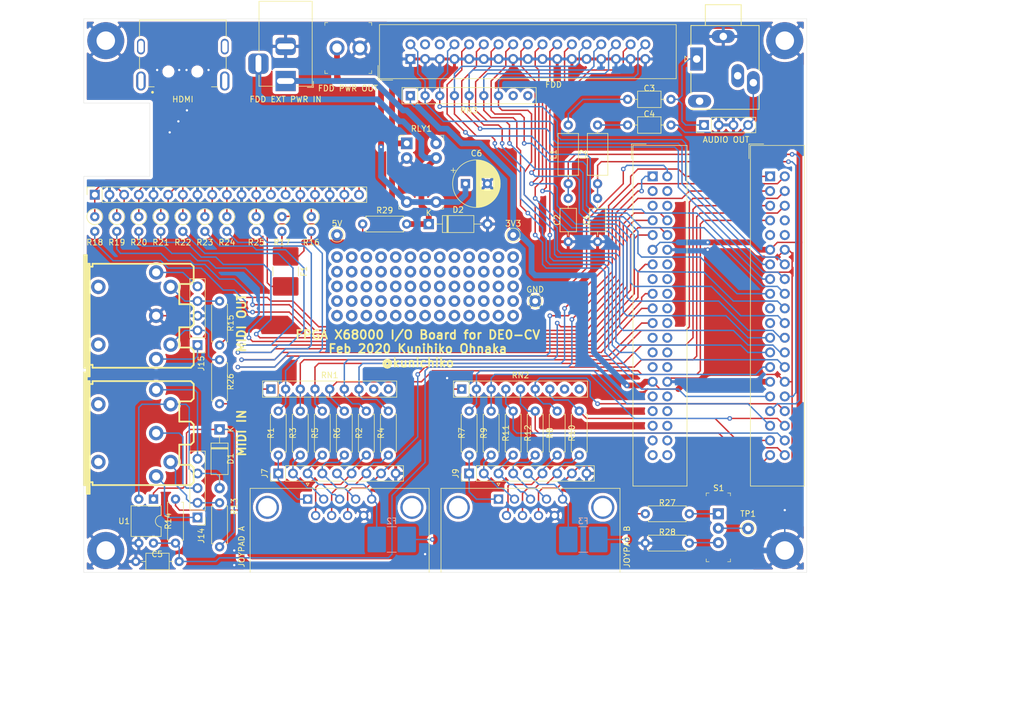
<source format=kicad_pcb>
(kicad_pcb (version 20171130) (host pcbnew "(5.1.5-0-10_14)")
  (layers (0 F.Cu signal) (31 B.Cu signal) (34 B.Paste user) (35 F.Paste user) (36 B.SilkS user) (37 F.SilkS user) (38 B.Mask user) (39 F.Mask user) (44 Edge.Cuts user))
  (net 0 "")
  (net 1 GND)
  (net 2 "Net-(J1-Pad7)")
  (net 3 "Net-(J1-Pad6)")
  (net 4 +5V)
  (net 5 "Net-(J1-Pad4)")
  (net 6 "Net-(J1-Pad3)")
  (net 7 "Net-(J1-Pad2)")
  (net 8 "Net-(J1-Pad1)")
  (net 9 "Net-(J3-Pad7)")
  (net 10 "Net-(J3-Pad6)")
  (net 11 "Net-(J3-Pad4)")
  (net 12 "Net-(J3-Pad3)")
  (net 13 "Net-(J3-Pad2)")
  (net 14 "Net-(J3-Pad1)")
  (net 15 /FDD34)
  (net 16 /FDD32)
  (net 17 /FDD30)
  (net 18 /FDD28)
  (net 19 /FDD26)
  (net 20 /FDD24)
  (net 21 /FDD22)
  (net 22 /FDD20)
  (net 23 /FDD18)
  (net 24 /FDD16)
  (net 25 /FDD14)
  (net 26 /FDD12)
  (net 27 /FDD10)
  (net 28 /FDD8)
  (net 29 /FDD2)
  (net 30 "Net-(J5-Pad40)")
  (net 31 "Net-(J5-Pad39)")
  (net 32 "Net-(J5-Pad38)")
  (net 33 "Net-(J5-Pad37)")
  (net 34 "Net-(J5-Pad36)")
  (net 35 "Net-(J5-Pad35)")
  (net 36 "Net-(J5-Pad34)")
  (net 37 "Net-(J5-Pad33)")
  (net 38 "Net-(J5-Pad32)")
  (net 39 "Net-(J5-Pad31)")
  (net 40 +3V3)
  (net 41 "Net-(J5-Pad28)")
  (net 42 "Net-(J5-Pad27)")
  (net 43 "Net-(J5-Pad26)")
  (net 44 "Net-(J5-Pad25)")
  (net 45 "Net-(J5-Pad24)")
  (net 46 "Net-(J5-Pad23)")
  (net 47 "Net-(J5-Pad22)")
  (net 48 "Net-(J5-Pad20)")
  (net 49 "Net-(J5-Pad18)")
  (net 50 "Net-(J5-Pad16)")
  (net 51 "Net-(J5-Pad15)")
  (net 52 "Net-(J5-Pad14)")
  (net 53 "Net-(J5-Pad6)")
  (net 54 "Net-(J5-Pad5)")
  (net 55 "Net-(J5-Pad4)")
  (net 56 "Net-(J5-Pad3)")
  (net 57 "Net-(J5-Pad2)")
  (net 58 "Net-(J6-Pad21)")
  (net 59 "Net-(J6-Pad19)")
  (net 60 /I2C_SCL)
  (net 61 "Net-(J6-Pad9)")
  (net 62 /I2C_SDA)
  (net 63 "Net-(RN1-Pad9)")
  (net 64 "Net-(RN1-Pad8)")
  (net 65 "Net-(RN2-Pad9)")
  (net 66 "Net-(RN2-Pad8)")
  (net 67 "Net-(RN3-Pad9)")
  (net 68 "Net-(RN3-Pad8)")
  (net 69 "Net-(D1-Pad2)")
  (net 70 "Net-(D1-Pad1)")
  (net 71 /HDMI_18_5V)
  (net 72 /AUDIO_R)
  (net 73 /AUDIO_L)
  (net 74 "Net-(J10-Pad1)")
  (net 75 "Net-(J10-Pad2)")
  (net 76 "Net-(J10-Pad4)")
  (net 77 "Net-(J10-Pad3)")
  (net 78 "Net-(J11-Pad5)")
  (net 79 "Net-(J11-Pad1)")
  (net 80 "Net-(J11-Pad4)")
  (net 81 "Net-(J11-Pad3)")
  (net 82 /HDMI_19_HPD)
  (net 83 /HDMI_16_SDA)
  (net 84 /HDMI_15_SCL)
  (net 85 /HDMI_14_UTILITY)
  (net 86 /HDMI_13_CEC)
  (net 87 "Net-(C3-Pad2)")
  (net 88 "Net-(C3-Pad1)")
  (net 89 "Net-(C4-Pad2)")
  (net 90 "Net-(C4-Pad1)")
  (net 91 "Net-(C5-Pad1)")
  (net 92 "Net-(R27-Pad2)")
  (net 93 "Net-(R28-Pad1)")
  (net 94 "Net-(S1-Pad2)")
  (net 95 "Net-(C6-Pad1)")
  (net 96 "Net-(D2-Pad1)")
  (net 97 "Net-(F2-Pad2)")
  (net 98 "Net-(F3-Pad2)")
  (net 99 "Net-(J4-Pad6)")
  (net 100 "Net-(J4-Pad4)")
  (net 101 "Net-(J16-Pad1)")
  (net 102 /HDMI_CK-)
  (net 103 /HDMI_CK+)
  (net 104 /HDMI_D0-)
  (net 105 /HDMI_D0+)
  (net 106 /HDMI_D1-)
  (net 107 /HDMI_D1+)
  (net 108 /HDMI_D2-)
  (net 109 /HDMI_D2+)
  (net 110 /HDMI_12_CK-)
  (net 111 /HDMI_10_CK+)
  (net 112 /HDMI_9_D0-)
  (net 113 /HDMI_7_D0+)
  (net 114 /HDMI_6_D1-)
  (net 115 /HDMI_4_D1+)
  (net 116 /HDMI_3_D2-)
  (net 117 /HDMI_1_D2+)
  (net 118 /JOYAPD-A-DSUB_8)
  (net 119 /JOYAPD-A-DSUB_4)
  (net 120 /JOYAPD-A-DSUB_3)
  (net 121 /JOYAPD-A-DSUB_2)
  (net 122 /JOYAPD-A-DSUB_6)
  (net 123 /JOYPAD-A-DSUB_1)
  (net 124 /JOYPAD-A-DSUB_7)
  (net 125 /JOYAPD-B-DSUB_8)
  (net 126 /JOYAPD-B-DSUB_4)
  (net 127 /JOYAPD-B-DSUB_3)
  (net 128 /JOYAPD-B-DSUB_7)
  (net 129 /JOYAPD-B-DSUB_2)
  (net 130 /JOYAPD-B-DSUB_1)
  (net 131 /JOYAPD-B-DSUB_6)
  (module F68K-IO:UniversalPattern_5x13 (layer F.Cu) (at 134.62 82.55)
    (fp_text reference REF** hide)
    (fp_text value UniversalPattern_5x13)
    (pad 65 thru_hole circle (at 27.94 12.7) (size 2 2) (drill 1) (layers *.Cu *.Mask))
    (pad 64 thru_hole circle (at 25.4 12.7) (size 2 2) (drill 1) (layers *.Cu *.Mask))
    (pad 63 thru_hole circle (at 22.86 12.7) (size 2 2) (drill 1) (layers *.Cu *.Mask))
    (pad 62 thru_hole circle (at 20.32 12.7) (size 2 2) (drill 1) (layers *.Cu *.Mask))
    (pad 61 thru_hole circle (at 17.78 12.7) (size 2 2) (drill 1) (layers *.Cu *.Mask))
    (pad 60 thru_hole circle (at 15.24 12.7) (size 2 2) (drill 1) (layers *.Cu *.Mask))
    (pad 59 thru_hole circle (at 12.7 12.7) (size 2 2) (drill 1) (layers *.Cu *.Mask))
    (pad 58 thru_hole circle (at 10.16 12.7) (size 2 2) (drill 1) (layers *.Cu *.Mask))
    (pad 57 thru_hole circle (at 7.62 12.7) (size 2 2) (drill 1) (layers *.Cu *.Mask))
    (pad 56 thru_hole circle (at 5.08 12.7) (size 2 2) (drill 1) (layers *.Cu *.Mask))
    (pad 55 thru_hole circle (at 2.54 12.7) (size 2 2) (drill 1) (layers *.Cu *.Mask))
    (pad 54 thru_hole circle (at 0 12.7) (size 2 2) (drill 1) (layers *.Cu *.Mask))
    (pad 53 thru_hole circle (at -2.54 12.7) (size 2 2) (drill 1) (layers *.Cu *.Mask))
    (pad 52 thru_hole circle (at 27.94 10.16) (size 2 2) (drill 1) (layers *.Cu *.Mask))
    (pad 51 thru_hole circle (at 25.4 10.16) (size 2 2) (drill 1) (layers *.Cu *.Mask))
    (pad 50 thru_hole circle (at 22.86 10.16) (size 2 2) (drill 1) (layers *.Cu *.Mask))
    (pad 49 thru_hole circle (at 20.32 10.16) (size 2 2) (drill 1) (layers *.Cu *.Mask))
    (pad 48 thru_hole circle (at 17.78 10.16) (size 2 2) (drill 1) (layers *.Cu *.Mask))
    (pad 47 thru_hole circle (at 15.24 10.16) (size 2 2) (drill 1) (layers *.Cu *.Mask))
    (pad 46 thru_hole circle (at 12.7 10.16) (size 2 2) (drill 1) (layers *.Cu *.Mask))
    (pad 45 thru_hole circle (at 10.16 10.16) (size 2 2) (drill 1) (layers *.Cu *.Mask))
    (pad 44 thru_hole circle (at 7.62 10.16) (size 2 2) (drill 1) (layers *.Cu *.Mask))
    (pad 43 thru_hole circle (at 5.08 10.16) (size 2 2) (drill 1) (layers *.Cu *.Mask))
    (pad 42 thru_hole circle (at 2.54 10.16) (size 2 2) (drill 1) (layers *.Cu *.Mask))
    (pad 41 thru_hole circle (at 0 10.16) (size 2 2) (drill 1) (layers *.Cu *.Mask))
    (pad 40 thru_hole circle (at -2.54 10.16) (size 2 2) (drill 1) (layers *.Cu *.Mask))
    (pad 39 thru_hole circle (at 27.94 7.62) (size 2 2) (drill 1) (layers *.Cu *.Mask))
    (pad 38 thru_hole circle (at 25.4 7.62) (size 2 2) (drill 1) (layers *.Cu *.Mask))
    (pad 37 thru_hole circle (at 22.86 7.62) (size 2 2) (drill 1) (layers *.Cu *.Mask))
    (pad 36 thru_hole circle (at 20.32 7.62) (size 2 2) (drill 1) (layers *.Cu *.Mask))
    (pad 35 thru_hole circle (at 17.78 7.62) (size 2 2) (drill 1) (layers *.Cu *.Mask))
    (pad 34 thru_hole circle (at 15.24 7.62) (size 2 2) (drill 1) (layers *.Cu *.Mask))
    (pad 33 thru_hole circle (at 12.7 7.62) (size 2 2) (drill 1) (layers *.Cu *.Mask))
    (pad 32 thru_hole circle (at 10.16 7.62) (size 2 2) (drill 1) (layers *.Cu *.Mask))
    (pad 31 thru_hole circle (at 7.62 7.62) (size 2 2) (drill 1) (layers *.Cu *.Mask))
    (pad 30 thru_hole circle (at 5.08 7.62) (size 2 2) (drill 1) (layers *.Cu *.Mask))
    (pad 29 thru_hole circle (at 2.54 7.62) (size 2 2) (drill 1) (layers *.Cu *.Mask))
    (pad 28 thru_hole circle (at 0 7.62) (size 2 2) (drill 1) (layers *.Cu *.Mask))
    (pad 27 thru_hole circle (at -2.54 7.62) (size 2 2) (drill 1) (layers *.Cu *.Mask))
    (pad 26 thru_hole circle (at 27.94 5.08) (size 2 2) (drill 1) (layers *.Cu *.Mask))
    (pad 25 thru_hole circle (at 25.4 5.08) (size 2 2) (drill 1) (layers *.Cu *.Mask))
    (pad 24 thru_hole circle (at 22.86 5.08) (size 2 2) (drill 1) (layers *.Cu *.Mask))
    (pad 23 thru_hole circle (at 20.32 5.08) (size 2 2) (drill 1) (layers *.Cu *.Mask))
    (pad 22 thru_hole circle (at 17.78 5.08) (size 2 2) (drill 1) (layers *.Cu *.Mask))
    (pad 21 thru_hole circle (at 15.24 5.08) (size 2 2) (drill 1) (layers *.Cu *.Mask))
    (pad 20 thru_hole circle (at 12.7 5.08) (size 2 2) (drill 1) (layers *.Cu *.Mask))
    (pad 19 thru_hole circle (at 10.16 5.08) (size 2 2) (drill 1) (layers *.Cu *.Mask))
    (pad 18 thru_hole circle (at 7.62 5.08) (size 2 2) (drill 1) (layers *.Cu *.Mask))
    (pad 17 thru_hole circle (at 5.08 5.08) (size 2 2) (drill 1) (layers *.Cu *.Mask))
    (pad 16 thru_hole circle (at 2.54 5.08) (size 2 2) (drill 1) (layers *.Cu *.Mask))
    (pad 15 thru_hole circle (at 0 5.08) (size 2 2) (drill 1) (layers *.Cu *.Mask))
    (pad 14 thru_hole circle (at -2.54 5.08) (size 2 2) (drill 1) (layers *.Cu *.Mask))
    (pad 13 thru_hole circle (at 27.94 2.54) (size 2 2) (drill 1) (layers *.Cu *.Mask))
    (pad 12 thru_hole circle (at 25.4 2.54) (size 2 2) (drill 1) (layers *.Cu *.Mask))
    (pad 11 thru_hole circle (at 22.86 2.54) (size 2 2) (drill 1) (layers *.Cu *.Mask))
    (pad 10 thru_hole circle (at 20.32 2.54) (size 2 2) (drill 1) (layers *.Cu *.Mask))
    (pad 9 thru_hole circle (at 17.78 2.54) (size 2 2) (drill 1) (layers *.Cu *.Mask))
    (pad 8 thru_hole circle (at 15.24 2.54) (size 2 2) (drill 1) (layers *.Cu *.Mask))
    (pad 7 thru_hole circle (at 12.7 2.54) (size 2 2) (drill 1) (layers *.Cu *.Mask))
    (pad 6 thru_hole circle (at 10.16 2.54) (size 2 2) (drill 1) (layers *.Cu *.Mask))
    (pad 5 thru_hole circle (at 7.62 2.54) (size 2 2) (drill 1) (layers *.Cu *.Mask))
    (pad 4 thru_hole circle (at 5.08 2.54) (size 2 2) (drill 1) (layers *.Cu *.Mask))
    (pad 3 thru_hole circle (at 2.54 2.54) (size 2 2) (drill 1) (layers *.Cu *.Mask))
    (pad 2 thru_hole circle (at 0 2.54) (size 2 2) (drill 1) (layers *.Cu *.Mask))
    (pad 1 thru_hole circle (at -2.54 2.54) (size 2 2) (drill 1) (layers *.Cu *.Mask))
  )
  (module w_conn_av:din-5 (layer F.Cu) (at 97.79 95.25 270)
    (fp_text reference J11 hide)
    (fp_text value "MIDI OUT" (at 1.27 -17.78 270) (layer F.SilkS) (effects (font (size 1.5 1.5) (thickness 0.3))))
    (pad 6 thru_hole circle (at -5 7 270) (size 2.5 2.5) (drill 1.4) (layers *.Cu *.Mask))
    (pad 6 thru_hole circle (at 5 7 270) (size 2.5 2.5) (drill 1.4) (layers *.Cu *.Mask))
    (pad 5 thru_hole circle (at -5 -5.5 270) (size 2.5 2.5) (drill 1.4) (layers *.Cu *.Mask) (net 78 "Net-(J11-Pad5)"))
    (pad 1 thru_hole circle (at 7.5 -3 270) (size 2.5 2.5) (drill 1.4) (layers *.Cu *.Mask) (net 79 "Net-(J11-Pad1)"))
    (pad 2 thru_hole circle (at 0 -3 270) (size 2.5 2.5) (drill 1.4) (layers *.Cu *.Mask) (net 1 GND))
    (pad 4 thru_hole circle (at 5 -5.5 270) (size 2.5 2.5) (drill 1.4) (layers *.Cu *.Mask) (net 80 "Net-(J11-Pad4)"))
    (pad 3 thru_hole circle (at -7.5 -3 270) (size 2.5 2.5) (drill 1.4) (layers *.Cu *.Mask) (net 81 "Net-(J11-Pad3)"))
  )
  (module Resistor_THT:R_Axial_DIN0207_L6.3mm_D2.5mm_P7.62mm_Horizontal (layer F.Cu) (at 111.76 92.71 270)
    (fp_text reference R15 (at 3.81 -1.905 90) (layer F.SilkS))
    (fp_text value 220)
    (pad 2 thru_hole oval (at 7.62 0 270) (size 1.6 1.6) (drill 0.8) (layers *.Cu *.Mask) (net 57 "Net-(J5-Pad2)"))
    (pad 1 thru_hole circle (at 0 0 270) (size 1.6 1.6) (drill 0.8) (layers *.Cu *.Mask) (net 78 "Net-(J11-Pad5)"))
  )
  (module Resistor_THT:R_Axial_DIN0207_L6.3mm_D2.5mm_P7.62mm_Horizontal (layer F.Cu) (at 111.76 102.87 270)
    (fp_text reference R26 (at 3.81 -1.905 90) (layer F.SilkS))
    (fp_text value 220)
    (pad 2 thru_hole oval (at 7.62 0 270) (size 1.6 1.6) (drill 0.8) (layers *.Cu *.Mask) (net 4 +5V))
    (pad 1 thru_hole circle (at 0 0 270) (size 1.6 1.6) (drill 0.8) (layers *.Cu *.Mask) (net 80 "Net-(J11-Pad4)"))
  )
  (module Resistor_THT:R_Axial_DIN0207_L6.3mm_D2.5mm_P2.54mm_Vertical (layer F.Cu) (at 118.11 78.105 270)
    (fp_text reference R25 (at 4.445 0 180) (layer F.SilkS))
    (fp_text value 270)
    (pad 2 thru_hole oval (at 2.54 0 270) (size 1.6 1.6) (drill 0.8) (layers *.Cu *.Mask) (net 102 /HDMI_CK-))
    (pad 1 thru_hole circle (at 0 0 270) (size 1.6 1.6) (drill 0.8) (layers *.Cu *.Mask) (net 110 /HDMI_12_CK-))
  )
  (module Resistor_THT:R_Axial_DIN0207_L6.3mm_D2.5mm_P2.54mm_Vertical (layer F.Cu) (at 113.03 78.105 270)
    (fp_text reference R24 (at 4.445 0 180) (layer F.SilkS))
    (fp_text value 270)
    (pad 2 thru_hole oval (at 2.54 0 270) (size 1.6 1.6) (drill 0.8) (layers *.Cu *.Mask) (net 103 /HDMI_CK+))
    (pad 1 thru_hole circle (at 0 0 270) (size 1.6 1.6) (drill 0.8) (layers *.Cu *.Mask) (net 111 /HDMI_10_CK+))
  )
  (module Resistor_THT:R_Axial_DIN0207_L6.3mm_D2.5mm_P2.54mm_Vertical (layer F.Cu) (at 109.22 78.105 270)
    (fp_text reference R23 (at 4.445 0 180) (layer F.SilkS))
    (fp_text value 270)
    (pad 2 thru_hole oval (at 2.54 0 270) (size 1.6 1.6) (drill 0.8) (layers *.Cu *.Mask) (net 104 /HDMI_D0-))
    (pad 1 thru_hole circle (at 0 0 270) (size 1.6 1.6) (drill 0.8) (layers *.Cu *.Mask) (net 112 /HDMI_9_D0-))
  )
  (module Resistor_THT:R_Axial_DIN0207_L6.3mm_D2.5mm_P2.54mm_Vertical (layer F.Cu) (at 105.41 78.105 270)
    (fp_text reference R22 (at 4.445 0 180) (layer F.SilkS))
    (fp_text value 270)
    (pad 2 thru_hole oval (at 2.54 0 270) (size 1.6 1.6) (drill 0.8) (layers *.Cu *.Mask) (net 105 /HDMI_D0+))
    (pad 1 thru_hole circle (at 0 0 270) (size 1.6 1.6) (drill 0.8) (layers *.Cu *.Mask) (net 113 /HDMI_7_D0+))
  )
  (module Resistor_THT:R_Axial_DIN0207_L6.3mm_D2.5mm_P2.54mm_Vertical (layer F.Cu) (at 101.6 78.105 270)
    (fp_text reference R21 (at 4.445 0 180) (layer F.SilkS))
    (fp_text value 270)
    (pad 2 thru_hole oval (at 2.54 0 270) (size 1.6 1.6) (drill 0.8) (layers *.Cu *.Mask) (net 106 /HDMI_D1-))
    (pad 1 thru_hole circle (at 0 0 270) (size 1.6 1.6) (drill 0.8) (layers *.Cu *.Mask) (net 114 /HDMI_6_D1-))
  )
  (module Resistor_THT:R_Axial_DIN0207_L6.3mm_D2.5mm_P2.54mm_Vertical (layer F.Cu) (at 97.79 78.105 270)
    (fp_text reference R20 (at 4.445 0 180) (layer F.SilkS))
    (fp_text value 270)
    (pad 2 thru_hole oval (at 2.54 0 270) (size 1.6 1.6) (drill 0.8) (layers *.Cu *.Mask) (net 107 /HDMI_D1+))
    (pad 1 thru_hole circle (at 0 0 270) (size 1.6 1.6) (drill 0.8) (layers *.Cu *.Mask) (net 115 /HDMI_4_D1+))
  )
  (module Resistor_THT:R_Axial_DIN0207_L6.3mm_D2.5mm_P2.54mm_Vertical (layer F.Cu) (at 93.98 78.105 270)
    (fp_text reference R19 (at 4.445 0 180) (layer F.SilkS))
    (fp_text value 270)
    (pad 2 thru_hole oval (at 2.54 0 270) (size 1.6 1.6) (drill 0.8) (layers *.Cu *.Mask) (net 108 /HDMI_D2-))
    (pad 1 thru_hole circle (at 0 0 270) (size 1.6 1.6) (drill 0.8) (layers *.Cu *.Mask) (net 116 /HDMI_3_D2-))
  )
  (module Resistor_THT:R_Axial_DIN0207_L6.3mm_D2.5mm_P2.54mm_Vertical (layer F.Cu) (at 90.17 78.105 270)
    (fp_text reference R18 (at 4.445 0 180) (layer F.SilkS))
    (fp_text value 270)
    (pad 2 thru_hole oval (at 2.54 0 270) (size 1.6 1.6) (drill 0.8) (layers *.Cu *.Mask) (net 109 /HDMI_D2+))
    (pad 1 thru_hole circle (at 0 0 270) (size 1.6 1.6) (drill 0.8) (layers *.Cu *.Mask) (net 117 /HDMI_1_D2+))
  )
  (module Resistor_THT:R_Axial_DIN0207_L6.3mm_D2.5mm_P2.54mm_Vertical (layer F.Cu) (at 122.555 78.105 270)
    (fp_text reference R17 (at 4.445 0 180) (layer F.SilkS))
    (fp_text value 1.8k)
    (pad 2 thru_hole oval (at 2.54 0 270) (size 1.6 1.6) (drill 0.8) (layers *.Cu *.Mask) (net 4 +5V))
    (pad 1 thru_hole circle (at 0 0 270) (size 1.6 1.6) (drill 0.8) (layers *.Cu *.Mask) (net 84 /HDMI_15_SCL))
  )
  (module Resistor_THT:R_Axial_DIN0207_L6.3mm_D2.5mm_P2.54mm_Vertical (layer F.Cu) (at 127.635 78.105 270)
    (fp_text reference R16 (at 4.445 0 180) (layer F.SilkS))
    (fp_text value 1.8k)
    (pad 2 thru_hole oval (at 2.54 0 270) (size 1.6 1.6) (drill 0.8) (layers *.Cu *.Mask) (net 4 +5V))
    (pad 1 thru_hole circle (at 0 0 270) (size 1.6 1.6) (drill 0.8) (layers *.Cu *.Mask) (net 83 /HDMI_16_SDA))
  )
  (module TestPoint:TestPoint_THTPad_D2.0mm_Drill1.0mm (layer F.Cu) (at 166.37 92.71)
    (fp_text reference GND (at 0 -1.998) (layer F.SilkS))
    (fp_text value TestPoint_THTPad_D2.0mm_Drill1.0mm)
    (pad 1 thru_hole circle (at 0 0) (size 2 2) (drill 1) (layers *.Cu *.Mask) (net 1 GND))
  )
  (module TestPoint:TestPoint_THTPad_D2.0mm_Drill1.0mm (layer F.Cu) (at 132.08 81.28)
    (fp_text reference 5V (at 0 -1.998) (layer F.SilkS))
    (fp_text value TestPoint_THTPad_D2.0mm_Drill1.0mm)
    (pad 1 thru_hole circle (at 0 0) (size 2 2) (drill 1) (layers *.Cu *.Mask) (net 4 +5V))
  )
  (module TestPoint:TestPoint_THTPad_D2.0mm_Drill1.0mm (layer F.Cu) (at 162.56 81.28)
    (fp_text reference 3V3 (at 0 -1.998) (layer F.SilkS))
    (fp_text value TestPoint_THTPad_D2.0mm_Drill1.0mm)
    (pad 1 thru_hole circle (at 0 0) (size 2 2) (drill 1) (layers *.Cu *.Mask) (net 40 +3V3))
  )
  (module Connector_Dsub:DSUB-9_Male_Horizontal_P2.77x2.84mm_EdgePinOffset9.90mm_Housed_MountingHolesOffset11.32mm (layer F.Cu) (at 127 127)
    (fp_text reference J1 hide)
    (fp_text value "JOYPAD A" (at -11.43 8.255 90) (layer F.SilkS))
    (pad 0 thru_hole circle (at 18.04 1.42) (size 4 4) (drill 3.2) (layers *.Cu *.Mask))
    (pad 0 thru_hole circle (at -6.96 1.42) (size 4 4) (drill 3.2) (layers *.Cu *.Mask))
    (pad 9 thru_hole circle (at 9.695 2.84) (size 1.6 1.6) (drill 1) (layers *.Cu *.Mask) (net 1 GND))
    (pad 8 thru_hole circle (at 6.925 2.84) (size 1.6 1.6) (drill 1) (layers *.Cu *.Mask) (net 118 /JOYAPD-A-DSUB_8))
    (pad 7 thru_hole circle (at 4.155 2.84) (size 1.6 1.6) (drill 1) (layers *.Cu *.Mask) (net 2 "Net-(J1-Pad7)"))
    (pad 6 thru_hole circle (at 1.385 2.84) (size 1.6 1.6) (drill 1) (layers *.Cu *.Mask) (net 3 "Net-(J1-Pad6)"))
    (pad 5 thru_hole circle (at 11.08 0) (size 1.6 1.6) (drill 1) (layers *.Cu *.Mask) (net 97 "Net-(F2-Pad2)"))
    (pad 4 thru_hole circle (at 8.31 0) (size 1.6 1.6) (drill 1) (layers *.Cu *.Mask) (net 5 "Net-(J1-Pad4)"))
    (pad 3 thru_hole circle (at 5.54 0) (size 1.6 1.6) (drill 1) (layers *.Cu *.Mask) (net 6 "Net-(J1-Pad3)"))
    (pad 2 thru_hole circle (at 2.77 0) (size 1.6 1.6) (drill 1) (layers *.Cu *.Mask) (net 7 "Net-(J1-Pad2)"))
    (pad 1 thru_hole rect (at 0 0) (size 1.6 1.6) (drill 1) (layers *.Cu *.Mask) (net 8 "Net-(J1-Pad1)"))
  )
  (module Fuse:Fuse_2816_7142Metric_Pad3.20x4.45mm_HandSolder (layer B.Cu) (at 174.685 133.985 180)
    (fp_text reference F3 (at 0 3.18) (layer B.SilkS) (effects (justify mirror)))
    (fp_text value Fuse)
    (pad 2 smd roundrect (at 2.6 0 180) (size 3.2 4.45) (layers B.Cu B.Paste B.Mask) (roundrect_rratio 0.078125) (net 98 "Net-(F3-Pad2)"))
    (pad 1 smd roundrect (at -2.6 0 180) (size 3.2 4.45) (layers B.Cu B.Paste B.Mask) (roundrect_rratio 0.078125) (net 4 +5V))
  )
  (module Fuse:Fuse_2816_7142Metric_Pad3.20x4.45mm_HandSolder (layer B.Cu) (at 141.545 133.985 180)
    (fp_text reference F2 (at 0 3.18) (layer B.SilkS) (effects (justify mirror)))
    (fp_text value Fuse)
    (pad 2 smd roundrect (at 2.6 0 180) (size 3.2 4.45) (layers B.Cu B.Paste B.Mask) (roundrect_rratio 0.078125) (net 97 "Net-(F2-Pad2)"))
    (pad 1 smd roundrect (at -2.6 0 180) (size 3.2 4.45) (layers B.Cu B.Paste B.Mask) (roundrect_rratio 0.078125) (net 4 +5V))
  )
  (module digikey-footprints:Relay_THT_G5V-1 (layer F.Cu) (at 144.145 65.405 270)
    (fp_text reference RLY1 (at -2.54 -2.54 180) (layer F.SilkS))
    (fp_text value G5V-1-DC5)
    (pad 6 thru_hole circle (at 10.16 -5.08 270) (size 2 2) (drill 1) (layers *.Cu *.Mask) (net 95 "Net-(C6-Pad1)"))
    (pad 9 thru_hole circle (at 2.54 -5.08 270) (size 2 2) (drill 1) (layers *.Cu *.Mask) (net 96 "Net-(D2-Pad1)"))
    (pad 5 thru_hole circle (at 10.16 0 270) (size 2 2) (drill 1) (layers *.Cu *.Mask) (net 95 "Net-(C6-Pad1)"))
    (pad 2 thru_hole circle (at 2.54 0 270) (size 2 2) (drill 1) (layers *.Cu *.Mask) (net 1 GND))
    (pad 10 thru_hole circle (at 0 -5.08 270) (size 2 2) (drill 1) (layers *.Cu *.Mask) (net 101 "Net-(J16-Pad1)"))
    (pad 1 thru_hole rect (at 0 0 270) (size 2 2) (drill 1) (layers *.Cu *.Mask) (net 4 +5V))
  )
  (module digikey-footprints:PinHeader_1x2_P3.96mm_Drill1.6mm (layer F.Cu) (at 132.08 48.895)
    (fp_text reference J17 hide)
    (fp_text value "FDD PWR OUT" (at 1.905 6.985) (layer F.SilkS))
    (pad 2 thru_hole circle (at 3.96 0) (size 2.6 2.6) (drill 1.6) (layers *.Cu *.Mask) (net 1 GND))
    (pad 1 thru_hole circle (at 0 0) (size 2.6 2.6) (drill 1.6) (layers *.Cu *.Mask) (net 95 "Net-(C6-Pad1)"))
  )
  (module Resistor_THT:R_Axial_DIN0207_L6.3mm_D2.5mm_P7.62mm_Horizontal (layer F.Cu) (at 136.525 79.375)
    (fp_text reference R29 (at 3.81 -2.37) (layer F.SilkS))
    (fp_text value 47)
    (pad 2 thru_hole oval (at 7.62 0) (size 1.6 1.6) (drill 0.8) (layers *.Cu *.Mask) (net 96 "Net-(D2-Pad1)"))
    (pad 1 thru_hole circle (at 0 0) (size 1.6 1.6) (drill 0.8) (layers *.Cu *.Mask) (net 4 +5V))
  )
  (module Connector_BarrelJack:BarrelJack_Horizontal (layer F.Cu) (at 123.19 54.61 270)
    (fp_text reference J16 hide)
    (fp_text value "FDD EXT PWR IN" (at 3.175 0 180) (layer F.SilkS))
    (pad 3 thru_hole roundrect (at -3 4.7 270) (size 3.5 3.5) (drill oval 3 1) (layers *.Cu *.Mask) (net 96 "Net-(D2-Pad1)"))
    (pad 2 thru_hole roundrect (at -6 0 270) (size 3 3.5) (drill oval 1 3) (layers *.Cu *.Mask) (net 1 GND))
    (pad 1 thru_hole rect (at 0 0 270) (size 3.5 3.5) (drill oval 1 3) (layers *.Cu *.Mask) (net 101 "Net-(J16-Pad1)"))
  )
  (module Diode_THT:D_A-405_P10.16mm_Horizontal (layer F.Cu) (at 147.955 79.375)
    (fp_text reference D2 (at 5.08 -2.47) (layer F.SilkS))
    (fp_text value D)
    (fp_text user K (at 0 -1.9) (layer F.SilkS))
    (pad 2 thru_hole oval (at 10.16 0) (size 1.8 1.8) (drill 0.9) (layers *.Cu *.Mask) (net 1 GND))
    (pad 1 thru_hole rect (at 0 0) (size 1.8 1.8) (drill 0.9) (layers *.Cu *.Mask) (net 96 "Net-(D2-Pad1)"))
  )
  (module Capacitor_THT:CP_Radial_D8.0mm_P3.80mm (layer F.Cu) (at 154.305 72.39)
    (fp_text reference C6 (at 1.9 -5.25) (layer F.SilkS))
    (fp_text value 100u)
    (pad 2 thru_hole circle (at 3.8 0) (size 1.6 1.6) (drill 0.8) (layers *.Cu *.Mask) (net 1 GND))
    (pad 1 thru_hole rect (at 0 0) (size 1.6 1.6) (drill 0.8) (layers *.Cu *.Mask) (net 95 "Net-(C6-Pad1)"))
  )
  (module Connector_PinSocket_2.54mm:PinSocket_1x19_P2.54mm_Vertical (layer F.Cu) (at 90.17 74.295 90)
    (fp_text reference J13 hide)
    (fp_text value "HDMI (Alt)")
    (pad 19 thru_hole oval (at 0 45.72 90) (size 1.7 1.7) (drill 1) (layers *.Cu *.Mask) (net 82 /HDMI_19_HPD))
    (pad 18 thru_hole oval (at 0 43.18 90) (size 1.7 1.7) (drill 1) (layers *.Cu *.Mask) (net 71 /HDMI_18_5V))
    (pad 17 thru_hole oval (at 0 40.64 90) (size 1.7 1.7) (drill 1) (layers *.Cu *.Mask) (net 1 GND))
    (pad 16 thru_hole oval (at 0 38.1 90) (size 1.7 1.7) (drill 1) (layers *.Cu *.Mask) (net 83 /HDMI_16_SDA))
    (pad 15 thru_hole oval (at 0 35.56 90) (size 1.7 1.7) (drill 1) (layers *.Cu *.Mask) (net 84 /HDMI_15_SCL))
    (pad 14 thru_hole oval (at 0 33.02 90) (size 1.7 1.7) (drill 1) (layers *.Cu *.Mask) (net 85 /HDMI_14_UTILITY))
    (pad 13 thru_hole oval (at 0 30.48 90) (size 1.7 1.7) (drill 1) (layers *.Cu *.Mask) (net 86 /HDMI_13_CEC))
    (pad 12 thru_hole oval (at 0 27.94 90) (size 1.7 1.7) (drill 1) (layers *.Cu *.Mask) (net 110 /HDMI_12_CK-))
    (pad 11 thru_hole oval (at 0 25.4 90) (size 1.7 1.7) (drill 1) (layers *.Cu *.Mask) (net 1 GND))
    (pad 10 thru_hole oval (at 0 22.86 90) (size 1.7 1.7) (drill 1) (layers *.Cu *.Mask) (net 111 /HDMI_10_CK+))
    (pad 9 thru_hole oval (at 0 20.32 90) (size 1.7 1.7) (drill 1) (layers *.Cu *.Mask) (net 112 /HDMI_9_D0-))
    (pad 8 thru_hole oval (at 0 17.78 90) (size 1.7 1.7) (drill 1) (layers *.Cu *.Mask) (net 1 GND))
    (pad 7 thru_hole oval (at 0 15.24 90) (size 1.7 1.7) (drill 1) (layers *.Cu *.Mask) (net 113 /HDMI_7_D0+))
    (pad 6 thru_hole oval (at 0 12.7 90) (size 1.7 1.7) (drill 1) (layers *.Cu *.Mask) (net 114 /HDMI_6_D1-))
    (pad 5 thru_hole oval (at 0 10.16 90) (size 1.7 1.7) (drill 1) (layers *.Cu *.Mask) (net 1 GND))
    (pad 4 thru_hole oval (at 0 7.62 90) (size 1.7 1.7) (drill 1) (layers *.Cu *.Mask) (net 115 /HDMI_4_D1+))
    (pad 3 thru_hole oval (at 0 5.08 90) (size 1.7 1.7) (drill 1) (layers *.Cu *.Mask) (net 116 /HDMI_3_D2-))
    (pad 2 thru_hole oval (at 0 2.54 90) (size 1.7 1.7) (drill 1) (layers *.Cu *.Mask) (net 1 GND))
    (pad 1 thru_hole rect (at 0 0 90) (size 1.7 1.7) (drill 1) (layers *.Cu *.Mask) (net 117 /HDMI_1_D2+))
  )
  (module Connector_IDC:IDC-Header_2x20_P2.54mm_Vertical (layer F.Cu) (at 186.69 71.12)
    (fp_text reference J5 hide)
    (fp_text value "GPIO 0")
    (pad 40 thru_hole oval (at 2.54 48.26) (size 1.7272 1.7272) (drill 1.016) (layers *.Cu *.Mask) (net 30 "Net-(J5-Pad40)"))
    (pad 39 thru_hole oval (at 0 48.26) (size 1.7272 1.7272) (drill 1.016) (layers *.Cu *.Mask) (net 31 "Net-(J5-Pad39)"))
    (pad 38 thru_hole oval (at 2.54 45.72) (size 1.7272 1.7272) (drill 1.016) (layers *.Cu *.Mask) (net 32 "Net-(J5-Pad38)"))
    (pad 37 thru_hole oval (at 0 45.72) (size 1.7272 1.7272) (drill 1.016) (layers *.Cu *.Mask) (net 33 "Net-(J5-Pad37)"))
    (pad 36 thru_hole oval (at 2.54 43.18) (size 1.7272 1.7272) (drill 1.016) (layers *.Cu *.Mask) (net 34 "Net-(J5-Pad36)"))
    (pad 35 thru_hole oval (at 0 43.18) (size 1.7272 1.7272) (drill 1.016) (layers *.Cu *.Mask) (net 35 "Net-(J5-Pad35)"))
    (pad 34 thru_hole oval (at 2.54 40.64) (size 1.7272 1.7272) (drill 1.016) (layers *.Cu *.Mask) (net 36 "Net-(J5-Pad34)"))
    (pad 33 thru_hole oval (at 0 40.64) (size 1.7272 1.7272) (drill 1.016) (layers *.Cu *.Mask) (net 37 "Net-(J5-Pad33)"))
    (pad 32 thru_hole oval (at 2.54 38.1) (size 1.7272 1.7272) (drill 1.016) (layers *.Cu *.Mask) (net 38 "Net-(J5-Pad32)"))
    (pad 31 thru_hole oval (at 0 38.1) (size 1.7272 1.7272) (drill 1.016) (layers *.Cu *.Mask) (net 39 "Net-(J5-Pad31)"))
    (pad 30 thru_hole oval (at 2.54 35.56) (size 1.7272 1.7272) (drill 1.016) (layers *.Cu *.Mask) (net 1 GND))
    (pad 29 thru_hole oval (at 0 35.56) (size 1.7272 1.7272) (drill 1.016) (layers *.Cu *.Mask) (net 40 +3V3))
    (pad 28 thru_hole oval (at 2.54 33.02) (size 1.7272 1.7272) (drill 1.016) (layers *.Cu *.Mask) (net 41 "Net-(J5-Pad28)"))
    (pad 27 thru_hole oval (at 0 33.02) (size 1.7272 1.7272) (drill 1.016) (layers *.Cu *.Mask) (net 42 "Net-(J5-Pad27)"))
    (pad 26 thru_hole oval (at 2.54 30.48) (size 1.7272 1.7272) (drill 1.016) (layers *.Cu *.Mask) (net 43 "Net-(J5-Pad26)"))
    (pad 25 thru_hole oval (at 0 30.48) (size 1.7272 1.7272) (drill 1.016) (layers *.Cu *.Mask) (net 44 "Net-(J5-Pad25)"))
    (pad 24 thru_hole oval (at 2.54 27.94) (size 1.7272 1.7272) (drill 1.016) (layers *.Cu *.Mask) (net 45 "Net-(J5-Pad24)"))
    (pad 23 thru_hole oval (at 0 27.94) (size 1.7272 1.7272) (drill 1.016) (layers *.Cu *.Mask) (net 46 "Net-(J5-Pad23)"))
    (pad 22 thru_hole oval (at 2.54 25.4) (size 1.7272 1.7272) (drill 1.016) (layers *.Cu *.Mask) (net 47 "Net-(J5-Pad22)"))
    (pad 21 thru_hole oval (at 0 25.4) (size 1.7272 1.7272) (drill 1.016) (layers *.Cu *.Mask) (net 102 /HDMI_CK-))
    (pad 20 thru_hole oval (at 2.54 22.86) (size 1.7272 1.7272) (drill 1.016) (layers *.Cu *.Mask) (net 48 "Net-(J5-Pad20)"))
    (pad 19 thru_hole oval (at 0 22.86) (size 1.7272 1.7272) (drill 1.016) (layers *.Cu *.Mask) (net 103 /HDMI_CK+))
    (pad 18 thru_hole oval (at 2.54 20.32) (size 1.7272 1.7272) (drill 1.016) (layers *.Cu *.Mask) (net 49 "Net-(J5-Pad18)"))
    (pad 17 thru_hole oval (at 0 20.32) (size 1.7272 1.7272) (drill 1.016) (layers *.Cu *.Mask) (net 104 /HDMI_D0-))
    (pad 16 thru_hole oval (at 2.54 17.78) (size 1.7272 1.7272) (drill 1.016) (layers *.Cu *.Mask) (net 50 "Net-(J5-Pad16)"))
    (pad 15 thru_hole oval (at 0 17.78) (size 1.7272 1.7272) (drill 1.016) (layers *.Cu *.Mask) (net 51 "Net-(J5-Pad15)"))
    (pad 14 thru_hole oval (at 2.54 15.24) (size 1.7272 1.7272) (drill 1.016) (layers *.Cu *.Mask) (net 52 "Net-(J5-Pad14)"))
    (pad 13 thru_hole oval (at 0 15.24) (size 1.7272 1.7272) (drill 1.016) (layers *.Cu *.Mask) (net 105 /HDMI_D0+))
    (pad 12 thru_hole oval (at 2.54 12.7) (size 1.7272 1.7272) (drill 1.016) (layers *.Cu *.Mask) (net 1 GND))
    (pad 11 thru_hole oval (at 0 12.7) (size 1.7272 1.7272) (drill 1.016) (layers *.Cu *.Mask) (net 4 +5V))
    (pad 10 thru_hole oval (at 2.54 10.16) (size 1.7272 1.7272) (drill 1.016) (layers *.Cu *.Mask) (net 106 /HDMI_D1-))
    (pad 9 thru_hole oval (at 0 10.16) (size 1.7272 1.7272) (drill 1.016) (layers *.Cu *.Mask) (net 107 /HDMI_D1+))
    (pad 8 thru_hole oval (at 2.54 7.62) (size 1.7272 1.7272) (drill 1.016) (layers *.Cu *.Mask) (net 108 /HDMI_D2-))
    (pad 7 thru_hole oval (at 0 7.62) (size 1.7272 1.7272) (drill 1.016) (layers *.Cu *.Mask) (net 109 /HDMI_D2+))
    (pad 6 thru_hole oval (at 2.54 5.08) (size 1.7272 1.7272) (drill 1.016) (layers *.Cu *.Mask) (net 53 "Net-(J5-Pad6)"))
    (pad 5 thru_hole oval (at 0 5.08) (size 1.7272 1.7272) (drill 1.016) (layers *.Cu *.Mask) (net 54 "Net-(J5-Pad5)"))
    (pad 4 thru_hole oval (at 2.54 2.54) (size 1.7272 1.7272) (drill 1.016) (layers *.Cu *.Mask) (net 55 "Net-(J5-Pad4)"))
    (pad 3 thru_hole oval (at 0 2.54) (size 1.7272 1.7272) (drill 1.016) (layers *.Cu *.Mask) (net 56 "Net-(J5-Pad3)"))
    (pad 2 thru_hole oval (at 2.54 0) (size 1.7272 1.7272) (drill 1.016) (layers *.Cu *.Mask) (net 57 "Net-(J5-Pad2)"))
    (pad 1 thru_hole rect (at 0 0) (size 1.7272 1.7272) (drill 1.016) (layers *.Cu *.Mask) (net 91 "Net-(C5-Pad1)"))
  )
  (module TestPoint:TestPoint_THTPad_D2.0mm_Drill1.0mm (layer F.Cu) (at 203.2 132.08)
    (fp_text reference TP1 (at 0 -2.54) (layer F.SilkS))
    (fp_text value TestPoint)
    (pad 1 thru_hole circle (at 0 0) (size 2 2) (drill 1) (layers *.Cu *.Mask) (net 94 "Net-(S1-Pad2)"))
  )
  (module digikey-footprints:Switch_Slide_11.6x4mm_EG1218 (layer F.Cu) (at 198.0565 129.54 270)
    (fp_text reference S1 (at -4.445 -0.0635 180) (layer F.SilkS))
    (fp_text value EG1218)
    (pad 3 thru_hole circle (at 5 0 270) (size 1.9 1.9) (drill 0.9) (layers *.Cu *.Mask) (net 93 "Net-(R28-Pad1)"))
    (pad 2 thru_hole circle (at 2.5 0 270) (size 1.9 1.9) (drill 0.9) (layers *.Cu *.Mask) (net 94 "Net-(S1-Pad2)"))
    (pad 1 thru_hole rect (at 0 0 270) (size 1.9 1.9) (drill 0.9) (layers *.Cu *.Mask) (net 92 "Net-(R27-Pad2)"))
  )
  (module Resistor_THT:R_Axial_DIN0207_L6.3mm_D2.5mm_P7.62mm_Horizontal (layer F.Cu) (at 193.04 134.62 180)
    (fp_text reference R28 (at 3.81 1.905) (layer F.SilkS))
    (fp_text value 4.7k)
    (pad 2 thru_hole oval (at 7.62 0 180) (size 1.6 1.6) (drill 0.8) (layers *.Cu *.Mask) (net 1 GND))
    (pad 1 thru_hole circle (at 0 0 180) (size 1.6 1.6) (drill 0.8) (layers *.Cu *.Mask) (net 93 "Net-(R28-Pad1)"))
  )
  (module Resistor_THT:R_Axial_DIN0207_L6.3mm_D2.5mm_P7.62mm_Horizontal (layer F.Cu) (at 185.42 129.54)
    (fp_text reference R27 (at 3.81 -1.905) (layer F.SilkS))
    (fp_text value 4.7k)
    (pad 2 thru_hole oval (at 7.62 0) (size 1.6 1.6) (drill 0.8) (layers *.Cu *.Mask) (net 92 "Net-(R27-Pad2)"))
    (pad 1 thru_hole circle (at 0 0) (size 1.6 1.6) (drill 0.8) (layers *.Cu *.Mask) (net 4 +5V))
  )
  (module MountingHole:MountingHole_3.2mm_M3_Pad (layer F.Cu) (at 209.55 135.89)
    (fp_text reference H4 hide)
    (fp_text value MountingHole_Pad)
    (pad 1 thru_hole circle (at 0 0) (size 6.4 6.4) (drill 3.2) (layers *.Cu *.Mask) (net 1 GND))
  )
  (module MountingHole:MountingHole_3.2mm_M3_Pad (layer F.Cu) (at 209.55 47.625)
    (fp_text reference H3 hide)
    (fp_text value MountingHole_Pad)
    (pad 1 thru_hole circle (at 0 0) (size 6.4 6.4) (drill 3.2) (layers *.Cu *.Mask) (net 1 GND))
  )
  (module MountingHole:MountingHole_3.2mm_M3_Pad (layer F.Cu) (at 92.075 135.89)
    (fp_text reference H2 hide)
    (fp_text value MountingHole_Pad)
    (pad 1 thru_hole circle (at 0 0) (size 6.4 6.4) (drill 3.2) (layers *.Cu *.Mask) (net 1 GND))
  )
  (module MountingHole:MountingHole_3.2mm_M3_Pad (layer F.Cu) (at 92.075 47.625)
    (fp_text reference H1 hide)
    (fp_text value MountingHole_Pad)
    (pad 1 thru_hole circle (at 0 0) (size 6.4 6.4) (drill 3.2) (layers *.Cu *.Mask) (net 1 GND))
  )
  (module Inductor_THT:L_Axial_L7.0mm_D3.3mm_P10.16mm_Horizontal_Fastron_MICC (layer F.Cu) (at 177.165 62.23 270)
    (fp_text reference L2 (at 5.08 2.54 90) (layer F.SilkS))
    (fp_text value 10μ)
    (pad 2 thru_hole oval (at 10.16 0 270) (size 1.6 1.6) (drill 0.8) (layers *.Cu *.Mask) (net 72 /AUDIO_R))
    (pad 1 thru_hole circle (at 0 0 270) (size 1.6 1.6) (drill 0.8) (layers *.Cu *.Mask) (net 89 "Net-(C4-Pad2)"))
  )
  (module Inductor_THT:L_Axial_L7.0mm_D3.3mm_P10.16mm_Horizontal_Fastron_MICC (layer F.Cu) (at 172.085 62.23 270)
    (fp_text reference L1 (at 5.08 2.54 90) (layer F.SilkS))
    (fp_text value 10μ)
    (pad 2 thru_hole oval (at 10.16 0 270) (size 1.6 1.6) (drill 0.8) (layers *.Cu *.Mask) (net 73 /AUDIO_L))
    (pad 1 thru_hole circle (at 0 0 270) (size 1.6 1.6) (drill 0.8) (layers *.Cu *.Mask) (net 87 "Net-(C3-Pad2)"))
  )
  (module Capacitor_THT:C_Axial_L3.8mm_D2.6mm_P7.50mm_Horizontal (layer F.Cu) (at 104.775 137.795 180)
    (fp_text reference C5 (at 3.81 1.27) (layer F.SilkS))
    (fp_text value 0.1μ)
    (pad 2 thru_hole oval (at 7.5 0 180) (size 1.6 1.6) (drill 0.8) (layers *.Cu *.Mask) (net 1 GND))
    (pad 1 thru_hole circle (at 0 0 180) (size 1.6 1.6) (drill 0.8) (layers *.Cu *.Mask) (net 91 "Net-(C5-Pad1)"))
  )
  (module Capacitor_THT:C_Axial_L3.8mm_D2.6mm_P7.50mm_Horizontal (layer F.Cu) (at 189.865 62.23 180)
    (fp_text reference C4 (at 3.75 1.905) (layer F.SilkS))
    (fp_text value C)
    (pad 2 thru_hole oval (at 7.5 0 180) (size 1.6 1.6) (drill 0.8) (layers *.Cu *.Mask) (net 89 "Net-(C4-Pad2)"))
    (pad 1 thru_hole circle (at 0 0 180) (size 1.6 1.6) (drill 0.8) (layers *.Cu *.Mask) (net 90 "Net-(C4-Pad1)"))
  )
  (module Capacitor_THT:C_Axial_L3.8mm_D2.6mm_P7.50mm_Horizontal (layer F.Cu) (at 189.865 57.785 180)
    (fp_text reference C3 (at 3.75 1.905) (layer F.SilkS))
    (fp_text value C)
    (pad 2 thru_hole oval (at 7.5 0 180) (size 1.6 1.6) (drill 0.8) (layers *.Cu *.Mask) (net 87 "Net-(C3-Pad2)"))
    (pad 1 thru_hole circle (at 0 0 180) (size 1.6 1.6) (drill 0.8) (layers *.Cu *.Mask) (net 88 "Net-(C3-Pad1)"))
  )
  (module Capacitor_THT:C_Axial_L3.8mm_D2.6mm_P7.50mm_Horizontal (layer F.Cu) (at 172.085 74.93 270)
    (fp_text reference C2 (at 3.75 1.905 90) (layer F.SilkS))
    (fp_text value 10μ)
    (pad 2 thru_hole oval (at 7.5 0 270) (size 1.6 1.6) (drill 0.8) (layers *.Cu *.Mask) (net 1 GND))
    (pad 1 thru_hole circle (at 0 0 270) (size 1.6 1.6) (drill 0.8) (layers *.Cu *.Mask) (net 73 /AUDIO_L))
  )
  (module Capacitor_THT:C_Axial_L3.8mm_D2.6mm_P7.50mm_Horizontal (layer F.Cu) (at 177.165 74.93 270)
    (fp_text reference C1 (at 3.75 1.905 90) (layer F.SilkS))
    (fp_text value 10μ)
    (pad 2 thru_hole oval (at 7.5 0 270) (size 1.6 1.6) (drill 0.8) (layers *.Cu *.Mask) (net 1 GND))
    (pad 1 thru_hole circle (at 0 0 270) (size 1.6 1.6) (drill 0.8) (layers *.Cu *.Mask) (net 72 /AUDIO_R))
  )
  (module w_conn_av:din-5 (layer F.Cu) (at 97.79 115.57 270)
    (fp_text reference J10 hide)
    (fp_text value "MIDI IN" (at 0 -17.78 270) (layer F.SilkS) (effects (font (size 1.5 1.5) (thickness 0.3))))
    (pad 6 thru_hole circle (at -5 7 270) (size 2.5 2.5) (drill 1.4) (layers *.Cu *.Mask))
    (pad 6 thru_hole circle (at 5 7 270) (size 2.5 2.5) (drill 1.4) (layers *.Cu *.Mask))
    (pad 5 thru_hole circle (at -5 -5.5 270) (size 2.5 2.5) (drill 1.4) (layers *.Cu *.Mask) (net 69 "Net-(D1-Pad2)"))
    (pad 1 thru_hole circle (at 7.5 -3 270) (size 2.5 2.5) (drill 1.4) (layers *.Cu *.Mask) (net 74 "Net-(J10-Pad1)"))
    (pad 2 thru_hole circle (at 0 -3 270) (size 2.5 2.5) (drill 1.4) (layers *.Cu *.Mask) (net 75 "Net-(J10-Pad2)"))
    (pad 4 thru_hole circle (at 5 -5.5 270) (size 2.5 2.5) (drill 1.4) (layers *.Cu *.Mask) (net 76 "Net-(J10-Pad4)"))
    (pad 3 thru_hole circle (at -7.5 -3 270) (size 2.5 2.5) (drill 1.4) (layers *.Cu *.Mask) (net 77 "Net-(J10-Pad3)"))
  )
  (module Package_DIP:DIP-4_W7.62mm (layer F.Cu) (at 100.33 127 270)
    (fp_text reference U1 (at 3.81 5.08) (layer F.SilkS))
    (fp_text value TLP785)
    (pad 4 thru_hole oval (at 7.62 0 270) (size 1.6 1.6) (drill 0.8) (layers *.Cu *.Mask) (net 91 "Net-(C5-Pad1)"))
    (pad 2 thru_hole oval (at 0 2.54 270) (size 1.6 1.6) (drill 0.8) (layers *.Cu *.Mask) (net 69 "Net-(D1-Pad2)"))
    (pad 3 thru_hole oval (at 7.62 2.54 270) (size 1.6 1.6) (drill 0.8) (layers *.Cu *.Mask) (net 1 GND))
    (pad 1 thru_hole rect (at 0 0 270) (size 1.6 1.6) (drill 0.8) (layers *.Cu *.Mask) (net 70 "Net-(D1-Pad1)"))
  )
  (module Resistor_THT:R_Axial_DIN0207_L6.3mm_D2.5mm_P7.62mm_Horizontal (layer F.Cu) (at 104.14 127 270)
    (fp_text reference R14 (at 3.81 1.27 90) (layer F.SilkS))
    (fp_text value 220)
    (pad 2 thru_hole oval (at 7.62 0 270) (size 1.6 1.6) (drill 0.8) (layers *.Cu *.Mask) (net 91 "Net-(C5-Pad1)"))
    (pad 1 thru_hole circle (at 0 0 270) (size 1.6 1.6) (drill 0.8) (layers *.Cu *.Mask) (net 4 +5V))
  )
  (module Resistor_THT:R_Axial_DIN0207_L6.3mm_D2.5mm_P7.62mm_Horizontal (layer F.Cu) (at 111.76 127.635 270)
    (fp_text reference R13 (at 0.635 -2.54 90) (layer F.SilkS))
    (fp_text value 220)
    (pad 2 thru_hole oval (at 7.62 0 270) (size 1.6 1.6) (drill 0.8) (layers *.Cu *.Mask) (net 70 "Net-(D1-Pad1)"))
    (pad 1 thru_hole circle (at 0 0 270) (size 1.6 1.6) (drill 0.8) (layers *.Cu *.Mask) (net 76 "Net-(J10-Pad4)"))
  )
  (module Connector_PinHeader_2.54mm:PinHeader_1x05_P2.54mm_Vertical (layer F.Cu) (at 107.95 100.33 180)
    (fp_text reference J15 (at -0.635 -3.175 90) (layer F.SilkS))
    (fp_text value "MIDI OUT (Alt)")
    (pad 5 thru_hole oval (at 0 10.16 180) (size 1.7 1.7) (drill 1) (layers *.Cu *.Mask) (net 81 "Net-(J11-Pad3)"))
    (pad 4 thru_hole oval (at 0 7.62 180) (size 1.7 1.7) (drill 1) (layers *.Cu *.Mask) (net 78 "Net-(J11-Pad5)"))
    (pad 3 thru_hole oval (at 0 5.08 180) (size 1.7 1.7) (drill 1) (layers *.Cu *.Mask) (net 1 GND))
    (pad 2 thru_hole oval (at 0 2.54 180) (size 1.7 1.7) (drill 1) (layers *.Cu *.Mask) (net 80 "Net-(J11-Pad4)"))
    (pad 1 thru_hole rect (at 0 0 180) (size 1.7 1.7) (drill 1) (layers *.Cu *.Mask) (net 79 "Net-(J11-Pad1)"))
  )
  (module Connector_PinHeader_2.54mm:PinHeader_1x05_P2.54mm_Vertical (layer F.Cu) (at 107.95 130.175 180)
    (fp_text reference J14 (at -0.635 -3.175 90) (layer F.SilkS))
    (fp_text value "MIDI IN (Alt)")
    (pad 5 thru_hole oval (at 0 10.16 180) (size 1.7 1.7) (drill 1) (layers *.Cu *.Mask) (net 77 "Net-(J10-Pad3)"))
    (pad 4 thru_hole oval (at 0 7.62 180) (size 1.7 1.7) (drill 1) (layers *.Cu *.Mask) (net 69 "Net-(D1-Pad2)"))
    (pad 3 thru_hole oval (at 0 5.08 180) (size 1.7 1.7) (drill 1) (layers *.Cu *.Mask) (net 75 "Net-(J10-Pad2)"))
    (pad 2 thru_hole oval (at 0 2.54 180) (size 1.7 1.7) (drill 1) (layers *.Cu *.Mask) (net 76 "Net-(J10-Pad4)"))
    (pad 1 thru_hole rect (at 0 0 180) (size 1.7 1.7) (drill 1) (layers *.Cu *.Mask) (net 74 "Net-(J10-Pad1)"))
  )
  (module 2-1747981-3:TE_2-1747981-3 (layer F.Cu) (at 105.41 54.61 180)
    (fp_text reference J12 hide)
    (fp_text value HDMI (at 0 -3.175) (layer F.SilkS) (effects (font (size 1.001402 1.001402))))
    (pad None np_thru_hole circle (at 2.5 1.65 180) (size 1.1 1.1) (drill 1.1) (layers *.Cu *.Mask))
    (pad None np_thru_hole circle (at -2.5 1.65 180) (size 1.1 1.1) (drill 1.1) (layers *.Cu *.Mask))
    (pad 19 smd rect (at -4.5 -0.76 180) (size 0.3 2.6) (layers F.Cu F.Paste F.Mask) (net 82 /HDMI_19_HPD))
    (pad 18 smd rect (at -4 -0.76 180) (size 0.3 2.6) (layers F.Cu F.Paste F.Mask) (net 71 /HDMI_18_5V))
    (pad 17 smd rect (at -3.5 -0.76 180) (size 0.3 2.6) (layers F.Cu F.Paste F.Mask) (net 1 GND))
    (pad 16 smd rect (at -3 -0.76 180) (size 0.3 2.6) (layers F.Cu F.Paste F.Mask) (net 83 /HDMI_16_SDA))
    (pad 15 smd rect (at -2.5 -0.76 180) (size 0.3 2.6) (layers F.Cu F.Paste F.Mask) (net 84 /HDMI_15_SCL))
    (pad 14 smd rect (at -2 -0.76 180) (size 0.3 2.6) (layers F.Cu F.Paste F.Mask) (net 85 /HDMI_14_UTILITY))
    (pad 13 smd rect (at -1.5 -0.76 180) (size 0.3 2.6) (layers F.Cu F.Paste F.Mask) (net 86 /HDMI_13_CEC))
    (pad 12 smd rect (at -1 -0.76 180) (size 0.3 2.6) (layers F.Cu F.Paste F.Mask) (net 110 /HDMI_12_CK-))
    (pad 11 smd rect (at -0.5 -0.76 180) (size 0.3 2.6) (layers F.Cu F.Paste F.Mask) (net 1 GND))
    (pad 10 smd rect (at 0 -0.76 180) (size 0.3 2.6) (layers F.Cu F.Paste F.Mask) (net 111 /HDMI_10_CK+))
    (pad 9 smd rect (at 0.5 -0.76 180) (size 0.3 2.6) (layers F.Cu F.Paste F.Mask) (net 112 /HDMI_9_D0-))
    (pad 8 smd rect (at 1 -0.76 180) (size 0.3 2.6) (layers F.Cu F.Paste F.Mask) (net 1 GND))
    (pad 7 smd rect (at 1.5 -0.76 180) (size 0.3 2.6) (layers F.Cu F.Paste F.Mask) (net 113 /HDMI_7_D0+))
    (pad 6 smd rect (at 2 -0.76 180) (size 0.3 2.6) (layers F.Cu F.Paste F.Mask) (net 114 /HDMI_6_D1-))
    (pad 5 smd rect (at 2.5 -0.76 180) (size 0.3 2.6) (layers F.Cu F.Paste F.Mask) (net 1 GND))
    (pad 4 smd rect (at 3 -0.76 180) (size 0.3 2.6) (layers F.Cu F.Paste F.Mask) (net 115 /HDMI_4_D1+))
    (pad 3 smd rect (at 3.5 -0.76 180) (size 0.3 2.6) (layers F.Cu F.Paste F.Mask) (net 116 /HDMI_3_D2-))
    (pad 2 smd rect (at 4 -0.76 180) (size 0.3 2.6) (layers F.Cu F.Paste F.Mask) (net 1 GND))
    (pad 1 smd rect (at 4.5 -0.76 180) (size 0.3 2.6) (layers F.Cu F.Paste F.Mask) (net 117 /HDMI_1_D2+))
    (pad SH4 thru_hole oval (at 7.25 5.96 180) (size 1.35 2.7) (drill oval 0.9 2.1) (layers *.Cu *.Mask))
    (pad SH3 thru_hole oval (at -7.25 5.96 180) (size 1.35 2.7) (drill oval 0.9 2.1) (layers *.Cu *.Mask))
    (pad SH2 thru_hole oval (at 7.25 0 180) (size 1.65 3.3) (drill oval 0.9 2.7) (layers *.Cu *.Mask))
    (pad SH1 thru_hole oval (at -7.25 0 180) (size 1.65 3.3) (drill oval 0.9 2.7) (layers *.Cu *.Mask))
  )
  (module Connector_PinHeader_2.54mm:PinHeader_1x09_P2.54mm_Vertical (layer F.Cu) (at 154.94 122.555 90)
    (fp_text reference J9 (at 0 -2.33 90) (layer F.SilkS))
    (fp_text value Conn_01x09_Male)
    (pad 9 thru_hole oval (at 0 20.32 90) (size 1.7 1.7) (drill 1) (layers *.Cu *.Mask) (net 1 GND))
    (pad 8 thru_hole oval (at 0 17.78 90) (size 1.7 1.7) (drill 1) (layers *.Cu *.Mask) (net 125 /JOYAPD-B-DSUB_8))
    (pad 7 thru_hole oval (at 0 15.24 90) (size 1.7 1.7) (drill 1) (layers *.Cu *.Mask) (net 9 "Net-(J3-Pad7)"))
    (pad 6 thru_hole oval (at 0 12.7 90) (size 1.7 1.7) (drill 1) (layers *.Cu *.Mask) (net 10 "Net-(J3-Pad6)"))
    (pad 5 thru_hole oval (at 0 10.16 90) (size 1.7 1.7) (drill 1) (layers *.Cu *.Mask) (net 98 "Net-(F3-Pad2)"))
    (pad 4 thru_hole oval (at 0 7.62 90) (size 1.7 1.7) (drill 1) (layers *.Cu *.Mask) (net 11 "Net-(J3-Pad4)"))
    (pad 3 thru_hole oval (at 0 5.08 90) (size 1.7 1.7) (drill 1) (layers *.Cu *.Mask) (net 12 "Net-(J3-Pad3)"))
    (pad 2 thru_hole oval (at 0 2.54 90) (size 1.7 1.7) (drill 1) (layers *.Cu *.Mask) (net 13 "Net-(J3-Pad2)"))
    (pad 1 thru_hole rect (at 0 0 90) (size 1.7 1.7) (drill 1) (layers *.Cu *.Mask) (net 14 "Net-(J3-Pad1)"))
  )
  (module Connector_PinHeader_2.54mm:PinHeader_1x04_P2.54mm_Vertical (layer F.Cu) (at 195.58 62.23 90)
    (fp_text reference J8 hide)
    (fp_text value Conn_01x04_Male)
    (pad 4 thru_hole oval (at 0 7.62 90) (size 1.7 1.7) (drill 1) (layers *.Cu *.Mask) (net 90 "Net-(C4-Pad1)"))
    (pad 3 thru_hole oval (at 0 5.08 90) (size 1.7 1.7) (drill 1) (layers *.Cu *.Mask) (net 1 GND))
    (pad 2 thru_hole oval (at 0 2.54 90) (size 1.7 1.7) (drill 1) (layers *.Cu *.Mask) (net 1 GND))
    (pad 1 thru_hole rect (at 0 0 90) (size 1.7 1.7) (drill 1) (layers *.Cu *.Mask) (net 88 "Net-(C3-Pad1)"))
  )
  (module Connector_PinHeader_2.54mm:PinHeader_1x09_P2.54mm_Vertical (layer F.Cu) (at 121.92 122.555 90)
    (fp_text reference J7 (at 0 -2.33 90) (layer F.SilkS))
    (fp_text value Conn_01x09_Male)
    (pad 9 thru_hole oval (at 0 20.32 90) (size 1.7 1.7) (drill 1) (layers *.Cu *.Mask) (net 1 GND))
    (pad 8 thru_hole oval (at 0 17.78 90) (size 1.7 1.7) (drill 1) (layers *.Cu *.Mask) (net 118 /JOYAPD-A-DSUB_8))
    (pad 7 thru_hole oval (at 0 15.24 90) (size 1.7 1.7) (drill 1) (layers *.Cu *.Mask) (net 2 "Net-(J1-Pad7)"))
    (pad 6 thru_hole oval (at 0 12.7 90) (size 1.7 1.7) (drill 1) (layers *.Cu *.Mask) (net 3 "Net-(J1-Pad6)"))
    (pad 5 thru_hole oval (at 0 10.16 90) (size 1.7 1.7) (drill 1) (layers *.Cu *.Mask) (net 97 "Net-(F2-Pad2)"))
    (pad 4 thru_hole oval (at 0 7.62 90) (size 1.7 1.7) (drill 1) (layers *.Cu *.Mask) (net 5 "Net-(J1-Pad4)"))
    (pad 3 thru_hole oval (at 0 5.08 90) (size 1.7 1.7) (drill 1) (layers *.Cu *.Mask) (net 6 "Net-(J1-Pad3)"))
    (pad 2 thru_hole oval (at 0 2.54 90) (size 1.7 1.7) (drill 1) (layers *.Cu *.Mask) (net 7 "Net-(J1-Pad2)"))
    (pad 1 thru_hole rect (at 0 0 90) (size 1.7 1.7) (drill 1) (layers *.Cu *.Mask) (net 8 "Net-(J1-Pad1)"))
  )
  (module Connector_Dsub:DSUB-9_Male_Horizontal_P2.77x2.84mm_EdgePinOffset9.90mm_Housed_MountingHolesOffset11.32mm (layer F.Cu) (at 160.02 127)
    (fp_text reference J3 hide)
    (fp_text value "JOYPAD B" (at 22.225 8.255 90) (layer F.SilkS))
    (pad 0 thru_hole circle (at 18.04 1.42) (size 4 4) (drill 3.2) (layers *.Cu *.Mask))
    (pad 0 thru_hole circle (at -6.96 1.42) (size 4 4) (drill 3.2) (layers *.Cu *.Mask))
    (pad 9 thru_hole circle (at 9.695 2.84) (size 1.6 1.6) (drill 1) (layers *.Cu *.Mask) (net 1 GND))
    (pad 8 thru_hole circle (at 6.925 2.84) (size 1.6 1.6) (drill 1) (layers *.Cu *.Mask) (net 125 /JOYAPD-B-DSUB_8))
    (pad 7 thru_hole circle (at 4.155 2.84) (size 1.6 1.6) (drill 1) (layers *.Cu *.Mask) (net 9 "Net-(J3-Pad7)"))
    (pad 6 thru_hole circle (at 1.385 2.84) (size 1.6 1.6) (drill 1) (layers *.Cu *.Mask) (net 10 "Net-(J3-Pad6)"))
    (pad 5 thru_hole circle (at 11.08 0) (size 1.6 1.6) (drill 1) (layers *.Cu *.Mask) (net 98 "Net-(F3-Pad2)"))
    (pad 4 thru_hole circle (at 8.31 0) (size 1.6 1.6) (drill 1) (layers *.Cu *.Mask) (net 11 "Net-(J3-Pad4)"))
    (pad 3 thru_hole circle (at 5.54 0) (size 1.6 1.6) (drill 1) (layers *.Cu *.Mask) (net 12 "Net-(J3-Pad3)"))
    (pad 2 thru_hole circle (at 2.77 0) (size 1.6 1.6) (drill 1) (layers *.Cu *.Mask) (net 13 "Net-(J3-Pad2)"))
    (pad 1 thru_hole rect (at 0 0) (size 1.6 1.6) (drill 1) (layers *.Cu *.Mask) (net 14 "Net-(J3-Pad1)"))
  )
  (module Fuse:Fuse_2816_7142Metric_Pad3.20x4.45mm_HandSolder (layer F.Cu) (at 123.19 87.57 270)
    (fp_text reference F1 (at 0 -3.18 90) (layer F.SilkS))
    (fp_text value Fuse)
    (pad 2 smd roundrect (at 2.6 0 270) (size 3.2 4.45) (layers F.Cu F.Paste F.Mask) (roundrect_rratio 0.078125) (net 71 /HDMI_18_5V))
    (pad 1 smd roundrect (at -2.6 0 270) (size 3.2 4.45) (layers F.Cu F.Paste F.Mask) (roundrect_rratio 0.078125) (net 4 +5V))
  )
  (module Diode_THT:D_A-405_P10.16mm_Horizontal (layer F.Cu) (at 111.76 114.935 270)
    (fp_text reference D1 (at 5.08 -1.905 90) (layer F.SilkS))
    (fp_text value D)
    (fp_text user K (at 0 -1.905 90) (layer F.SilkS))
    (pad 2 thru_hole oval (at 10.16 0 270) (size 1.8 1.8) (drill 0.9) (layers *.Cu *.Mask) (net 69 "Net-(D1-Pad2)"))
    (pad 1 thru_hole rect (at 0 0 270) (size 1.8 1.8) (drill 0.9) (layers *.Cu *.Mask) (net 70 "Net-(D1-Pad1)"))
  )
  (module Resistor_THT:R_Array_SIP9 (layer F.Cu) (at 144.78 57.15)
    (fp_text reference RN3 (at 10.16 2.54) (layer F.SilkS))
    (fp_text value 4.7k)
    (pad 9 thru_hole oval (at 20.32 0) (size 1.6 1.6) (drill 0.8) (layers *.Cu *.Mask) (net 67 "Net-(RN3-Pad9)"))
    (pad 8 thru_hole oval (at 17.78 0) (size 1.6 1.6) (drill 0.8) (layers *.Cu *.Mask) (net 68 "Net-(RN3-Pad8)"))
    (pad 7 thru_hole oval (at 15.24 0) (size 1.6 1.6) (drill 0.8) (layers *.Cu *.Mask) (net 15 /FDD34))
    (pad 6 thru_hole oval (at 12.7 0) (size 1.6 1.6) (drill 0.8) (layers *.Cu *.Mask) (net 17 /FDD30))
    (pad 5 thru_hole oval (at 10.16 0) (size 1.6 1.6) (drill 0.8) (layers *.Cu *.Mask) (net 18 /FDD28))
    (pad 4 thru_hole oval (at 7.62 0) (size 1.6 1.6) (drill 0.8) (layers *.Cu *.Mask) (net 19 /FDD26))
    (pad 3 thru_hole oval (at 5.08 0) (size 1.6 1.6) (drill 0.8) (layers *.Cu *.Mask) (net 28 /FDD8))
    (pad 2 thru_hole oval (at 2.54 0) (size 1.6 1.6) (drill 0.8) (layers *.Cu *.Mask) (net 29 /FDD2))
    (pad 1 thru_hole rect (at 0 0) (size 1.6 1.6) (drill 0.8) (layers *.Cu *.Mask) (net 40 +3V3))
  )
  (module Resistor_THT:R_Array_SIP9 (layer F.Cu) (at 153.67 107.95)
    (fp_text reference RN2 (at 10.16 -2.4) (layer F.SilkS))
    (fp_text value 4.7k)
    (pad 9 thru_hole oval (at 20.32 0) (size 1.6 1.6) (drill 0.8) (layers *.Cu *.Mask) (net 65 "Net-(RN2-Pad9)"))
    (pad 8 thru_hole oval (at 17.78 0) (size 1.6 1.6) (drill 0.8) (layers *.Cu *.Mask) (net 66 "Net-(RN2-Pad8)"))
    (pad 7 thru_hole oval (at 15.24 0) (size 1.6 1.6) (drill 0.8) (layers *.Cu *.Mask) (net 128 /JOYAPD-B-DSUB_7))
    (pad 6 thru_hole oval (at 12.7 0) (size 1.6 1.6) (drill 0.8) (layers *.Cu *.Mask) (net 131 /JOYAPD-B-DSUB_6))
    (pad 5 thru_hole oval (at 10.16 0) (size 1.6 1.6) (drill 0.8) (layers *.Cu *.Mask) (net 126 /JOYAPD-B-DSUB_4))
    (pad 4 thru_hole oval (at 7.62 0) (size 1.6 1.6) (drill 0.8) (layers *.Cu *.Mask) (net 127 /JOYAPD-B-DSUB_3))
    (pad 3 thru_hole oval (at 5.08 0) (size 1.6 1.6) (drill 0.8) (layers *.Cu *.Mask) (net 129 /JOYAPD-B-DSUB_2))
    (pad 2 thru_hole oval (at 2.54 0) (size 1.6 1.6) (drill 0.8) (layers *.Cu *.Mask) (net 130 /JOYAPD-B-DSUB_1))
    (pad 1 thru_hole rect (at 0 0) (size 1.6 1.6) (drill 0.8) (layers *.Cu *.Mask) (net 4 +5V))
  )
  (module Resistor_THT:R_Array_SIP9 (layer F.Cu) (at 120.65 107.95)
    (fp_text reference RN1 (at 10.16 -2.4) (layer F.SilkS))
    (fp_text value 4.7k)
    (pad 9 thru_hole oval (at 20.32 0) (size 1.6 1.6) (drill 0.8) (layers *.Cu *.Mask) (net 63 "Net-(RN1-Pad9)"))
    (pad 8 thru_hole oval (at 17.78 0) (size 1.6 1.6) (drill 0.8) (layers *.Cu *.Mask) (net 64 "Net-(RN1-Pad8)"))
    (pad 7 thru_hole oval (at 15.24 0) (size 1.6 1.6) (drill 0.8) (layers *.Cu *.Mask) (net 124 /JOYPAD-A-DSUB_7))
    (pad 6 thru_hole oval (at 12.7 0) (size 1.6 1.6) (drill 0.8) (layers *.Cu *.Mask) (net 122 /JOYAPD-A-DSUB_6))
    (pad 5 thru_hole oval (at 10.16 0) (size 1.6 1.6) (drill 0.8) (layers *.Cu *.Mask) (net 119 /JOYAPD-A-DSUB_4))
    (pad 4 thru_hole oval (at 7.62 0) (size 1.6 1.6) (drill 0.8) (layers *.Cu *.Mask) (net 120 /JOYAPD-A-DSUB_3))
    (pad 3 thru_hole oval (at 5.08 0) (size 1.6 1.6) (drill 0.8) (layers *.Cu *.Mask) (net 121 /JOYAPD-A-DSUB_2))
    (pad 2 thru_hole oval (at 2.54 0) (size 1.6 1.6) (drill 0.8) (layers *.Cu *.Mask) (net 123 /JOYPAD-A-DSUB_1))
    (pad 1 thru_hole rect (at 0 0) (size 1.6 1.6) (drill 0.8) (layers *.Cu *.Mask) (net 4 +5V))
  )
  (module Resistor_THT:R_Axial_DIN0207_L6.3mm_D2.5mm_P7.62mm_Horizontal (layer F.Cu) (at 166.37 111.76 270)
    (fp_text reference R12 (at 3.81 1.27 90) (layer F.SilkS))
    (fp_text value 1k)
    (pad 2 thru_hole oval (at 7.62 0 270) (size 1.6 1.6) (drill 0.8) (layers *.Cu *.Mask) (net 11 "Net-(J3-Pad4)"))
    (pad 1 thru_hole circle (at 0 0 270) (size 1.6 1.6) (drill 0.8) (layers *.Cu *.Mask) (net 126 /JOYAPD-B-DSUB_4))
  )
  (module Resistor_THT:R_Axial_DIN0207_L6.3mm_D2.5mm_P7.62mm_Horizontal (layer F.Cu) (at 162.56 111.76 270)
    (fp_text reference R11 (at 3.81 1.27 90) (layer F.SilkS))
    (fp_text value 1k)
    (pad 2 thru_hole oval (at 7.62 0 270) (size 1.6 1.6) (drill 0.8) (layers *.Cu *.Mask) (net 12 "Net-(J3-Pad3)"))
    (pad 1 thru_hole circle (at 0 0 270) (size 1.6 1.6) (drill 0.8) (layers *.Cu *.Mask) (net 127 /JOYAPD-B-DSUB_3))
  )
  (module Resistor_THT:R_Axial_DIN0207_L6.3mm_D2.5mm_P7.62mm_Horizontal (layer F.Cu) (at 173.99 111.76 270)
    (fp_text reference R10 (at 3.81 1.27 90) (layer F.SilkS))
    (fp_text value 1k)
    (pad 2 thru_hole oval (at 7.62 0 270) (size 1.6 1.6) (drill 0.8) (layers *.Cu *.Mask) (net 9 "Net-(J3-Pad7)"))
    (pad 1 thru_hole circle (at 0 0 270) (size 1.6 1.6) (drill 0.8) (layers *.Cu *.Mask) (net 128 /JOYAPD-B-DSUB_7))
  )
  (module Resistor_THT:R_Axial_DIN0207_L6.3mm_D2.5mm_P7.62mm_Horizontal (layer F.Cu) (at 158.75 111.76 270)
    (fp_text reference R9 (at 3.81 1.27 90) (layer F.SilkS))
    (fp_text value 1k)
    (pad 2 thru_hole oval (at 7.62 0 270) (size 1.6 1.6) (drill 0.8) (layers *.Cu *.Mask) (net 13 "Net-(J3-Pad2)"))
    (pad 1 thru_hole circle (at 0 0 270) (size 1.6 1.6) (drill 0.8) (layers *.Cu *.Mask) (net 129 /JOYAPD-B-DSUB_2))
  )
  (module Resistor_THT:R_Axial_DIN0207_L6.3mm_D2.5mm_P7.62mm_Horizontal (layer F.Cu) (at 170.18 111.76 270)
    (fp_text reference R8 (at 3.81 1.27 90) (layer F.SilkS))
    (fp_text value 1k)
    (pad 2 thru_hole oval (at 7.62 0 270) (size 1.6 1.6) (drill 0.8) (layers *.Cu *.Mask) (net 10 "Net-(J3-Pad6)"))
    (pad 1 thru_hole circle (at 0 0 270) (size 1.6 1.6) (drill 0.8) (layers *.Cu *.Mask) (net 131 /JOYAPD-B-DSUB_6))
  )
  (module Resistor_THT:R_Axial_DIN0207_L6.3mm_D2.5mm_P7.62mm_Horizontal (layer F.Cu) (at 154.94 111.76 270)
    (fp_text reference R7 (at 3.81 1.27 90) (layer F.SilkS))
    (fp_text value 1k)
    (pad 2 thru_hole oval (at 7.62 0 270) (size 1.6 1.6) (drill 0.8) (layers *.Cu *.Mask) (net 14 "Net-(J3-Pad1)"))
    (pad 1 thru_hole circle (at 0 0 270) (size 1.6 1.6) (drill 0.8) (layers *.Cu *.Mask) (net 130 /JOYAPD-B-DSUB_1))
  )
  (module Resistor_THT:R_Axial_DIN0207_L6.3mm_D2.5mm_P7.62mm_Horizontal (layer F.Cu) (at 133.35 111.76 270)
    (fp_text reference R6 (at 3.81 1.27 90) (layer F.SilkS))
    (fp_text value 1k)
    (pad 2 thru_hole oval (at 7.62 0 270) (size 1.6 1.6) (drill 0.8) (layers *.Cu *.Mask) (net 5 "Net-(J1-Pad4)"))
    (pad 1 thru_hole circle (at 0 0 270) (size 1.6 1.6) (drill 0.8) (layers *.Cu *.Mask) (net 119 /JOYAPD-A-DSUB_4))
  )
  (module Resistor_THT:R_Axial_DIN0207_L6.3mm_D2.5mm_P7.62mm_Horizontal (layer F.Cu) (at 129.54 111.76 270)
    (fp_text reference R5 (at 3.81 1.27 90) (layer F.SilkS))
    (fp_text value 1k)
    (pad 2 thru_hole oval (at 7.62 0 270) (size 1.6 1.6) (drill 0.8) (layers *.Cu *.Mask) (net 6 "Net-(J1-Pad3)"))
    (pad 1 thru_hole circle (at 0 0 270) (size 1.6 1.6) (drill 0.8) (layers *.Cu *.Mask) (net 120 /JOYAPD-A-DSUB_3))
  )
  (module Resistor_THT:R_Axial_DIN0207_L6.3mm_D2.5mm_P7.62mm_Horizontal (layer F.Cu) (at 140.97 111.76 270)
    (fp_text reference R4 (at 3.81 1.27 90) (layer F.SilkS))
    (fp_text value 1k)
    (pad 2 thru_hole oval (at 7.62 0 270) (size 1.6 1.6) (drill 0.8) (layers *.Cu *.Mask) (net 2 "Net-(J1-Pad7)"))
    (pad 1 thru_hole circle (at 0 0 270) (size 1.6 1.6) (drill 0.8) (layers *.Cu *.Mask) (net 124 /JOYPAD-A-DSUB_7))
  )
  (module Resistor_THT:R_Axial_DIN0207_L6.3mm_D2.5mm_P7.62mm_Horizontal (layer F.Cu) (at 125.73 111.76 270)
    (fp_text reference R3 (at 3.81 1.27 90) (layer F.SilkS))
    (fp_text value 1k)
    (pad 2 thru_hole oval (at 7.62 0 270) (size 1.6 1.6) (drill 0.8) (layers *.Cu *.Mask) (net 7 "Net-(J1-Pad2)"))
    (pad 1 thru_hole circle (at 0 0 270) (size 1.6 1.6) (drill 0.8) (layers *.Cu *.Mask) (net 121 /JOYAPD-A-DSUB_2))
  )
  (module Resistor_THT:R_Axial_DIN0207_L6.3mm_D2.5mm_P7.62mm_Horizontal (layer F.Cu) (at 137.16 111.76 270)
    (fp_text reference R2 (at 3.81 1.27 90) (layer F.SilkS))
    (fp_text value 1k)
    (pad 2 thru_hole oval (at 7.62 0 270) (size 1.6 1.6) (drill 0.8) (layers *.Cu *.Mask) (net 3 "Net-(J1-Pad6)"))
    (pad 1 thru_hole circle (at 0 0 270) (size 1.6 1.6) (drill 0.8) (layers *.Cu *.Mask) (net 122 /JOYAPD-A-DSUB_6))
  )
  (module Resistor_THT:R_Axial_DIN0207_L6.3mm_D2.5mm_P7.62mm_Horizontal (layer F.Cu) (at 121.92 111.76 270)
    (fp_text reference R1 (at 3.81 1.27 90) (layer F.SilkS))
    (fp_text value 1k)
    (pad 2 thru_hole oval (at 7.62 0 270) (size 1.6 1.6) (drill 0.8) (layers *.Cu *.Mask) (net 8 "Net-(J1-Pad1)"))
    (pad 1 thru_hole circle (at 0 0 270) (size 1.6 1.6) (drill 0.8) (layers *.Cu *.Mask) (net 123 /JOYPAD-A-DSUB_1))
  )
  (module Connector_IDC:IDC-Header_2x20_P2.54mm_Vertical (layer F.Cu) (at 207.01 71.12)
    (fp_text reference J6 hide)
    (fp_text value "GPIO 1")
    (pad 40 thru_hole oval (at 2.54 48.26) (size 1.7272 1.7272) (drill 1.016) (layers *.Cu *.Mask) (net 126 /JOYAPD-B-DSUB_4))
    (pad 39 thru_hole oval (at 0 48.26) (size 1.7272 1.7272) (drill 1.016) (layers *.Cu *.Mask) (net 125 /JOYAPD-B-DSUB_8))
    (pad 38 thru_hole oval (at 2.54 45.72) (size 1.7272 1.7272) (drill 1.016) (layers *.Cu *.Mask) (net 127 /JOYAPD-B-DSUB_3))
    (pad 37 thru_hole oval (at 0 45.72) (size 1.7272 1.7272) (drill 1.016) (layers *.Cu *.Mask) (net 128 /JOYAPD-B-DSUB_7))
    (pad 36 thru_hole oval (at 2.54 43.18) (size 1.7272 1.7272) (drill 1.016) (layers *.Cu *.Mask) (net 129 /JOYAPD-B-DSUB_2))
    (pad 35 thru_hole oval (at 0 43.18) (size 1.7272 1.7272) (drill 1.016) (layers *.Cu *.Mask) (net 130 /JOYAPD-B-DSUB_1))
    (pad 34 thru_hole oval (at 2.54 40.64) (size 1.7272 1.7272) (drill 1.016) (layers *.Cu *.Mask) (net 131 /JOYAPD-B-DSUB_6))
    (pad 33 thru_hole oval (at 0 40.64) (size 1.7272 1.7272) (drill 1.016) (layers *.Cu *.Mask) (net 73 /AUDIO_L))
    (pad 32 thru_hole oval (at 2.54 38.1) (size 1.7272 1.7272) (drill 1.016) (layers *.Cu *.Mask) (net 72 /AUDIO_R))
    (pad 31 thru_hole oval (at 0 38.1) (size 1.7272 1.7272) (drill 1.016) (layers *.Cu *.Mask) (net 15 /FDD34))
    (pad 30 thru_hole oval (at 2.54 35.56) (size 1.7272 1.7272) (drill 1.016) (layers *.Cu *.Mask) (net 1 GND))
    (pad 29 thru_hole oval (at 0 35.56) (size 1.7272 1.7272) (drill 1.016) (layers *.Cu *.Mask) (net 40 +3V3))
    (pad 28 thru_hole oval (at 2.54 33.02) (size 1.7272 1.7272) (drill 1.016) (layers *.Cu *.Mask) (net 16 /FDD32))
    (pad 27 thru_hole oval (at 0 33.02) (size 1.7272 1.7272) (drill 1.016) (layers *.Cu *.Mask) (net 17 /FDD30))
    (pad 26 thru_hole oval (at 2.54 30.48) (size 1.7272 1.7272) (drill 1.016) (layers *.Cu *.Mask) (net 18 /FDD28))
    (pad 25 thru_hole oval (at 0 30.48) (size 1.7272 1.7272) (drill 1.016) (layers *.Cu *.Mask) (net 19 /FDD26))
    (pad 24 thru_hole oval (at 2.54 27.94) (size 1.7272 1.7272) (drill 1.016) (layers *.Cu *.Mask) (net 20 /FDD24))
    (pad 23 thru_hole oval (at 0 27.94) (size 1.7272 1.7272) (drill 1.016) (layers *.Cu *.Mask) (net 21 /FDD22))
    (pad 22 thru_hole oval (at 2.54 25.4) (size 1.7272 1.7272) (drill 1.016) (layers *.Cu *.Mask) (net 22 /FDD20))
    (pad 21 thru_hole oval (at 0 25.4) (size 1.7272 1.7272) (drill 1.016) (layers *.Cu *.Mask) (net 58 "Net-(J6-Pad21)"))
    (pad 20 thru_hole oval (at 2.54 22.86) (size 1.7272 1.7272) (drill 1.016) (layers *.Cu *.Mask) (net 23 /FDD18))
    (pad 19 thru_hole oval (at 0 22.86) (size 1.7272 1.7272) (drill 1.016) (layers *.Cu *.Mask) (net 59 "Net-(J6-Pad19)"))
    (pad 18 thru_hole oval (at 2.54 20.32) (size 1.7272 1.7272) (drill 1.016) (layers *.Cu *.Mask) (net 24 /FDD16))
    (pad 17 thru_hole oval (at 0 20.32) (size 1.7272 1.7272) (drill 1.016) (layers *.Cu *.Mask) (net 25 /FDD14))
    (pad 16 thru_hole oval (at 2.54 17.78) (size 1.7272 1.7272) (drill 1.016) (layers *.Cu *.Mask) (net 26 /FDD12))
    (pad 15 thru_hole oval (at 0 17.78) (size 1.7272 1.7272) (drill 1.016) (layers *.Cu *.Mask) (net 27 /FDD10))
    (pad 14 thru_hole oval (at 2.54 15.24) (size 1.7272 1.7272) (drill 1.016) (layers *.Cu *.Mask) (net 28 /FDD8))
    (pad 13 thru_hole oval (at 0 15.24) (size 1.7272 1.7272) (drill 1.016) (layers *.Cu *.Mask) (net 29 /FDD2))
    (pad 12 thru_hole oval (at 2.54 12.7) (size 1.7272 1.7272) (drill 1.016) (layers *.Cu *.Mask) (net 1 GND))
    (pad 11 thru_hole oval (at 0 12.7) (size 1.7272 1.7272) (drill 1.016) (layers *.Cu *.Mask) (net 4 +5V))
    (pad 10 thru_hole oval (at 2.54 10.16) (size 1.7272 1.7272) (drill 1.016) (layers *.Cu *.Mask) (net 60 /I2C_SCL))
    (pad 9 thru_hole oval (at 0 10.16) (size 1.7272 1.7272) (drill 1.016) (layers *.Cu *.Mask) (net 61 "Net-(J6-Pad9)"))
    (pad 8 thru_hole oval (at 2.54 7.62) (size 1.7272 1.7272) (drill 1.016) (layers *.Cu *.Mask) (net 62 /I2C_SDA))
    (pad 7 thru_hole oval (at 0 7.62) (size 1.7272 1.7272) (drill 1.016) (layers *.Cu *.Mask) (net 119 /JOYAPD-A-DSUB_4))
    (pad 6 thru_hole oval (at 2.54 5.08) (size 1.7272 1.7272) (drill 1.016) (layers *.Cu *.Mask) (net 118 /JOYAPD-A-DSUB_8))
    (pad 5 thru_hole oval (at 0 5.08) (size 1.7272 1.7272) (drill 1.016) (layers *.Cu *.Mask) (net 120 /JOYAPD-A-DSUB_3))
    (pad 4 thru_hole oval (at 2.54 2.54) (size 1.7272 1.7272) (drill 1.016) (layers *.Cu *.Mask) (net 121 /JOYAPD-A-DSUB_2))
    (pad 3 thru_hole oval (at 0 2.54) (size 1.7272 1.7272) (drill 1.016) (layers *.Cu *.Mask) (net 122 /JOYAPD-A-DSUB_6))
    (pad 2 thru_hole oval (at 2.54 0) (size 1.7272 1.7272) (drill 1.016) (layers *.Cu *.Mask) (net 123 /JOYPAD-A-DSUB_1))
    (pad 1 thru_hole rect (at 0 0) (size 1.7272 1.7272) (drill 1.016) (layers *.Cu *.Mask) (net 124 /JOYPAD-A-DSUB_7))
  )
  (module Connector_IDC:IDC-Header_2x17_P2.54mm_Vertical (layer F.Cu) (at 144.78 50.8 90)
    (fp_text reference J4 hide)
    (fp_text value FDD (at -4.445 24.765 180) (layer F.SilkS))
    (pad 34 thru_hole oval (at 2.54 40.64 90) (size 1.7272 1.7272) (drill 1.016) (layers *.Cu *.Mask) (net 15 /FDD34))
    (pad 33 thru_hole oval (at 0 40.64 90) (size 1.7272 1.7272) (drill 1.016) (layers *.Cu *.Mask) (net 1 GND))
    (pad 32 thru_hole oval (at 2.54 38.1 90) (size 1.7272 1.7272) (drill 1.016) (layers *.Cu *.Mask) (net 16 /FDD32))
    (pad 31 thru_hole oval (at 0 38.1 90) (size 1.7272 1.7272) (drill 1.016) (layers *.Cu *.Mask) (net 1 GND))
    (pad 30 thru_hole oval (at 2.54 35.56 90) (size 1.7272 1.7272) (drill 1.016) (layers *.Cu *.Mask) (net 17 /FDD30))
    (pad 29 thru_hole oval (at 0 35.56 90) (size 1.7272 1.7272) (drill 1.016) (layers *.Cu *.Mask) (net 1 GND))
    (pad 28 thru_hole oval (at 2.54 33.02 90) (size 1.7272 1.7272) (drill 1.016) (layers *.Cu *.Mask) (net 18 /FDD28))
    (pad 27 thru_hole oval (at 0 33.02 90) (size 1.7272 1.7272) (drill 1.016) (layers *.Cu *.Mask) (net 1 GND))
    (pad 26 thru_hole oval (at 2.54 30.48 90) (size 1.7272 1.7272) (drill 1.016) (layers *.Cu *.Mask) (net 19 /FDD26))
    (pad 25 thru_hole oval (at 0 30.48 90) (size 1.7272 1.7272) (drill 1.016) (layers *.Cu *.Mask) (net 1 GND))
    (pad 24 thru_hole oval (at 2.54 27.94 90) (size 1.7272 1.7272) (drill 1.016) (layers *.Cu *.Mask) (net 20 /FDD24))
    (pad 23 thru_hole oval (at 0 27.94 90) (size 1.7272 1.7272) (drill 1.016) (layers *.Cu *.Mask) (net 1 GND))
    (pad 22 thru_hole oval (at 2.54 25.4 90) (size 1.7272 1.7272) (drill 1.016) (layers *.Cu *.Mask) (net 21 /FDD22))
    (pad 21 thru_hole oval (at 0 25.4 90) (size 1.7272 1.7272) (drill 1.016) (layers *.Cu *.Mask) (net 1 GND))
    (pad 20 thru_hole oval (at 2.54 22.86 90) (size 1.7272 1.7272) (drill 1.016) (layers *.Cu *.Mask) (net 22 /FDD20))
    (pad 19 thru_hole oval (at 0 22.86 90) (size 1.7272 1.7272) (drill 1.016) (layers *.Cu *.Mask) (net 1 GND))
    (pad 18 thru_hole oval (at 2.54 20.32 90) (size 1.7272 1.7272) (drill 1.016) (layers *.Cu *.Mask) (net 23 /FDD18))
    (pad 17 thru_hole oval (at 0 20.32 90) (size 1.7272 1.7272) (drill 1.016) (layers *.Cu *.Mask) (net 1 GND))
    (pad 16 thru_hole oval (at 2.54 17.78 90) (size 1.7272 1.7272) (drill 1.016) (layers *.Cu *.Mask) (net 24 /FDD16))
    (pad 15 thru_hole oval (at 0 17.78 90) (size 1.7272 1.7272) (drill 1.016) (layers *.Cu *.Mask) (net 1 GND))
    (pad 14 thru_hole oval (at 2.54 15.24 90) (size 1.7272 1.7272) (drill 1.016) (layers *.Cu *.Mask) (net 25 /FDD14))
    (pad 13 thru_hole oval (at 0 15.24 90) (size 1.7272 1.7272) (drill 1.016) (layers *.Cu *.Mask) (net 1 GND))
    (pad 12 thru_hole oval (at 2.54 12.7 90) (size 1.7272 1.7272) (drill 1.016) (layers *.Cu *.Mask) (net 26 /FDD12))
    (pad 11 thru_hole oval (at 0 12.7 90) (size 1.7272 1.7272) (drill 1.016) (layers *.Cu *.Mask) (net 1 GND))
    (pad 10 thru_hole oval (at 2.54 10.16 90) (size 1.7272 1.7272) (drill 1.016) (layers *.Cu *.Mask) (net 27 /FDD10))
    (pad 9 thru_hole oval (at 0 10.16 90) (size 1.7272 1.7272) (drill 1.016) (layers *.Cu *.Mask) (net 1 GND))
    (pad 8 thru_hole oval (at 2.54 7.62 90) (size 1.7272 1.7272) (drill 1.016) (layers *.Cu *.Mask) (net 28 /FDD8))
    (pad 7 thru_hole oval (at 0 7.62 90) (size 1.7272 1.7272) (drill 1.016) (layers *.Cu *.Mask) (net 1 GND))
    (pad 6 thru_hole oval (at 2.54 5.08 90) (size 1.7272 1.7272) (drill 1.016) (layers *.Cu *.Mask) (net 99 "Net-(J4-Pad6)"))
    (pad 5 thru_hole oval (at 0 5.08 90) (size 1.7272 1.7272) (drill 1.016) (layers *.Cu *.Mask) (net 1 GND))
    (pad 4 thru_hole oval (at 2.54 2.54 90) (size 1.7272 1.7272) (drill 1.016) (layers *.Cu *.Mask) (net 100 "Net-(J4-Pad4)"))
    (pad 3 thru_hole oval (at 0 2.54 90) (size 1.7272 1.7272) (drill 1.016) (layers *.Cu *.Mask) (net 1 GND))
    (pad 2 thru_hole oval (at 2.54 0 90) (size 1.7272 1.7272) (drill 1.016) (layers *.Cu *.Mask) (net 29 /FDD2))
    (pad 1 thru_hole rect (at 0 0 90) (size 1.7272 1.7272) (drill 1.016) (layers *.Cu *.Mask) (net 1 GND))
  )
  (module Connector_Audio:Jack_3.5mm_Ledino_KB3SPRS_Horizontal (layer F.Cu) (at 194.31 50.8 270)
    (fp_text reference J2 hide)
    (fp_text value "AUDIO OUT" (at 13.97 -5.08 180) (layer F.SilkS))
    (pad S thru_hole oval (at -3.9 -4.6 270) (size 2.2 4) (drill 1.3) (layers *.Cu *.Mask) (net 1 GND))
    (pad R thru_hole oval (at 4.1 -9.8 270) (size 4 2.2) (drill 1.3) (layers *.Cu *.Mask) (net 90 "Net-(C4-Pad1)"))
    (pad RN thru_hole oval (at 2.9 -7.1 270) (size 4 2.2) (drill 1.3) (layers *.Cu *.Mask))
    (pad TN thru_hole oval (at 7.3 -0.5) (size 4 2.2) (drill 1.3) (layers *.Cu *.Mask))
    (pad T thru_hole rect (at 0 0 270) (size 4 2.2) (drill 1.3) (layers *.Cu *.Mask) (net 88 "Net-(C3-Pad1)"))
  )
  (gr_line (start 88.265 58.42) (end 88.265 43.815) (layer Edge.Cuts) (width 0.05))
  (gr_line (start 99.695 71.12) (end 88.265 71.12) (layer Edge.Cuts) (width 0.05))
  (gr_line (start 99.695 58.42) (end 99.695 71.12) (layer Edge.Cuts) (width 0.05))
  (gr_line (start 88.265 58.42) (end 99.695 58.42) (layer Edge.Cuts) (width 0.05))
  (gr_text "FPGA X68000 I/O Board for DE0-CV\nFeb 2020 Kunihiko Ohnaka\n@kunichiko" (at 146.05 100.965) (layer F.SilkS) (effects (font (size 1.5 1.5) (thickness 0.3))))
  (gr_line (start 213.36 43.815) (end 88.265 43.815) (layer Edge.Cuts) (width 0.05))
  (gr_line (start 213.36 139.7) (end 213.36 43.815) (layer Edge.Cuts) (width 0.05))
  (gr_line (start 88.265 139.7) (end 213.36 139.7) (layer Edge.Cuts) (width 0.05))
  (gr_line (start 88.265 71.12) (end 88.265 139.7) (layer Edge.Cuts) (width 0.05))
  (via (at 196.215 83.82) (size 0.8) (drill 0.4) (layers F.Cu B.Cu) (net 1))
  (segment (start 196.215 83.82) (end 189.23 83.82) (width 0.25) (layer B.Cu) (net 1))
  (via (at 209.55 128.905) (size 0.8) (drill 0.4) (layers F.Cu B.Cu) (net 1))
  (via (at 209.55 135.89) (size 0.8) (drill 0.4) (layers F.Cu B.Cu) (net 1))
  (segment (start 209.55 128.905) (end 209.55 135.89) (width 0.25) (layer B.Cu) (net 1))
  (segment (start 189.865 106.045) (end 189.23 106.68) (width 0.25) (layer F.Cu) (net 1))
  (segment (start 195.58 106.045) (end 189.865 106.045) (width 0.25) (layer F.Cu) (net 1))
  (segment (start 196.215 105.41) (end 195.58 106.045) (width 0.25) (layer F.Cu) (net 1))
  (segment (start 208.28 105.41) (end 196.215 105.41) (width 0.25) (layer F.Cu) (net 1))
  (segment (start 209.55 106.68) (end 208.28 105.41) (width 0.25) (layer F.Cu) (net 1))
  (segment (start 196.215 83.82) (end 196.215 105.41) (width 0.25) (layer F.Cu) (net 1))
  (segment (start 105.91 55.37) (end 105.91 55.872) (width 0.25) (layer F.Cu) (net 1))
  (via (at 106.11479 59.69) (size 0.8) (drill 0.4) (layers F.Cu B.Cu) (net 1))
  (segment (start 105.91 59.48521) (end 106.11479 59.69) (width 0.25) (layer F.Cu) (net 1))
  (segment (start 105.91 55.872) (end 105.91 59.48521) (width 0.25) (layer F.Cu) (net 1))
  (segment (start 108.885008 55.291008) (end 108.885001 55.291001) (width 0.25) (layer F.Cu) (net 1))
  (segment (start 158.105 79.365) (end 158.115 79.375) (width 0.25) (layer B.Cu) (net 1))
  (segment (start 201.295 83.82) (end 196.215 83.82) (width 0.25) (layer F.Cu) (net 1))
  (segment (start 205.186399 87.711399) (end 201.295 83.82) (width 0.25) (layer F.Cu) (net 1))
  (segment (start 210.82 87.711399) (end 205.186399 87.711399) (width 0.25) (layer F.Cu) (net 1))
  (segment (start 210.82 84.455) (end 210.82 127.635) (width 0.25) (layer F.Cu) (net 1))
  (segment (start 210.82 127.635) (end 209.55 128.905) (width 0.25) (layer F.Cu) (net 1))
  (segment (start 210.185 83.82) (end 210.82 84.455) (width 0.25) (layer F.Cu) (net 1))
  (segment (start 209.55 106.68) (end 210.82 106.68) (width 0.25) (layer F.Cu) (net 1))
  (via (at 100.965 52.705) (size 0.8) (drill 0.4) (layers F.Cu B.Cu) (net 1))
  (segment (start 101.41 53.15) (end 100.965 52.705) (width 0.25) (layer F.Cu) (net 1))
  (segment (start 101.41 55.37) (end 101.41 53.15) (width 0.25) (layer F.Cu) (net 1))
  (via (at 104.775 52.705) (size 0.8) (drill 0.4) (layers F.Cu B.Cu) (net 1))
  (segment (start 104.41 53.07) (end 104.775 52.705) (width 0.25) (layer F.Cu) (net 1))
  (segment (start 104.41 55.37) (end 104.41 53.07) (width 0.25) (layer F.Cu) (net 1))
  (via (at 106.045 52.705) (size 0.8) (drill 0.4) (layers F.Cu B.Cu) (net 1))
  (segment (start 105.91 52.84) (end 106.045 52.705) (width 0.25) (layer F.Cu) (net 1))
  (segment (start 105.91 55.37) (end 105.91 52.84) (width 0.25) (layer F.Cu) (net 1))
  (via (at 109.855 52.705) (size 0.8) (drill 0.4) (layers F.Cu B.Cu) (net 1))
  (segment (start 108.91 53.65) (end 109.855 52.705) (width 0.25) (layer F.Cu) (net 1))
  (segment (start 108.91 55.37) (end 108.91 53.65) (width 0.25) (layer F.Cu) (net 1))
  (via (at 104.635 61.595) (size 0.8) (drill 0.4) (layers F.Cu B.Cu) (net 1))
  (segment (start 104.41 56.92) (end 104.41 55.37) (width 0.25) (layer F.Cu) (net 1))
  (segment (start 104.41 60.804315) (end 104.41 56.92) (width 0.25) (layer F.Cu) (net 1))
  (segment (start 104.635 61.029315) (end 104.41 60.804315) (width 0.25) (layer F.Cu) (net 1))
  (segment (start 104.635 61.595) (end 104.635 61.029315) (width 0.25) (layer F.Cu) (net 1))
  (segment (start 102.91 56.92) (end 102.91 55.37) (width 0.25) (layer F.Cu) (net 1))
  (segment (start 102.91 62.709315) (end 102.91 56.92) (width 0.25) (layer F.Cu) (net 1))
  (segment (start 103.135 62.934315) (end 102.91 62.709315) (width 0.25) (layer F.Cu) (net 1))
  (segment (start 103.135 63.5) (end 103.135 62.934315) (width 0.25) (layer F.Cu) (net 1))
  (via (at 103.135 63.5) (size 0.8) (drill 0.4) (layers F.Cu B.Cu) (net 1))
  (segment (start 143.51 116.84) (end 140.97 114.3) (width 0.25) (layer F.Cu) (net 1))
  (segment (start 143.51 120.082919) (end 143.51 116.84) (width 0.25) (layer F.Cu) (net 1))
  (segment (start 142.24 121.352919) (end 143.51 120.082919) (width 0.25) (layer F.Cu) (net 1))
  (segment (start 142.24 122.555) (end 142.24 121.352919) (width 0.25) (layer F.Cu) (net 1))
  (segment (start 175.26 121.352919) (end 176.53 120.082919) (width 0.25) (layer B.Cu) (net 1))
  (segment (start 175.26 122.555) (end 175.26 121.352919) (width 0.25) (layer B.Cu) (net 1))
  (segment (start 176.53 120.082919) (end 176.53 117.475) (width 0.25) (layer B.Cu) (net 1))
  (segment (start 176.53 117.475) (end 175.895 116.84) (width 0.25) (layer B.Cu) (net 1))
  (segment (start 175.895 116.84) (end 153.67 116.84) (width 0.25) (layer B.Cu) (net 1))
  (via (at 151.13 106.045) (size 0.8) (drill 0.4) (layers F.Cu B.Cu) (net 1))
  (segment (start 151.13 114.3) (end 151.13 106.045) (width 0.25) (layer B.Cu) (net 1))
  (segment (start 153.67 116.84) (end 151.13 114.3) (width 0.25) (layer B.Cu) (net 1))
  (segment (start 149.225 106.045) (end 140.97 114.3) (width 0.25) (layer F.Cu) (net 1))
  (segment (start 151.13 106.045) (end 149.225 106.045) (width 0.25) (layer F.Cu) (net 1))
  (segment (start 205.024517 135.89) (end 204.47 135.89) (width 1) (layer B.Cu) (net 1))
  (segment (start 209.55 135.89) (end 205.024517 135.89) (width 1) (layer B.Cu) (net 1))
  (segment (start 204.47 135.89) (end 204.47 136.525) (width 1) (layer B.Cu) (net 1))
  (segment (start 204.47 136.525) (end 204.47 137.16) (width 1) (layer B.Cu) (net 1))
  (segment (start 204.47 137.16) (end 203.2 138.43) (width 1) (layer B.Cu) (net 1))
  (via (at 147.32 136.525) (size 0.8) (drill 0.4) (layers F.Cu B.Cu) (net 1))
  (segment (start 149.225 138.43) (end 147.32 136.525) (width 1) (layer B.Cu) (net 1))
  (segment (start 203.2 138.43) (end 149.225 138.43) (width 1) (layer B.Cu) (net 1))
  (segment (start 168.275 136.525) (end 168.275 131.28) (width 1) (layer B.Cu) (net 1))
  (segment (start 168.275 131.28) (end 169.715 129.84) (width 1) (layer B.Cu) (net 1))
  (segment (start 147.32 136.525) (end 168.275 136.525) (width 1) (layer B.Cu) (net 1))
  (segment (start 135.255 131.28) (end 136.695 129.84) (width 1) (layer B.Cu) (net 1))
  (segment (start 135.255 135.89) (end 135.255 131.28) (width 1) (layer B.Cu) (net 1))
  (segment (start 114.3 135.89) (end 135.255 135.89) (width 1) (layer B.Cu) (net 1))
  (via (at 114.3 135.89) (size 0.8) (drill 0.4) (layers F.Cu B.Cu) (net 1))
  (segment (start 100.79 95.25) (end 97.155 98.885) (width 0.25) (layer F.Cu) (net 1))
  (segment (start 97.155 98.885) (end 97.155 104.775) (width 0.25) (layer F.Cu) (net 1))
  (segment (start 97.155 104.775) (end 97.79 105.41) (width 0.25) (layer F.Cu) (net 1))
  (segment (start 121.285 105.41) (end 121.92 106.045) (width 0.25) (layer F.Cu) (net 1))
  (segment (start 145.415 138.43) (end 147.32 136.525) (width 1) (layer B.Cu) (net 1))
  (segment (start 114.3 138.43) (end 145.415 138.43) (width 1) (layer B.Cu) (net 1))
  (via (at 114.3 138.43) (size 0.8) (drill 0.4) (layers F.Cu B.Cu) (net 1))
  (segment (start 203.2 83.82) (end 196.215 83.82) (width 0.25) (layer F.Cu) (net 1))
  (segment (start 204.47 85.09) (end 203.2 83.82) (width 0.25) (layer F.Cu) (net 1))
  (segment (start 208.28 85.09) (end 204.47 85.09) (width 0.25) (layer F.Cu) (net 1))
  (segment (start 209.55 83.82) (end 208.28 85.09) (width 0.25) (layer F.Cu) (net 1))
  (segment (start 121.92 109.22) (end 121.92 106.045) (width 0.25) (layer F.Cu) (net 1))
  (segment (start 124.46 114.3) (end 123.825 113.665) (width 0.25) (layer F.Cu) (net 1))
  (segment (start 123.825 111.125) (end 121.92 109.22) (width 0.25) (layer F.Cu) (net 1))
  (segment (start 123.825 113.665) (end 123.825 111.125) (width 0.25) (layer F.Cu) (net 1))
  (segment (start 140.97 114.3) (end 124.46 114.3) (width 0.25) (layer F.Cu) (net 1))
  (segment (start 100.79 95.25) (end 107.95 95.25) (width 0.25) (layer F.Cu) (net 1))
  (segment (start 109.152081 95.25) (end 109.855 95.952919) (width 0.25) (layer F.Cu) (net 1))
  (segment (start 107.95 95.25) (end 109.152081 95.25) (width 0.25) (layer F.Cu) (net 1))
  (segment (start 109.855 103.505) (end 111.76 105.41) (width 0.25) (layer F.Cu) (net 1))
  (segment (start 111.76 105.41) (end 121.285 105.41) (width 0.25) (layer F.Cu) (net 1))
  (segment (start 109.855 95.952919) (end 109.855 103.505) (width 0.25) (layer F.Cu) (net 1))
  (segment (start 97.79 105.41) (end 111.76 105.41) (width 0.25) (layer F.Cu) (net 1))
  (segment (start 131.155 129.84) (end 131.155 126.02) (width 0.25) (layer F.Cu) (net 2))
  (segment (start 131.155 126.02) (end 132.08 125.095) (width 0.25) (layer F.Cu) (net 2))
  (segment (start 139.7 120.65) (end 140.97 119.38) (width 0.25) (layer B.Cu) (net 2))
  (segment (start 138.43 120.65) (end 139.7 120.65) (width 0.25) (layer B.Cu) (net 2))
  (segment (start 137.16 121.92) (end 138.43 120.65) (width 0.25) (layer B.Cu) (net 2))
  (segment (start 137.16 122.555) (end 137.16 121.92) (width 0.25) (layer B.Cu) (net 2))
  (segment (start 137.16 122.555) (end 135.255 124.46) (width 0.25) (layer F.Cu) (net 2))
  (segment (start 135.255 124.46) (end 133.985 124.46) (width 0.25) (layer F.Cu) (net 2))
  (segment (start 133.985 124.46) (end 133.35 125.095) (width 0.25) (layer F.Cu) (net 2))
  (segment (start 133.35 125.095) (end 132.08 125.095) (width 0.25) (layer F.Cu) (net 2))
  (segment (start 134.62 122.555) (end 134.62 121.92) (width 0.25) (layer B.Cu) (net 3))
  (segment (start 134.62 121.92) (end 137.16 119.38) (width 0.25) (layer B.Cu) (net 3))
  (segment (start 128.385 124.98) (end 128.385 129.84) (width 0.25) (layer F.Cu) (net 3))
  (segment (start 128.905 124.46) (end 128.385 124.98) (width 0.25) (layer F.Cu) (net 3))
  (segment (start 132.715 124.46) (end 128.905 124.46) (width 0.25) (layer F.Cu) (net 3))
  (segment (start 134.62 122.555) (end 132.715 124.46) (width 0.25) (layer F.Cu) (net 3))
  (segment (start 186.69 83.82) (end 187.325 83.185) (width 0.25) (layer B.Cu) (net 4))
  (segment (start 187.325 83.185) (end 187.96 82.55) (width 0.25) (layer B.Cu) (net 4))
  (segment (start 196.215 82.55) (end 196.215 82.55) (width 0.25) (layer B.Cu) (net 4))
  (via (at 196.215 82.55) (size 0.8) (drill 0.4) (layers F.Cu B.Cu) (net 4))
  (segment (start 207.01 52.705) (end 204.47 50.165) (width 1) (layer F.Cu) (net 4))
  (segment (start 204.47 45.085) (end 204.47 50.165) (width 1) (layer F.Cu) (net 4))
  (segment (start 141.605 45.085) (end 204.47 45.085) (width 1) (layer F.Cu) (net 4))
  (segment (start 207.01 52.705) (end 212.09 52.705) (width 1) (layer F.Cu) (net 4))
  (segment (start 208.28 82.55) (end 212.09 82.55) (width 0.25) (layer F.Cu) (net 4))
  (segment (start 207.01 83.82) (end 208.28 82.55) (width 0.25) (layer F.Cu) (net 4))
  (segment (start 212.09 52.705) (end 212.09 82.55) (width 1) (layer F.Cu) (net 4))
  (segment (start 138.43 138.43) (end 139.065 138.43) (width 1) (layer F.Cu) (net 4))
  (segment (start 185.42 129.54) (end 182.88 129.54) (width 0.25) (layer F.Cu) (net 4))
  (segment (start 141.605 65.405) (end 141.605 45.085) (width 1) (layer F.Cu) (net 4))
  (segment (start 141.605 65.405) (end 144.145 65.405) (width 1) (layer F.Cu) (net 4))
  (segment (start 147.32 138.43) (end 138.43 138.43) (width 1) (layer F.Cu) (net 4))
  (segment (start 208.28 130.81) (end 212.09 130.81) (width 1) (layer F.Cu) (net 4))
  (segment (start 212.09 130.81) (end 212.09 82.55) (width 1) (layer F.Cu) (net 4))
  (segment (start 204.47 134.62) (end 208.28 130.81) (width 1) (layer F.Cu) (net 4))
  (segment (start 204.47 137.16) (end 204.47 134.62) (width 1) (layer F.Cu) (net 4))
  (segment (start 203.2 138.43) (end 204.47 137.16) (width 1) (layer F.Cu) (net 4))
  (segment (start 147.32 138.43) (end 148.59 138.43) (width 1) (layer F.Cu) (net 4))
  (segment (start 148.59 138.43) (end 203.2 138.43) (width 1) (layer F.Cu) (net 4))
  (segment (start 149.225 109.855) (end 151.13 107.95) (width 1) (layer F.Cu) (net 4))
  (segment (start 151.13 107.95) (end 153.67 107.95) (width 0.25) (layer F.Cu) (net 4))
  (segment (start 149.225 134.62) (end 149.225 109.855) (width 1) (layer F.Cu) (net 4))
  (segment (start 149.225 138.43) (end 149.225 134.62) (width 1) (layer F.Cu) (net 4))
  (segment (start 182.88 134.62) (end 182.88 129.54) (width 1) (layer F.Cu) (net 4))
  (segment (start 182.88 138.43) (end 182.88 134.62) (width 1) (layer F.Cu) (net 4))
  (segment (start 120.65 107.95) (end 118.745 107.95) (width 0.25) (layer F.Cu) (net 4))
  (segment (start 122.555 83.82) (end 123.19 84.455) (width 0.25) (layer F.Cu) (net 4))
  (segment (start 122.555 80.645) (end 122.555 83.82) (width 0.25) (layer F.Cu) (net 4))
  (segment (start 141.605 65.405) (end 141.605 82.55) (width 1) (layer F.Cu) (net 4))
  (segment (start 127.635 82.55) (end 126.365 82.55) (width 1) (layer F.Cu) (net 4))
  (segment (start 127.635 80.645) (end 127.635 82.55) (width 0.25) (layer F.Cu) (net 4))
  (segment (start 136.525 79.375) (end 136.525 82.55) (width 0.25) (layer F.Cu) (net 4))
  (segment (start 141.605 82.55) (end 136.525 82.55) (width 1) (layer F.Cu) (net 4))
  (segment (start 182.245 133.985) (end 182.88 134.62) (width 0.25) (layer F.Cu) (net 4))
  (via (at 182.245 133.985) (size 0.8) (drill 0.4) (layers F.Cu B.Cu) (net 4))
  (segment (start 182.245 133.985) (end 177.165 133.985) (width 0.25) (layer B.Cu) (net 4))
  (segment (start 148.59 133.985) (end 149.225 134.62) (width 0.25) (layer F.Cu) (net 4))
  (via (at 148.59 133.985) (size 0.8) (drill 0.4) (layers F.Cu B.Cu) (net 4))
  (segment (start 144.145 133.985) (end 148.59 133.985) (width 0.25) (layer B.Cu) (net 4))
  (segment (start 132.08 81.28) (end 132.08 82.55) (width 0.25) (layer F.Cu) (net 4))
  (segment (start 132.08 82.55) (end 127.635 82.55) (width 1) (layer F.Cu) (net 4))
  (segment (start 136.525 82.55) (end 132.08 82.55) (width 1) (layer F.Cu) (net 4))
  (segment (start 116.84 138.43) (end 115.57 137.16) (width 1) (layer F.Cu) (net 4))
  (segment (start 115.57 137.16) (end 115.57 128.905) (width 1) (layer F.Cu) (net 4))
  (segment (start 138.43 138.43) (end 116.84 138.43) (width 1) (layer F.Cu) (net 4))
  (segment (start 104.818631 128.905) (end 115.57 128.905) (width 0.25) (layer F.Cu) (net 4))
  (segment (start 104.14 128.13137) (end 104.818631 128.905) (width 0.25) (layer F.Cu) (net 4))
  (segment (start 104.14 127) (end 104.14 128.13137) (width 0.25) (layer F.Cu) (net 4))
  (segment (start 115.57 107.95) (end 118.745 107.95) (width 1) (layer F.Cu) (net 4))
  (segment (start 115.57 128.905) (end 115.57 107.95) (width 1) (layer F.Cu) (net 4))
  (segment (start 115.57 110.49) (end 114.3 110.49) (width 1) (layer F.Cu) (net 4))
  (segment (start 111.76 110.49) (end 114.3 110.49) (width 0.25) (layer F.Cu) (net 4))
  (segment (start 122.555 84.335) (end 123.19 84.97) (width 0.25) (layer F.Cu) (net 4))
  (segment (start 122.555 80.645) (end 122.555 84.335) (width 0.25) (layer F.Cu) (net 4))
  (segment (start 125.415 84.97) (end 126.365 84.02) (width 0.25) (layer F.Cu) (net 4))
  (segment (start 126.365 84.02) (end 126.365 82.55) (width 0.25) (layer F.Cu) (net 4))
  (segment (start 123.19 84.97) (end 125.415 84.97) (width 0.25) (layer F.Cu) (net 4))
  (segment (start 196.215 82.55) (end 203.835 82.55) (width 1) (layer F.Cu) (net 4))
  (segment (start 203.835 82.55) (end 205.105 83.82) (width 1) (layer F.Cu) (net 4))
  (segment (start 205.105 83.82) (end 207.01 83.82) (width 1) (layer F.Cu) (net 4))
  (segment (start 196.215 82.55) (end 191.135 82.55) (width 1) (layer B.Cu) (net 4))
  (segment (start 187.96 82.55) (end 191.135 82.55) (width 0.25) (layer B.Cu) (net 4))
  (segment (start 129.54 122.555) (end 132.08 125.095) (width 0.25) (layer B.Cu) (net 5))
  (segment (start 133.405 125.095) (end 135.31 127) (width 0.25) (layer B.Cu) (net 5))
  (segment (start 132.08 125.095) (end 133.405 125.095) (width 0.25) (layer B.Cu) (net 5))
  (segment (start 132.21863 120.65) (end 133.35 119.38) (width 0.25) (layer B.Cu) (net 5))
  (segment (start 130.175 120.65) (end 132.21863 120.65) (width 0.25) (layer B.Cu) (net 5))
  (segment (start 129.54 121.285) (end 130.175 120.65) (width 0.25) (layer B.Cu) (net 5))
  (segment (start 129.54 122.555) (end 129.54 121.285) (width 0.25) (layer B.Cu) (net 5))
  (segment (start 127 122.555) (end 128.905 124.46) (width 0.25) (layer B.Cu) (net 6))
  (segment (start 131.740001 126.200001) (end 131.280001 126.200001) (width 0.25) (layer B.Cu) (net 6))
  (segment (start 132.54 127) (end 131.740001 126.200001) (width 0.25) (layer B.Cu) (net 6))
  (segment (start 129.54 124.46) (end 128.905 124.46) (width 0.25) (layer B.Cu) (net 6))
  (segment (start 131.280001 126.200001) (end 129.54 124.46) (width 0.25) (layer B.Cu) (net 6))
  (segment (start 127 121.92) (end 127 122.555) (width 0.25) (layer B.Cu) (net 6))
  (segment (start 129.54 119.38) (end 127 121.92) (width 0.25) (layer B.Cu) (net 6))
  (segment (start 124.46 120.65) (end 124.46 122.555) (width 0.25) (layer B.Cu) (net 7))
  (segment (start 125.73 119.38) (end 124.46 120.65) (width 0.25) (layer B.Cu) (net 7))
  (segment (start 124.46 122.555) (end 127 125.095) (width 0.25) (layer B.Cu) (net 7))
  (segment (start 127.865 125.095) (end 129.77 127) (width 0.25) (layer B.Cu) (net 7))
  (segment (start 127 125.095) (end 127.865 125.095) (width 0.25) (layer B.Cu) (net 7))
  (segment (start 121.92 119.38) (end 121.92 122.555) (width 0.25) (layer B.Cu) (net 8))
  (segment (start 125.95 127) (end 127 127) (width 0.25) (layer B.Cu) (net 8))
  (segment (start 125.265 127) (end 125.95 127) (width 0.25) (layer B.Cu) (net 8))
  (segment (start 121.92 123.655) (end 125.265 127) (width 0.25) (layer B.Cu) (net 8))
  (segment (start 121.92 122.555) (end 121.92 123.655) (width 0.25) (layer B.Cu) (net 8))
  (segment (start 171.45 120.65) (end 172.72 120.65) (width 0.25) (layer B.Cu) (net 9))
  (segment (start 172.72 120.65) (end 173.99 119.38) (width 0.25) (layer B.Cu) (net 9))
  (segment (start 171.45 120.65) (end 170.815 121.285) (width 0.25) (layer B.Cu) (net 9))
  (segment (start 170.18 122.555) (end 170.18 121.92) (width 0.25) (layer B.Cu) (net 9))
  (segment (start 170.18 121.92) (end 170.815 121.285) (width 0.25) (layer B.Cu) (net 9))
  (segment (start 169.545 123.19) (end 170.18 122.555) (width 0.25) (layer F.Cu) (net 9))
  (segment (start 168.275 124.46) (end 169.545 123.19) (width 0.25) (layer F.Cu) (net 9))
  (segment (start 166.37 125.095) (end 167.005 124.46) (width 0.25) (layer F.Cu) (net 9))
  (segment (start 164.175 126.02) (end 165.1 125.095) (width 0.25) (layer F.Cu) (net 9))
  (segment (start 167.005 124.46) (end 168.275 124.46) (width 0.25) (layer F.Cu) (net 9))
  (segment (start 165.1 125.095) (end 166.37 125.095) (width 0.25) (layer F.Cu) (net 9))
  (segment (start 164.175 129.84) (end 164.175 126.02) (width 0.25) (layer F.Cu) (net 9))
  (segment (start 167.64 122.555) (end 167.64 121.92) (width 0.25) (layer B.Cu) (net 10))
  (segment (start 167.64 121.92) (end 170.18 119.38) (width 0.25) (layer B.Cu) (net 10))
  (segment (start 161.664999 129.580001) (end 161.664999 124.720001) (width 0.25) (layer F.Cu) (net 10))
  (segment (start 161.405 129.84) (end 161.664999 129.580001) (width 0.25) (layer F.Cu) (net 10))
  (segment (start 161.664999 124.720001) (end 161.925 124.46) (width 0.25) (layer F.Cu) (net 10))
  (segment (start 165.735 124.46) (end 167.64 122.555) (width 0.25) (layer F.Cu) (net 10))
  (segment (start 161.925 124.46) (end 165.735 124.46) (width 0.25) (layer F.Cu) (net 10))
  (segment (start 163.195 120.65) (end 165.1 120.65) (width 0.25) (layer B.Cu) (net 11))
  (segment (start 162.56 121.285) (end 163.195 120.65) (width 0.25) (layer B.Cu) (net 11))
  (segment (start 165.1 120.65) (end 166.37 119.38) (width 0.25) (layer B.Cu) (net 11))
  (segment (start 162.56 122.555) (end 162.56 121.285) (width 0.25) (layer B.Cu) (net 11))
  (segment (start 166.37 125.095) (end 168.33 127) (width 0.25) (layer B.Cu) (net 11))
  (segment (start 165.1 125.095) (end 166.37 125.095) (width 0.25) (layer B.Cu) (net 11))
  (segment (start 162.56 122.555) (end 165.1 125.095) (width 0.25) (layer B.Cu) (net 11))
  (segment (start 162.56 119.38) (end 161.925 120.015) (width 0.25) (layer B.Cu) (net 12))
  (segment (start 161.925 120.015) (end 161.29 120.65) (width 0.25) (layer B.Cu) (net 12))
  (segment (start 161.29 120.65) (end 160.655 121.285) (width 0.25) (layer B.Cu) (net 12))
  (segment (start 160.02 122.555) (end 160.02 121.92) (width 0.25) (layer B.Cu) (net 12))
  (segment (start 160.02 121.92) (end 160.655 121.285) (width 0.25) (layer B.Cu) (net 12))
  (segment (start 164.465 125.73) (end 165.56 127) (width 0.25) (layer B.Cu) (net 12))
  (segment (start 163.83 125.73) (end 164.465 125.73) (width 0.25) (layer B.Cu) (net 12))
  (segment (start 162.56 124.46) (end 163.83 125.73) (width 0.25) (layer B.Cu) (net 12))
  (segment (start 161.925 124.46) (end 162.56 124.46) (width 0.25) (layer B.Cu) (net 12))
  (segment (start 160.02 122.555) (end 161.925 124.46) (width 0.25) (layer B.Cu) (net 12))
  (segment (start 157.48 120.65) (end 157.48 122.555) (width 0.25) (layer B.Cu) (net 13))
  (segment (start 158.75 119.38) (end 157.48 120.65) (width 0.25) (layer B.Cu) (net 13))
  (segment (start 160.655 125.095) (end 162.79 127) (width 0.25) (layer B.Cu) (net 13))
  (segment (start 160.02 125.095) (end 160.655 125.095) (width 0.25) (layer B.Cu) (net 13))
  (segment (start 157.48 122.555) (end 160.02 125.095) (width 0.25) (layer B.Cu) (net 13))
  (segment (start 154.94 119.38) (end 154.94 122.555) (width 0.25) (layer B.Cu) (net 14))
  (segment (start 154.94 122.555) (end 154.94 125.73) (width 0.25) (layer B.Cu) (net 14))
  (segment (start 154.94 125.73) (end 156.21 127) (width 0.25) (layer B.Cu) (net 14))
  (segment (start 156.21 127) (end 160.02 127) (width 0.25) (layer B.Cu) (net 14))
  (segment (start 185.42 48.26) (end 185.42 49.04087) (width 0.25) (layer F.Cu) (net 15))
  (segment (start 184.15 49.53) (end 185.42 48.26) (width 0.25) (layer B.Cu) (net 15))
  (segment (start 184.15 53.34) (end 184.15 49.53) (width 0.25) (layer B.Cu) (net 15))
  (segment (start 183.515 53.975) (end 184.15 53.34) (width 0.25) (layer B.Cu) (net 15))
  (segment (start 160.655 53.975) (end 183.515 53.975) (width 0.25) (layer B.Cu) (net 15))
  (segment (start 160.02 54.61) (end 160.655 53.975) (width 0.25) (layer B.Cu) (net 15))
  (segment (start 160.02 57.15) (end 160.02 54.61) (width 0.25) (layer B.Cu) (net 15))
  (via (at 166.37 81.28) (size 0.8) (drill 0.4) (layers F.Cu B.Cu) (net 15))
  (segment (start 191.135 107.95) (end 192.405 109.22) (width 0.25) (layer B.Cu) (net 15))
  (segment (start 192.405 109.22) (end 207.01 109.22) (width 0.25) (layer B.Cu) (net 15))
  (segment (start 184.785 107.95) (end 191.135 107.95) (width 0.25) (layer B.Cu) (net 15))
  (segment (start 178.435 101.6) (end 184.785 107.95) (width 0.25) (layer B.Cu) (net 15))
  (segment (start 178.435 87.63) (end 178.435 101.6) (width 0.25) (layer B.Cu) (net 15))
  (segment (start 177.8 86.995) (end 178.435 87.63) (width 0.25) (layer B.Cu) (net 15))
  (segment (start 168.275 86.995) (end 177.8 86.995) (width 0.25) (layer B.Cu) (net 15))
  (segment (start 167.64 86.36) (end 168.275 86.995) (width 0.25) (layer B.Cu) (net 15))
  (segment (start 167.64 82.55) (end 167.64 86.36) (width 0.25) (layer B.Cu) (net 15))
  (segment (start 166.37 81.28) (end 167.64 82.55) (width 0.25) (layer B.Cu) (net 15))
  (segment (start 160.02 59.055) (end 160.02 57.15) (width 0.25) (layer F.Cu) (net 15))
  (segment (start 160.655 59.69) (end 160.02 59.055) (width 0.25) (layer F.Cu) (net 15))
  (segment (start 165.1 59.69) (end 160.655 59.69) (width 0.25) (layer F.Cu) (net 15))
  (segment (start 165.735 68.58) (end 165.735 60.325) (width 0.25) (layer F.Cu) (net 15))
  (segment (start 164.465 70.485) (end 165.735 68.58) (width 0.25) (layer F.Cu) (net 15))
  (segment (start 165.735 60.325) (end 165.1 59.69) (width 0.25) (layer F.Cu) (net 15))
  (segment (start 164.465 74.295) (end 164.465 70.485) (width 0.25) (layer F.Cu) (net 15))
  (segment (start 166.37 76.2) (end 164.465 74.295) (width 0.25) (layer F.Cu) (net 15))
  (segment (start 166.37 81.28) (end 166.37 76.2) (width 0.25) (layer F.Cu) (net 15))
  (segment (start 181.61 49.53) (end 182.88 48.26) (width 0.25) (layer F.Cu) (net 16))
  (segment (start 181.61 52.07) (end 181.61 49.53) (width 0.25) (layer F.Cu) (net 16))
  (segment (start 180.975 52.705) (end 181.61 52.07) (width 0.25) (layer F.Cu) (net 16))
  (segment (start 175.895 52.705) (end 180.975 52.705) (width 0.25) (layer F.Cu) (net 16))
  (segment (start 168.91 59.69) (end 175.895 52.705) (width 0.25) (layer F.Cu) (net 16))
  (segment (start 168.91 81.28) (end 168.91 59.69) (width 0.25) (layer F.Cu) (net 16))
  (segment (start 208.915 103.505) (end 209.55 104.14) (width 0.25) (layer B.Cu) (net 16))
  (segment (start 208.28 102.87) (end 208.915 103.505) (width 0.25) (layer B.Cu) (net 16))
  (segment (start 184.785 102.87) (end 208.28 102.87) (width 0.25) (layer B.Cu) (net 16))
  (segment (start 183.515 101.6) (end 184.785 102.87) (width 0.25) (layer B.Cu) (net 16))
  (segment (start 180.975 101.6) (end 183.515 101.6) (width 0.25) (layer B.Cu) (net 16))
  (segment (start 179.705 100.33) (end 180.975 101.6) (width 0.25) (layer B.Cu) (net 16))
  (segment (start 179.07 85.725) (end 179.705 86.36) (width 0.25) (layer B.Cu) (net 16))
  (segment (start 169.545 85.725) (end 179.07 85.725) (width 0.25) (layer B.Cu) (net 16))
  (segment (start 179.705 86.36) (end 179.705 100.33) (width 0.25) (layer B.Cu) (net 16))
  (segment (start 168.91 85.09) (end 169.545 85.725) (width 0.25) (layer B.Cu) (net 16))
  (segment (start 168.91 81.28) (end 168.91 85.09) (width 0.25) (layer B.Cu) (net 16))
  (via (at 168.91 81.28) (size 0.8) (drill 0.4) (layers F.Cu B.Cu) (net 16))
  (segment (start 205.788686 104.14) (end 204.518686 105.41) (width 0.25) (layer B.Cu) (net 17))
  (segment (start 207.01 104.14) (end 205.788686 104.14) (width 0.25) (layer B.Cu) (net 17))
  (segment (start 183.51359 105.41) (end 183.515 105.41) (width 0.25) (layer B.Cu) (net 17))
  (segment (start 183.51359 105.41) (end 204.518686 105.41) (width 0.25) (layer B.Cu) (net 17))
  (segment (start 157.48 53.975) (end 157.48 57.15) (width 0.25) (layer B.Cu) (net 17))
  (segment (start 158.115 53.34) (end 157.48 53.975) (width 0.25) (layer B.Cu) (net 17))
  (segment (start 178.435 53.34) (end 158.115 53.34) (width 0.25) (layer B.Cu) (net 17))
  (segment (start 179.07 52.705) (end 178.435 53.34) (width 0.25) (layer B.Cu) (net 17))
  (segment (start 179.07 49.53) (end 179.07 52.705) (width 0.25) (layer B.Cu) (net 17))
  (segment (start 180.34 48.26) (end 179.07 49.53) (width 0.25) (layer B.Cu) (net 17))
  (via (at 165.1 77.47) (size 0.8) (drill 0.4) (layers F.Cu B.Cu) (net 17))
  (segment (start 179.07 100.96641) (end 183.51359 105.41) (width 0.25) (layer B.Cu) (net 17))
  (segment (start 178.435 86.36) (end 179.07 86.995) (width 0.25) (layer B.Cu) (net 17))
  (segment (start 168.275 85.725) (end 168.91 86.36) (width 0.25) (layer B.Cu) (net 17))
  (segment (start 167.64 81.28) (end 168.275 81.915) (width 0.25) (layer B.Cu) (net 17))
  (segment (start 179.07 86.995) (end 179.07 100.96641) (width 0.25) (layer B.Cu) (net 17))
  (segment (start 167.64 80.01) (end 167.64 81.28) (width 0.25) (layer B.Cu) (net 17))
  (segment (start 168.91 86.36) (end 178.435 86.36) (width 0.25) (layer B.Cu) (net 17))
  (segment (start 168.275 81.915) (end 168.275 85.725) (width 0.25) (layer B.Cu) (net 17))
  (segment (start 165.1 77.47) (end 167.64 80.01) (width 0.25) (layer B.Cu) (net 17))
  (segment (start 157.48 59.69) (end 157.48 57.15) (width 0.25) (layer F.Cu) (net 17))
  (segment (start 158.75 60.96) (end 157.48 59.69) (width 0.25) (layer F.Cu) (net 17))
  (segment (start 162.56 60.96) (end 158.75 60.96) (width 0.25) (layer F.Cu) (net 17))
  (segment (start 163.195 61.595) (end 162.56 60.96) (width 0.25) (layer F.Cu) (net 17))
  (segment (start 163.195 66.04) (end 163.195 61.595) (width 0.25) (layer F.Cu) (net 17))
  (segment (start 163.83 66.675) (end 163.195 66.04) (width 0.25) (layer F.Cu) (net 17))
  (segment (start 163.83 76.2) (end 163.83 66.675) (width 0.25) (layer F.Cu) (net 17))
  (segment (start 165.1 77.47) (end 163.83 76.2) (width 0.25) (layer F.Cu) (net 17))
  (segment (start 177.8 48.26) (end 177.8 49.04087) (width 0.25) (layer F.Cu) (net 18))
  (segment (start 176.53 49.53) (end 177.8 48.26) (width 0.25) (layer B.Cu) (net 18))
  (segment (start 175.895 52.705) (end 176.53 52.07) (width 0.25) (layer B.Cu) (net 18))
  (segment (start 176.53 52.07) (end 176.53 49.53) (width 0.25) (layer B.Cu) (net 18))
  (segment (start 154.94 57.15) (end 154.94 53.34) (width 0.25) (layer B.Cu) (net 18))
  (segment (start 155.575 52.705) (end 175.895 52.705) (width 0.25) (layer B.Cu) (net 18))
  (segment (start 154.94 53.34) (end 155.575 52.705) (width 0.25) (layer B.Cu) (net 18))
  (segment (start 154.94 59.69) (end 154.94 57.15) (width 0.25) (layer F.Cu) (net 18))
  (segment (start 157.48 62.23) (end 154.94 59.69) (width 0.25) (layer F.Cu) (net 18))
  (segment (start 160.02 62.23) (end 157.48 62.23) (width 0.25) (layer F.Cu) (net 18))
  (segment (start 160.655 62.865) (end 160.02 62.23) (width 0.25) (layer F.Cu) (net 18))
  (segment (start 160.655 65.405) (end 160.655 62.865) (width 0.25) (layer F.Cu) (net 18))
  (via (at 160.655 65.405) (size 0.8) (drill 0.4) (layers F.Cu B.Cu) (net 18))
  (segment (start 208.76913 101.6) (end 209.55 101.6) (width 0.25) (layer B.Cu) (net 18))
  (segment (start 207.49913 100.33) (end 208.76913 101.6) (width 0.25) (layer B.Cu) (net 18))
  (segment (start 200.66 97.791127) (end 203.2 100.33) (width 0.25) (layer B.Cu) (net 18))
  (segment (start 180.975 85.09) (end 180.975 97.155) (width 0.25) (layer B.Cu) (net 18))
  (segment (start 180.975 97.155) (end 181.61 97.79) (width 0.25) (layer B.Cu) (net 18))
  (segment (start 180.34 84.455) (end 180.975 85.09) (width 0.25) (layer B.Cu) (net 18))
  (segment (start 170.815 84.455) (end 180.34 84.455) (width 0.25) (layer B.Cu) (net 18))
  (segment (start 203.2 100.33) (end 207.49913 100.33) (width 0.25) (layer B.Cu) (net 18))
  (segment (start 170.18 80.01) (end 170.18 83.82) (width 0.25) (layer B.Cu) (net 18))
  (segment (start 170.18 83.82) (end 170.815 84.455) (width 0.25) (layer B.Cu) (net 18))
  (segment (start 164.465 74.295) (end 170.18 80.01) (width 0.25) (layer B.Cu) (net 18))
  (segment (start 181.61 97.79) (end 200.66 97.791127) (width 0.25) (layer B.Cu) (net 18))
  (segment (start 164.465 69.85) (end 164.465 74.295) (width 0.25) (layer B.Cu) (net 18))
  (segment (start 160.655 66.04) (end 164.465 69.85) (width 0.25) (layer B.Cu) (net 18))
  (segment (start 160.655 65.405) (end 160.655 66.04) (width 0.25) (layer B.Cu) (net 18))
  (segment (start 173.99 49.53) (end 175.26 48.26) (width 0.25) (layer B.Cu) (net 19))
  (segment (start 173.99 51.435) (end 173.99 49.53) (width 0.25) (layer B.Cu) (net 19))
  (segment (start 173.355 52.07) (end 173.99 51.435) (width 0.25) (layer B.Cu) (net 19))
  (segment (start 153.67 52.07) (end 173.355 52.07) (width 0.25) (layer B.Cu) (net 19))
  (segment (start 152.4 53.34) (end 153.67 52.07) (width 0.25) (layer B.Cu) (net 19))
  (segment (start 152.4 57.15) (end 152.4 53.34) (width 0.25) (layer B.Cu) (net 19))
  (segment (start 152.4 60.325) (end 152.4 57.15) (width 0.25) (layer F.Cu) (net 19))
  (segment (start 159.385 65.405) (end 159.385 64.77) (width 0.25) (layer F.Cu) (net 19))
  (via (at 159.385 65.405) (size 0.8) (drill 0.4) (layers F.Cu B.Cu) (net 19))
  (segment (start 159.385 64.77) (end 158.75 64.135) (width 0.25) (layer F.Cu) (net 19))
  (segment (start 156.21 64.135) (end 152.4 60.325) (width 0.25) (layer F.Cu) (net 19))
  (segment (start 158.75 64.135) (end 156.21 64.135) (width 0.25) (layer F.Cu) (net 19))
  (segment (start 181.056399 100.33) (end 201.93 100.33) (width 0.25) (layer B.Cu) (net 19))
  (segment (start 179.705 85.09) (end 180.34 85.725) (width 0.25) (layer B.Cu) (net 19))
  (segment (start 180.34 85.725) (end 180.34 99.695) (width 0.25) (layer B.Cu) (net 19))
  (segment (start 201.93 100.33) (end 203.2 101.6) (width 0.25) (layer B.Cu) (net 19))
  (segment (start 163.83 70.485) (end 163.83 74.93) (width 0.25) (layer B.Cu) (net 19))
  (segment (start 170.18 85.09) (end 179.705 85.09) (width 0.25) (layer B.Cu) (net 19))
  (segment (start 169.72999 84.63999) (end 170.18 85.09) (width 0.25) (layer B.Cu) (net 19))
  (segment (start 180.34 99.695) (end 181.056399 100.33) (width 0.25) (layer B.Cu) (net 19))
  (segment (start 159.385 66.04) (end 163.83 70.485) (width 0.25) (layer B.Cu) (net 19))
  (segment (start 203.2 101.6) (end 207.01 101.6) (width 0.25) (layer B.Cu) (net 19))
  (segment (start 169.72999 80.645) (end 169.72999 84.63999) (width 0.25) (layer B.Cu) (net 19))
  (segment (start 163.83 74.93) (end 169.72999 80.645) (width 0.25) (layer B.Cu) (net 19))
  (segment (start 159.385 65.405) (end 159.385 66.04) (width 0.25) (layer B.Cu) (net 19))
  (segment (start 167.64 73.66) (end 168.275 73.025) (width 0.25) (layer F.Cu) (net 20))
  (segment (start 171.45 55.245) (end 171.45 49.53) (width 0.25) (layer F.Cu) (net 20))
  (segment (start 171.45 49.53) (end 172.72 48.26) (width 0.25) (layer F.Cu) (net 20))
  (segment (start 168.275 73.025) (end 168.275 58.42) (width 0.25) (layer F.Cu) (net 20))
  (segment (start 168.275 58.42) (end 171.45 55.245) (width 0.25) (layer F.Cu) (net 20))
  (via (at 167.64 73.66) (size 0.8) (drill 0.4) (layers F.Cu B.Cu) (net 20))
  (segment (start 208.76913 99.06) (end 209.55 99.06) (width 0.25) (layer B.Cu) (net 20))
  (segment (start 203.2 97.764952) (end 207.49913 97.79) (width 0.25) (layer B.Cu) (net 20))
  (segment (start 182.245 92.075) (end 182.88 92.71) (width 0.25) (layer B.Cu) (net 20))
  (segment (start 198.12 92.71) (end 203.2 97.764952) (width 0.25) (layer B.Cu) (net 20))
  (segment (start 167.64 73.66) (end 168.91 73.66) (width 0.25) (layer B.Cu) (net 20))
  (segment (start 182.245 82.55) (end 182.245 92.075) (width 0.25) (layer B.Cu) (net 20))
  (segment (start 168.91 73.66) (end 169.545 74.295) (width 0.25) (layer B.Cu) (net 20))
  (segment (start 172.72 80.01) (end 179.705 80.01) (width 0.25) (layer B.Cu) (net 20))
  (segment (start 179.705 80.01) (end 182.245 82.55) (width 0.25) (layer B.Cu) (net 20))
  (segment (start 169.545 76.835) (end 172.72 80.01) (width 0.25) (layer B.Cu) (net 20))
  (segment (start 207.49913 97.79) (end 208.76913 99.06) (width 0.25) (layer B.Cu) (net 20))
  (segment (start 182.88 92.71) (end 198.12 92.71) (width 0.25) (layer B.Cu) (net 20))
  (segment (start 169.545 74.295) (end 169.545 76.835) (width 0.25) (layer B.Cu) (net 20))
  (via (at 166.37 74.93) (size 0.8) (drill 0.4) (layers F.Cu B.Cu) (net 21))
  (segment (start 168.91 49.53) (end 170.18 48.26) (width 0.25) (layer F.Cu) (net 21))
  (segment (start 168.91 55.88) (end 168.91 49.53) (width 0.25) (layer F.Cu) (net 21))
  (segment (start 167.64 57.15) (end 168.91 55.88) (width 0.25) (layer F.Cu) (net 21))
  (segment (start 167.64 71.755) (end 167.64 57.15) (width 0.25) (layer F.Cu) (net 21))
  (segment (start 166.37 73.025) (end 167.64 71.755) (width 0.25) (layer F.Cu) (net 21))
  (segment (start 166.37 74.93) (end 166.37 73.025) (width 0.25) (layer F.Cu) (net 21))
  (segment (start 203.2 99.06) (end 207.01 99.06) (width 0.25) (layer B.Cu) (net 21))
  (segment (start 199.39 95.25) (end 203.2 99.06) (width 0.25) (layer B.Cu) (net 21))
  (segment (start 182.245 95.25) (end 199.39 95.25) (width 0.25) (layer B.Cu) (net 21))
  (segment (start 181.61 94.615) (end 182.245 95.25) (width 0.25) (layer B.Cu) (net 21))
  (segment (start 179.07 80.645) (end 181.61 83.185) (width 0.25) (layer B.Cu) (net 21))
  (segment (start 181.61 83.185) (end 181.61 94.615) (width 0.25) (layer B.Cu) (net 21))
  (segment (start 172.085 80.645) (end 179.07 80.645) (width 0.25) (layer B.Cu) (net 21))
  (segment (start 166.37 74.93) (end 172.085 80.645) (width 0.25) (layer B.Cu) (net 21))
  (segment (start 166.37 49.53) (end 167.64 48.26) (width 0.25) (layer F.Cu) (net 22))
  (segment (start 166.37 52.07) (end 166.37 49.53) (width 0.25) (layer F.Cu) (net 22))
  (segment (start 167.005 52.705) (end 166.37 52.07) (width 0.25) (layer F.Cu) (net 22))
  (segment (start 167.005 71.12) (end 167.005 52.705) (width 0.25) (layer F.Cu) (net 22))
  (segment (start 165.735 72.39) (end 167.005 71.12) (width 0.25) (layer F.Cu) (net 22))
  (via (at 165.735 72.39) (size 0.8) (drill 0.4) (layers F.Cu B.Cu) (net 22))
  (segment (start 182.88 89.535) (end 183.515 90.17) (width 0.25) (layer B.Cu) (net 22))
  (segment (start 208.361399 95.25) (end 209.55 96.52) (width 0.25) (layer B.Cu) (net 22))
  (segment (start 170.18 73.025) (end 170.18 76.2) (width 0.25) (layer B.Cu) (net 22))
  (segment (start 201.93 95.25) (end 208.361399 95.25) (width 0.25) (layer B.Cu) (net 22))
  (segment (start 182.88 81.915) (end 182.88 89.535) (width 0.25) (layer B.Cu) (net 22))
  (segment (start 170.18 76.2) (end 173.355 79.375) (width 0.25) (layer B.Cu) (net 22))
  (segment (start 183.515 90.17) (end 196.85 90.17) (width 0.25) (layer B.Cu) (net 22))
  (segment (start 165.735 72.39) (end 169.545 72.39) (width 0.25) (layer B.Cu) (net 22))
  (segment (start 173.355 79.375) (end 180.34 79.375) (width 0.25) (layer B.Cu) (net 22))
  (segment (start 196.85 90.17) (end 201.93 95.25) (width 0.25) (layer B.Cu) (net 22))
  (segment (start 180.34 79.375) (end 182.88 81.915) (width 0.25) (layer B.Cu) (net 22))
  (segment (start 169.545 72.39) (end 170.18 73.025) (width 0.25) (layer B.Cu) (net 22))
  (segment (start 163.911399 49.448601) (end 165.1 48.26) (width 0.25) (layer F.Cu) (net 23))
  (segment (start 163.911399 51.988601) (end 163.911399 49.448601) (width 0.25) (layer F.Cu) (net 23))
  (segment (start 166.37 54.61) (end 163.911399 51.988601) (width 0.25) (layer F.Cu) (net 23))
  (segment (start 166.37 69.85) (end 166.37 54.61) (width 0.25) (layer F.Cu) (net 23))
  (segment (start 165.735 70.485) (end 166.37 69.85) (width 0.25) (layer F.Cu) (net 23))
  (via (at 165.735 70.485) (size 0.8) (drill 0.4) (layers F.Cu B.Cu) (net 23))
  (segment (start 208.28 92.71) (end 209.55 93.98) (width 0.25) (layer B.Cu) (net 23))
  (segment (start 200.66 92.71) (end 208.28 92.71) (width 0.25) (layer B.Cu) (net 23))
  (segment (start 195.58 87.711399) (end 200.66 92.71) (width 0.25) (layer B.Cu) (net 23))
  (segment (start 173.355 71.12) (end 173.99 71.755) (width 0.25) (layer B.Cu) (net 23))
  (segment (start 184.15 87.63) (end 195.58 87.711399) (width 0.25) (layer B.Cu) (net 23))
  (segment (start 183.515 86.995) (end 184.15 87.63) (width 0.25) (layer B.Cu) (net 23))
  (segment (start 183.515 81.28) (end 183.515 86.995) (width 0.25) (layer B.Cu) (net 23))
  (segment (start 175.26 78.74) (end 180.975 78.74) (width 0.25) (layer B.Cu) (net 23))
  (segment (start 173.99 71.755) (end 173.99 77.47) (width 0.25) (layer B.Cu) (net 23))
  (segment (start 173.99 77.47) (end 175.26 78.74) (width 0.25) (layer B.Cu) (net 23))
  (segment (start 165.735 70.485) (end 166.37 71.12) (width 0.25) (layer B.Cu) (net 23))
  (segment (start 180.975 78.74) (end 183.515 81.28) (width 0.25) (layer B.Cu) (net 23))
  (segment (start 166.37 71.12) (end 173.355 71.12) (width 0.25) (layer B.Cu) (net 23))
  (segment (start 161.29 52.07) (end 161.29 49.53) (width 0.25) (layer F.Cu) (net 24))
  (segment (start 158.75 54.61) (end 161.29 52.07) (width 0.25) (layer F.Cu) (net 24))
  (segment (start 163.83 60.325) (end 159.385 60.325) (width 0.25) (layer F.Cu) (net 24))
  (segment (start 161.29 49.53) (end 162.56 48.26) (width 0.25) (layer F.Cu) (net 24))
  (segment (start 158.75 59.69) (end 158.75 54.61) (width 0.25) (layer F.Cu) (net 24))
  (segment (start 159.385 60.325) (end 158.75 59.69) (width 0.25) (layer F.Cu) (net 24))
  (segment (start 164.465 60.96) (end 163.83 60.325) (width 0.25) (layer F.Cu) (net 24))
  (via (at 164.465 65.405) (size 0.8) (drill 0.4) (layers F.Cu B.Cu) (net 24))
  (segment (start 164.465 65.405) (end 164.465 60.96) (width 0.25) (layer F.Cu) (net 24))
  (segment (start 208.28 90.17) (end 209.55 91.44) (width 0.25) (layer B.Cu) (net 24))
  (segment (start 174.625 68.58) (end 175.26 69.215) (width 0.25) (layer B.Cu) (net 24))
  (segment (start 164.465 65.405) (end 165.735 65.405) (width 0.25) (layer B.Cu) (net 24))
  (segment (start 182.244295 77.470705) (end 182.245 77.47) (width 0.25) (layer B.Cu) (net 24))
  (segment (start 184.785 80.01) (end 195.58 80.01) (width 0.25) (layer B.Cu) (net 24))
  (segment (start 168.91 68.58) (end 174.625 68.58) (width 0.25) (layer B.Cu) (net 24))
  (segment (start 195.58 80.01) (end 205.74 90.17) (width 0.25) (layer B.Cu) (net 24))
  (segment (start 175.26 76.20141) (end 176.53 77.47) (width 0.25) (layer B.Cu) (net 24))
  (segment (start 165.735 65.405) (end 168.91 68.58) (width 0.25) (layer B.Cu) (net 24))
  (segment (start 175.26 69.215) (end 175.26 76.20141) (width 0.25) (layer B.Cu) (net 24))
  (segment (start 205.74 90.17) (end 208.28 90.17) (width 0.25) (layer B.Cu) (net 24))
  (segment (start 182.245 77.47) (end 184.785 80.01) (width 0.25) (layer B.Cu) (net 24))
  (segment (start 176.53 77.47) (end 182.244295 77.470705) (width 0.25) (layer B.Cu) (net 24))
  (segment (start 159.385 48.895) (end 160.02 48.26) (width 0.25) (layer F.Cu) (net 25))
  (segment (start 156.065001 54.754999) (end 158.75 52.07) (width 0.25) (layer F.Cu) (net 25))
  (segment (start 158.115 61.595) (end 156.065001 59.69) (width 0.25) (layer F.Cu) (net 25))
  (segment (start 156.065001 59.69) (end 156.065001 54.754999) (width 0.25) (layer F.Cu) (net 25))
  (segment (start 161.29 61.595) (end 158.115 61.595) (width 0.25) (layer F.Cu) (net 25))
  (segment (start 161.925 65.405) (end 161.925 62.23) (width 0.25) (layer F.Cu) (net 25))
  (segment (start 161.925 62.23) (end 161.29 61.595) (width 0.25) (layer F.Cu) (net 25))
  (segment (start 158.75 52.07) (end 158.75 49.53) (width 0.25) (layer F.Cu) (net 25))
  (segment (start 158.75 49.53) (end 159.385 48.895) (width 0.25) (layer F.Cu) (net 25))
  (via (at 161.925 65.405) (size 0.8) (drill 0.4) (layers F.Cu B.Cu) (net 25))
  (segment (start 201.295 91.44) (end 207.01 91.44) (width 0.25) (layer B.Cu) (net 25))
  (segment (start 184.785 85.09) (end 194.945 85.09) (width 0.25) (layer B.Cu) (net 25))
  (segment (start 184.15 80.645) (end 184.15 84.455) (width 0.25) (layer B.Cu) (net 25))
  (segment (start 174.625 76.835) (end 175.895 78.105) (width 0.25) (layer B.Cu) (net 25))
  (segment (start 184.15 84.455) (end 184.785 85.09) (width 0.25) (layer B.Cu) (net 25))
  (segment (start 181.61 78.105) (end 184.15 80.645) (width 0.25) (layer B.Cu) (net 25))
  (segment (start 166.37 69.85) (end 173.99 69.85) (width 0.25) (layer B.Cu) (net 25))
  (segment (start 175.895 78.105) (end 181.61 78.105) (width 0.25) (layer B.Cu) (net 25))
  (segment (start 194.945 85.09) (end 201.295 91.44) (width 0.25) (layer B.Cu) (net 25))
  (segment (start 173.99 69.85) (end 174.625 70.485) (width 0.25) (layer B.Cu) (net 25))
  (segment (start 174.625 70.485) (end 174.625 76.835) (width 0.25) (layer B.Cu) (net 25))
  (segment (start 161.925 65.405) (end 166.37 69.85) (width 0.25) (layer B.Cu) (net 25))
  (segment (start 208.361399 87.711399) (end 209.55 88.9) (width 0.25) (layer B.Cu) (net 26))
  (segment (start 205.821399 87.711399) (end 208.361399 87.711399) (width 0.25) (layer B.Cu) (net 26))
  (segment (start 191.135 73.025) (end 205.821399 87.711399) (width 0.25) (layer B.Cu) (net 26))
  (segment (start 191.135 66.675) (end 191.135 73.025) (width 0.25) (layer B.Cu) (net 26))
  (segment (start 190.5 66.04) (end 191.135 66.675) (width 0.25) (layer B.Cu) (net 26))
  (segment (start 169.545 66.04) (end 190.5 66.04) (width 0.25) (layer B.Cu) (net 26))
  (segment (start 168.91 65.405) (end 169.545 66.04) (width 0.25) (layer B.Cu) (net 26))
  (segment (start 168.91 63.5) (end 168.91 65.405) (width 0.25) (layer B.Cu) (net 26))
  (segment (start 168.275 62.865) (end 168.91 63.5) (width 0.25) (layer B.Cu) (net 26))
  (segment (start 156.845 62.865) (end 168.275 62.865) (width 0.25) (layer B.Cu) (net 26))
  (via (at 156.845 62.865) (size 0.8) (drill 0.4) (layers F.Cu B.Cu) (net 26))
  (segment (start 156.21 49.53) (end 157.48 48.26) (width 0.25) (layer F.Cu) (net 26))
  (segment (start 156.21 52.07) (end 156.21 49.53) (width 0.25) (layer F.Cu) (net 26))
  (segment (start 153.67 59.69) (end 153.67 54.61) (width 0.25) (layer F.Cu) (net 26))
  (segment (start 153.67 54.61) (end 156.21 52.07) (width 0.25) (layer F.Cu) (net 26))
  (segment (start 156.845 62.865) (end 153.67 59.69) (width 0.25) (layer F.Cu) (net 26))
  (via (at 154.305 63.5) (size 0.8) (drill 0.4) (layers F.Cu B.Cu) (net 27))
  (segment (start 205.74 88.9) (end 207.01 88.9) (width 0.25) (layer B.Cu) (net 27))
  (segment (start 185.42 77.47) (end 194.31 77.47) (width 0.25) (layer B.Cu) (net 27))
  (segment (start 184.785 76.835) (end 185.42 77.47) (width 0.25) (layer B.Cu) (net 27))
  (segment (start 177.165 76.835) (end 184.785 76.835) (width 0.25) (layer B.Cu) (net 27))
  (segment (start 175.895 75.565) (end 177.165 76.835) (width 0.25) (layer B.Cu) (net 27))
  (segment (start 175.895 67.945) (end 175.895 75.565) (width 0.25) (layer B.Cu) (net 27))
  (segment (start 168.91 67.31) (end 175.26 67.31) (width 0.25) (layer B.Cu) (net 27))
  (segment (start 165.735 64.135) (end 168.91 67.31) (width 0.25) (layer B.Cu) (net 27))
  (segment (start 175.26 67.31) (end 175.895 67.945) (width 0.25) (layer B.Cu) (net 27))
  (segment (start 154.94 64.135) (end 165.735 64.135) (width 0.25) (layer B.Cu) (net 27))
  (segment (start 194.31 77.47) (end 205.74 88.9) (width 0.25) (layer B.Cu) (net 27))
  (segment (start 154.305 63.5) (end 154.94 64.135) (width 0.25) (layer B.Cu) (net 27))
  (segment (start 153.67 52.705) (end 153.67 49.53) (width 0.25) (layer F.Cu) (net 27))
  (segment (start 153.67 49.53) (end 154.94 48.26) (width 0.25) (layer F.Cu) (net 27))
  (segment (start 151.13 55.245) (end 153.67 52.705) (width 0.25) (layer F.Cu) (net 27))
  (segment (start 151.13 60.325) (end 151.13 55.245) (width 0.25) (layer F.Cu) (net 27))
  (segment (start 154.305 63.5) (end 151.13 60.325) (width 0.25) (layer F.Cu) (net 27))
  (segment (start 151.211399 49.448601) (end 151.211399 53.258601) (width 0.25) (layer B.Cu) (net 28))
  (segment (start 152.4 48.26) (end 151.211399 49.448601) (width 0.25) (layer B.Cu) (net 28))
  (segment (start 149.86 54.61) (end 149.86 57.15) (width 0.25) (layer B.Cu) (net 28))
  (segment (start 151.211399 53.258601) (end 149.86 54.61) (width 0.25) (layer B.Cu) (net 28))
  (segment (start 149.86 59.055) (end 149.86 57.15) (width 0.25) (layer F.Cu) (net 28))
  (via (at 149.86 59.055) (size 0.8) (drill 0.4) (layers F.Cu B.Cu) (net 28))
  (segment (start 208.28 85.09) (end 209.55 86.36) (width 0.25) (layer B.Cu) (net 28))
  (segment (start 205.74 85.09) (end 208.28 85.09) (width 0.25) (layer B.Cu) (net 28))
  (segment (start 192.405 65.405) (end 192.405 71.755) (width 0.25) (layer B.Cu) (net 28))
  (segment (start 170.815 64.77) (end 191.77 64.77) (width 0.25) (layer B.Cu) (net 28))
  (segment (start 191.77 64.77) (end 192.405 65.405) (width 0.25) (layer B.Cu) (net 28))
  (segment (start 170.18 64.135) (end 170.815 64.77) (width 0.25) (layer B.Cu) (net 28))
  (segment (start 170.18 61.595) (end 170.18 64.135) (width 0.25) (layer B.Cu) (net 28))
  (segment (start 192.405 71.755) (end 205.74 85.09) (width 0.25) (layer B.Cu) (net 28))
  (segment (start 167.64 59.055) (end 170.18 61.595) (width 0.25) (layer B.Cu) (net 28))
  (segment (start 149.86 59.055) (end 167.64 59.055) (width 0.25) (layer B.Cu) (net 28))
  (segment (start 146.05 49.53) (end 146.05 53.34) (width 0.25) (layer B.Cu) (net 29))
  (segment (start 144.78 48.26) (end 146.05 49.53) (width 0.25) (layer B.Cu) (net 29))
  (segment (start 147.32 57.15) (end 147.32 54.61) (width 0.25) (layer B.Cu) (net 29))
  (segment (start 147.32 54.61) (end 146.685 53.975) (width 0.25) (layer B.Cu) (net 29))
  (segment (start 146.05 53.34) (end 146.685 53.975) (width 0.25) (layer B.Cu) (net 29))
  (segment (start 205.788686 86.36) (end 207.01 86.36) (width 0.25) (layer B.Cu) (net 29))
  (segment (start 194.358686 74.93) (end 205.788686 86.36) (width 0.25) (layer B.Cu) (net 29))
  (segment (start 194.30859 74.93) (end 194.358686 74.93) (width 0.25) (layer B.Cu) (net 29))
  (segment (start 191.77 72.39141) (end 194.30859 74.93) (width 0.25) (layer B.Cu) (net 29))
  (segment (start 191.77 66.04) (end 191.77 72.39141) (width 0.25) (layer B.Cu) (net 29))
  (segment (start 191.135 65.405) (end 191.77 66.04) (width 0.25) (layer B.Cu) (net 29))
  (segment (start 170.18 65.405) (end 191.135 65.405) (width 0.25) (layer B.Cu) (net 29))
  (segment (start 169.545 62.23) (end 169.545 64.77) (width 0.25) (layer B.Cu) (net 29))
  (segment (start 169.545 64.77) (end 170.18 65.405) (width 0.25) (layer B.Cu) (net 29))
  (segment (start 168.91 61.595) (end 169.545 62.23) (width 0.25) (layer B.Cu) (net 29))
  (segment (start 150.495 61.595) (end 168.91 61.595) (width 0.25) (layer B.Cu) (net 29))
  (segment (start 147.32 58.42) (end 150.495 61.595) (width 0.25) (layer B.Cu) (net 29))
  (segment (start 147.32 57.15) (end 147.32 58.42) (width 0.25) (layer B.Cu) (net 29))
  (segment (start 177.165 102.235) (end 180.34 105.41) (width 0.25) (layer B.Cu) (net 40))
  (segment (start 207.01 106.68) (end 206.375 106.68) (width 0.25) (layer F.Cu) (net 40))
  (segment (start 144.78 57.15) (end 144.78 58.42) (width 0.25) (layer B.Cu) (net 40))
  (segment (start 144.78 58.42) (end 145.415 59.055) (width 0.25) (layer B.Cu) (net 40))
  (segment (start 145.415 59.055) (end 146.05 59.055) (width 0.25) (layer B.Cu) (net 40))
  (via (at 182.245 107.315) (size 0.8) (drill 0.4) (layers F.Cu B.Cu) (net 40))
  (segment (start 180.34 105.41) (end 182.245 107.315) (width 1) (layer B.Cu) (net 40))
  (segment (start 182.245 107.315) (end 184.785 107.315) (width 1) (layer F.Cu) (net 40))
  (segment (start 184.785 107.315) (end 185.42 106.68) (width 1) (layer F.Cu) (net 40))
  (segment (start 185.42 106.68) (end 186.69 106.68) (width 1) (layer F.Cu) (net 40))
  (segment (start 186.69 106.68) (end 187.96 107.95) (width 0.25) (layer F.Cu) (net 40))
  (segment (start 187.96 107.95) (end 190.5 107.95) (width 0.25) (layer F.Cu) (net 40))
  (segment (start 190.5 107.95) (end 191.135 107.95) (width 0.25) (layer F.Cu) (net 40))
  (segment (start 207.01 106.68) (end 196.85 106.68) (width 1) (layer F.Cu) (net 40))
  (segment (start 196.85 106.68) (end 196.215 107.315) (width 1) (layer F.Cu) (net 40))
  (segment (start 191.77 107.315) (end 191.135 107.95) (width 1) (layer F.Cu) (net 40))
  (segment (start 196.215 107.315) (end 191.77 107.315) (width 1) (layer F.Cu) (net 40))
  (segment (start 151.13 62.865) (end 149.86 62.865) (width 1) (layer B.Cu) (net 40))
  (segment (start 149.86 62.865) (end 146.05 59.055) (width 1) (layer B.Cu) (net 40))
  (segment (start 153.67 65.405) (end 151.13 62.865) (width 1) (layer B.Cu) (net 40))
  (segment (start 156.845 65.405) (end 153.67 65.405) (width 1) (layer B.Cu) (net 40))
  (segment (start 162.56 80.01) (end 162.56 71.12) (width 1) (layer B.Cu) (net 40))
  (segment (start 162.56 71.12) (end 156.845 65.405) (width 1) (layer B.Cu) (net 40))
  (segment (start 166.37 88.265) (end 165.735 87.63) (width 1) (layer B.Cu) (net 40))
  (segment (start 165.735 87.63) (end 165.735 83.185) (width 1) (layer B.Cu) (net 40))
  (segment (start 176.53 88.265) (end 166.37 88.265) (width 1) (layer B.Cu) (net 40))
  (segment (start 176.53 101.6) (end 176.53 88.265) (width 1) (layer B.Cu) (net 40))
  (segment (start 180.34 105.41) (end 176.53 101.6) (width 1) (layer B.Cu) (net 40))
  (segment (start 162.56 81.28) (end 162.56 80.01) (width 0.25) (layer B.Cu) (net 40))
  (segment (start 162.56 81.28) (end 163.83 81.28) (width 0.25) (layer B.Cu) (net 40))
  (segment (start 163.83 81.28) (end 162.56 80.01) (width 1) (layer B.Cu) (net 40))
  (segment (start 165.735 83.185) (end 163.83 81.28) (width 1) (layer B.Cu) (net 40))
  (segment (start 181.61 69.85) (end 182.245 69.215) (width 0.25) (layer B.Cu) (net 57))
  (segment (start 182.245 69.215) (end 188.595 69.215) (width 0.25) (layer B.Cu) (net 57))
  (segment (start 188.595 69.215) (end 189.23 69.898686) (width 0.25) (layer B.Cu) (net 57))
  (segment (start 189.23 69.898686) (end 189.23 71.12) (width 0.25) (layer B.Cu) (net 57))
  (via (at 181.61 69.85) (size 0.8) (drill 0.4) (layers F.Cu B.Cu) (net 57))
  (segment (start 175.26 78.74) (end 181.61 72.39) (width 0.25) (layer F.Cu) (net 57))
  (segment (start 175.26 86.995) (end 175.26 78.74) (width 0.25) (layer F.Cu) (net 57))
  (segment (start 167.64 94.615) (end 175.26 86.995) (width 0.25) (layer F.Cu) (net 57))
  (segment (start 167.64 96.52) (end 167.64 94.615) (width 0.25) (layer F.Cu) (net 57))
  (segment (start 167.005 97.155) (end 167.64 96.52) (width 0.25) (layer F.Cu) (net 57))
  (segment (start 124.46 92.71) (end 128.905 97.155) (width 0.25) (layer F.Cu) (net 57))
  (segment (start 128.905 97.155) (end 167.005 97.155) (width 0.25) (layer F.Cu) (net 57))
  (segment (start 114.3 92.075) (end 120.015 92.075) (width 0.25) (layer F.Cu) (net 57))
  (segment (start 113.702352 92.71) (end 114.3 92.075) (width 0.25) (layer F.Cu) (net 57))
  (segment (start 120.65 92.71) (end 124.46 92.71) (width 0.25) (layer F.Cu) (net 57))
  (segment (start 120.015 92.075) (end 120.65 92.71) (width 0.25) (layer F.Cu) (net 57))
  (segment (start 181.61 72.39) (end 181.61 69.85) (width 0.25) (layer F.Cu) (net 57))
  (segment (start 113.665 98.425) (end 113.702352 92.71) (width 0.25) (layer F.Cu) (net 57))
  (segment (start 111.76 100.33) (end 113.665 98.425) (width 0.25) (layer F.Cu) (net 57))
  (segment (start 103.29 110.57) (end 105.965 110.57) (width 0.25) (layer B.Cu) (net 69))
  (segment (start 105.965 110.57) (end 106.52 111.125) (width 0.25) (layer B.Cu) (net 69))
  (segment (start 106.52 111.125) (end 106.52 121.76) (width 0.25) (layer B.Cu) (net 69))
  (segment (start 106.52 121.76) (end 107.315 122.555) (width 0.25) (layer B.Cu) (net 69))
  (segment (start 107.315 122.555) (end 107.95 122.555) (width 0.25) (layer B.Cu) (net 69))
  (segment (start 107.95 122.555) (end 111.125 122.555) (width 0.25) (layer B.Cu) (net 69))
  (segment (start 111.125 122.555) (end 111.76 123.19) (width 0.25) (layer B.Cu) (net 69))
  (segment (start 111.76 123.19) (end 111.76 125.095) (width 0.25) (layer B.Cu) (net 69))
  (segment (start 97.79 127) (end 97.79 111.125) (width 0.25) (layer B.Cu) (net 69))
  (segment (start 98.345 110.57) (end 103.29 110.57) (width 0.25) (layer B.Cu) (net 69))
  (segment (start 97.79 111.125) (end 98.345 110.57) (width 0.25) (layer B.Cu) (net 69))
  (segment (start 111.76 114.935) (end 106.68 114.935) (width 0.25) (layer F.Cu) (net 70))
  (segment (start 106.68 114.935) (end 106.045 115.57) (width 0.25) (layer F.Cu) (net 70))
  (segment (start 106.045 115.57) (end 106.045 124.46) (width 0.25) (layer F.Cu) (net 70))
  (segment (start 106.045 124.46) (end 105.41 125.095) (width 0.25) (layer F.Cu) (net 70))
  (segment (start 100.33 125.95) (end 100.33 127) (width 0.25) (layer F.Cu) (net 70))
  (segment (start 101.185 125.095) (end 100.33 125.95) (width 0.25) (layer F.Cu) (net 70))
  (segment (start 105.41 125.095) (end 101.185 125.095) (width 0.25) (layer F.Cu) (net 70))
  (segment (start 113.665 114.935) (end 114.3 115.57) (width 0.25) (layer B.Cu) (net 70))
  (segment (start 114.3 132.715) (end 111.76 135.255) (width 0.25) (layer B.Cu) (net 70))
  (segment (start 114.3 115.57) (end 114.3 132.715) (width 0.25) (layer B.Cu) (net 70))
  (segment (start 111.76 114.935) (end 113.665 114.935) (width 0.25) (layer B.Cu) (net 70))
  (segment (start 123.19 90.17) (end 123.19 89.655) (width 0.25) (layer F.Cu) (net 71))
  (segment (start 120.65 90.17) (end 123.19 90.17) (width 0.25) (layer F.Cu) (net 71))
  (segment (start 120.015 89.535) (end 120.65 90.17) (width 0.25) (layer F.Cu) (net 71))
  (segment (start 120.015 80.01) (end 120.015 89.535) (width 0.25) (layer F.Cu) (net 71))
  (segment (start 120.65 79.375) (end 120.015 80.01) (width 0.25) (layer F.Cu) (net 71))
  (segment (start 132.715 79.375) (end 120.65 79.375) (width 0.25) (layer F.Cu) (net 71))
  (segment (start 133.35 78.74) (end 132.715 79.375) (width 0.25) (layer F.Cu) (net 71))
  (segment (start 133.35 74.295) (end 133.35 78.74) (width 0.25) (layer F.Cu) (net 71))
  (segment (start 109.41 57.34141) (end 109.41 55.37) (width 0.25) (layer F.Cu) (net 71))
  (segment (start 132.715 60.325) (end 112.39359 60.325) (width 0.25) (layer F.Cu) (net 71))
  (segment (start 133.35 60.96) (end 132.715 60.325) (width 0.25) (layer F.Cu) (net 71))
  (segment (start 112.39359 60.325) (end 109.41 57.34141) (width 0.25) (layer F.Cu) (net 71))
  (segment (start 133.35 74.295) (end 133.35 60.96) (width 0.25) (layer F.Cu) (net 71))
  (segment (start 201.295 68.58) (end 201.295 68.58) (width 0.25) (layer F.Cu) (net 72))
  (segment (start 177.165 72.39) (end 177.165 74.93) (width 0.25) (layer B.Cu) (net 72))
  (segment (start 210.97875 109.22) (end 209.55 109.22) (width 0.25) (layer B.Cu) (net 72))
  (segment (start 211.455 108.585) (end 210.97875 109.22) (width 0.25) (layer B.Cu) (net 72))
  (segment (start 211.455 69.215) (end 211.455 108.585) (width 0.25) (layer B.Cu) (net 72))
  (segment (start 210.82 68.58) (end 211.455 69.215) (width 0.25) (layer B.Cu) (net 72))
  (segment (start 210.185 68.58) (end 210.82 68.58) (width 0.25) (layer B.Cu) (net 72))
  (segment (start 177.165 69.215) (end 177.165 72.39) (width 0.25) (layer F.Cu) (net 72))
  (segment (start 177.8 68.58) (end 177.165 69.215) (width 0.25) (layer F.Cu) (net 72))
  (segment (start 210.185 68.58) (end 177.8 68.58) (width 0.25) (layer F.Cu) (net 72))
  (via (at 210.185 68.58) (size 0.8) (drill 0.4) (layers F.Cu B.Cu) (net 72))
  (segment (start 172.085 72.39) (end 172.085 74.93) (width 0.25) (layer B.Cu) (net 73))
  (segment (start 200.025 67.31) (end 200.025 67.31) (width 0.25) (layer F.Cu) (net 73))
  (segment (start 212.09 109.855) (end 211.455 110.49) (width 0.25) (layer B.Cu) (net 73))
  (segment (start 211.455 110.49) (end 208.28 110.49) (width 0.25) (layer B.Cu) (net 73))
  (segment (start 212.09 67.945) (end 212.09 109.855) (width 0.25) (layer B.Cu) (net 73))
  (segment (start 211.455 67.31) (end 212.09 67.945) (width 0.25) (layer B.Cu) (net 73))
  (segment (start 210.82 67.31) (end 211.455 67.31) (width 0.25) (layer B.Cu) (net 73))
  (segment (start 173.355 67.31) (end 172.085 68.58) (width 0.25) (layer F.Cu) (net 73))
  (segment (start 172.085 68.58) (end 172.085 72.39) (width 0.25) (layer F.Cu) (net 73))
  (segment (start 210.82 67.31) (end 173.355 67.31) (width 0.25) (layer F.Cu) (net 73))
  (segment (start 208.28 110.49) (end 207.01 111.76) (width 0.25) (layer B.Cu) (net 73))
  (via (at 210.82 67.31) (size 0.8) (drill 0.4) (layers F.Cu B.Cu) (net 73))
  (segment (start 100.79 123.07) (end 102.235 124.515) (width 0.25) (layer B.Cu) (net 74))
  (segment (start 102.235 124.515) (end 102.235 129.54) (width 0.25) (layer B.Cu) (net 74))
  (segment (start 102.87 130.175) (end 107.95 130.175) (width 0.25) (layer B.Cu) (net 74))
  (segment (start 102.235 129.54) (end 102.87 130.175) (width 0.25) (layer B.Cu) (net 74))
  (segment (start 100.79 115.57) (end 104.775 115.57) (width 0.25) (layer B.Cu) (net 75))
  (segment (start 104.775 115.57) (end 105.41 116.205) (width 0.25) (layer B.Cu) (net 75))
  (segment (start 105.41 116.205) (end 105.41 124.46) (width 0.25) (layer B.Cu) (net 75))
  (segment (start 106.045 125.095) (end 107.95 125.095) (width 0.25) (layer B.Cu) (net 75))
  (segment (start 105.41 124.46) (end 106.045 125.095) (width 0.25) (layer B.Cu) (net 75))
  (segment (start 106.747919 127.635) (end 107.95 127.635) (width 0.25) (layer B.Cu) (net 76))
  (segment (start 106.045 127) (end 106.747919 127.635) (width 0.25) (layer B.Cu) (net 76))
  (segment (start 106.045 126.365) (end 106.045 127) (width 0.25) (layer B.Cu) (net 76))
  (segment (start 104.14 124.46) (end 106.045 126.365) (width 0.25) (layer B.Cu) (net 76))
  (segment (start 104.14 121.92) (end 104.14 124.46) (width 0.25) (layer B.Cu) (net 76))
  (segment (start 103.29 121.07) (end 104.14 121.92) (width 0.25) (layer B.Cu) (net 76))
  (segment (start 103.29 120.57) (end 103.29 121.07) (width 0.25) (layer B.Cu) (net 76))
  (segment (start 111.76 127.635) (end 107.95 127.635) (width 0.25) (layer B.Cu) (net 76))
  (segment (start 100.79 108.07) (end 107.435 108.07) (width 0.25) (layer B.Cu) (net 77))
  (segment (start 107.95 108.585) (end 107.95 120.015) (width 0.25) (layer B.Cu) (net 77))
  (segment (start 107.435 108.07) (end 107.95 108.585) (width 0.25) (layer B.Cu) (net 77))
  (segment (start 107.95 92.71) (end 111.76 92.71) (width 0.25) (layer B.Cu) (net 78))
  (segment (start 107.95 92.71) (end 105.75 92.71) (width 0.25) (layer B.Cu) (net 78))
  (segment (start 105.75 92.71) (end 103.29 90.25) (width 0.25) (layer B.Cu) (net 78))
  (segment (start 100.79 102.75) (end 107.435 102.75) (width 0.25) (layer B.Cu) (net 79))
  (segment (start 107.95 102.235) (end 107.95 100.33) (width 0.25) (layer B.Cu) (net 79))
  (segment (start 107.435 102.75) (end 107.95 102.235) (width 0.25) (layer B.Cu) (net 79))
  (segment (start 105.75 97.79) (end 107.95 97.79) (width 0.25) (layer B.Cu) (net 80))
  (segment (start 103.29 100.25) (end 105.75 97.79) (width 0.25) (layer B.Cu) (net 80))
  (segment (start 110.49 102.87) (end 111.76 102.87) (width 0.25) (layer B.Cu) (net 80))
  (segment (start 109.855 102.235) (end 110.49 102.87) (width 0.25) (layer B.Cu) (net 80))
  (segment (start 109.152081 97.79) (end 109.855 98.425) (width 0.25) (layer B.Cu) (net 80))
  (segment (start 109.855 98.425) (end 109.855 102.235) (width 0.25) (layer B.Cu) (net 80))
  (segment (start 107.95 97.79) (end 109.152081 97.79) (width 0.25) (layer B.Cu) (net 80))
  (segment (start 105.41 87.75) (end 107.95 90.17) (width 0.25) (layer B.Cu) (net 81))
  (segment (start 100.79 87.75) (end 105.41 87.75) (width 0.25) (layer B.Cu) (net 81))
  (segment (start 109.91 56.92) (end 109.91 55.37) (width 0.25) (layer F.Cu) (net 82))
  (segment (start 109.91 57.205) (end 109.91 56.92) (width 0.25) (layer F.Cu) (net 82))
  (segment (start 110.49 57.785) (end 109.91 57.205) (width 0.25) (layer F.Cu) (net 82))
  (segment (start 110.49141 57.785) (end 110.49 57.785) (width 0.25) (layer F.Cu) (net 82))
  (segment (start 111.76 59.05359) (end 110.49141 57.785) (width 0.25) (layer F.Cu) (net 82))
  (segment (start 112.395 59.69) (end 111.76 59.05359) (width 0.25) (layer F.Cu) (net 82))
  (segment (start 135.255 59.69) (end 112.395 59.69) (width 0.25) (layer F.Cu) (net 82))
  (segment (start 135.89 60.325) (end 135.255 59.69) (width 0.25) (layer F.Cu) (net 82))
  (segment (start 135.89 74.295) (end 135.89 60.325) (width 0.25) (layer F.Cu) (net 82))
  (segment (start 128.27 74.295) (end 128.27 75.565) (width 0.25) (layer F.Cu) (net 83))
  (segment (start 128.27 75.565) (end 127.635 76.2) (width 0.25) (layer F.Cu) (net 83))
  (segment (start 127.635 76.2) (end 127.635 78.105) (width 0.25) (layer F.Cu) (net 83))
  (segment (start 108.41 56.92) (end 108.41 55.37) (width 0.25) (layer F.Cu) (net 83))
  (segment (start 108.41 56.97782) (end 108.41 56.92) (width 0.25) (layer F.Cu) (net 83))
  (segment (start 112.39218 60.96) (end 108.41 56.97782) (width 0.25) (layer F.Cu) (net 83))
  (segment (start 127.635 60.96) (end 112.39218 60.96) (width 0.25) (layer F.Cu) (net 83))
  (segment (start 128.27 61.595) (end 127.635 60.96) (width 0.25) (layer F.Cu) (net 83))
  (segment (start 128.27 74.295) (end 128.27 61.595) (width 0.25) (layer F.Cu) (net 83))
  (segment (start 124.46 77.991212) (end 122.555 78.105) (width 0.25) (layer F.Cu) (net 84))
  (segment (start 125.095 77.47) (end 124.46 77.991212) (width 0.25) (layer F.Cu) (net 84))
  (segment (start 125.095 76.2) (end 125.095 77.47) (width 0.25) (layer F.Cu) (net 84))
  (segment (start 125.73 75.565) (end 125.095 76.2) (width 0.25) (layer F.Cu) (net 84))
  (segment (start 125.73 74.295) (end 125.73 75.565) (width 0.25) (layer F.Cu) (net 84))
  (segment (start 107.91 56.92) (end 107.91 55.37) (width 0.25) (layer F.Cu) (net 84))
  (segment (start 107.91 57.11423) (end 107.91 56.92) (width 0.25) (layer F.Cu) (net 84))
  (segment (start 125.095 61.595) (end 112.39077 61.595) (width 0.25) (layer F.Cu) (net 84))
  (segment (start 125.73 62.23) (end 125.095 61.595) (width 0.25) (layer F.Cu) (net 84))
  (segment (start 112.39077 61.595) (end 107.91 57.11423) (width 0.25) (layer F.Cu) (net 84))
  (segment (start 125.73 74.295) (end 125.73 62.23) (width 0.25) (layer F.Cu) (net 84))
  (segment (start 107.385001 56.930001) (end 107.399999 56.930001) (width 0.25) (layer F.Cu) (net 85))
  (segment (start 107.385001 57.225641) (end 107.385001 56.930001) (width 0.25) (layer F.Cu) (net 85))
  (segment (start 109.22 59.06064) (end 107.385001 57.225641) (width 0.25) (layer F.Cu) (net 85))
  (segment (start 107.399999 56.930001) (end 107.41 56.92) (width 0.25) (layer F.Cu) (net 85))
  (segment (start 107.41 56.92) (end 107.41 55.37) (width 0.25) (layer F.Cu) (net 85))
  (segment (start 107.41 57.25064) (end 107.41 56.92) (width 0.25) (layer F.Cu) (net 85))
  (segment (start 112.38936 62.23) (end 107.41 57.25064) (width 0.25) (layer F.Cu) (net 85))
  (segment (start 122.555 62.23) (end 112.38936 62.23) (width 0.25) (layer F.Cu) (net 85))
  (segment (start 123.19 62.865) (end 122.555 62.23) (width 0.25) (layer F.Cu) (net 85))
  (segment (start 123.19 74.295) (end 123.19 62.865) (width 0.25) (layer F.Cu) (net 85))
  (segment (start 106.91 57.38705) (end 106.91 55.37) (width 0.25) (layer F.Cu) (net 86))
  (segment (start 106.934991 56.260009) (end 106.934999 56.260001) (width 0.25) (layer F.Cu) (net 86))
  (segment (start 106.934991 57.412041) (end 106.934991 56.260009) (width 0.25) (layer F.Cu) (net 86))
  (segment (start 112.202959 62.680009) (end 106.934991 57.412041) (width 0.25) (layer F.Cu) (net 86))
  (segment (start 112.21001 62.68001) (end 112.202959 62.680009) (width 0.25) (layer F.Cu) (net 86))
  (segment (start 112.395 62.865) (end 112.21001 62.68001) (width 0.25) (layer F.Cu) (net 86))
  (segment (start 120.015 62.865) (end 112.395 62.865) (width 0.25) (layer F.Cu) (net 86))
  (segment (start 120.65 63.5) (end 120.015 62.865) (width 0.25) (layer F.Cu) (net 86))
  (segment (start 120.65 74.295) (end 120.65 63.5) (width 0.25) (layer F.Cu) (net 86))
  (segment (start 174.625 57.785) (end 182.365 57.785) (width 0.25) (layer B.Cu) (net 87))
  (segment (start 172.085 60.325) (end 174.625 57.785) (width 0.25) (layer B.Cu) (net 87))
  (segment (start 172.085 62.23) (end 172.085 60.325) (width 0.25) (layer B.Cu) (net 87))
  (segment (start 190.99637 57.785) (end 191.77 58.55863) (width 0.25) (layer B.Cu) (net 88))
  (segment (start 189.865 57.785) (end 190.99637 57.785) (width 0.25) (layer B.Cu) (net 88))
  (segment (start 191.77 58.55863) (end 191.77 61.595) (width 0.25) (layer B.Cu) (net 88))
  (segment (start 192.405 62.23) (end 195.58 62.23) (width 0.25) (layer B.Cu) (net 88))
  (segment (start 191.77 61.595) (end 192.405 62.23) (width 0.25) (layer B.Cu) (net 88))
  (segment (start 192.96 50.8) (end 191.77 51.99) (width 0.25) (layer B.Cu) (net 88))
  (segment (start 194.31 50.8) (end 192.96 50.8) (width 0.25) (layer B.Cu) (net 88))
  (segment (start 191.77 51.99) (end 191.77 57.15) (width 0.25) (layer B.Cu) (net 88))
  (segment (start 191.77 57.15) (end 191.135 57.785) (width 0.25) (layer B.Cu) (net 88))
  (segment (start 176.53 62.23) (end 182.365 62.23) (width 0.25) (layer B.Cu) (net 89))
  (segment (start 190.99637 62.23) (end 192.26637 63.5) (width 0.25) (layer B.Cu) (net 90))
  (segment (start 189.865 62.23) (end 190.99637 62.23) (width 0.25) (layer B.Cu) (net 90))
  (segment (start 201.93 63.5) (end 203.2 62.23) (width 0.25) (layer B.Cu) (net 90))
  (segment (start 192.26637 63.5) (end 201.93 63.5) (width 0.25) (layer B.Cu) (net 90))
  (segment (start 204.11 61.32) (end 203.2 62.23) (width 0.25) (layer B.Cu) (net 90))
  (segment (start 204.11 54.9) (end 204.11 61.32) (width 0.25) (layer B.Cu) (net 90))
  (segment (start 185.42 71.12) (end 184.785 71.755) (width 0.25) (layer B.Cu) (net 91))
  (segment (start 186.69 71.12) (end 185.42 71.12) (width 0.25) (layer B.Cu) (net 91))
  (segment (start 184.785 71.755) (end 184.785 73.66) (width 0.25) (layer B.Cu) (net 91))
  (segment (start 184.785 73.66) (end 184.785 73.66) (width 0.25) (layer B.Cu) (net 91))
  (segment (start 172.72 95.885) (end 180.34 88.265) (width 0.25) (layer F.Cu) (net 91))
  (segment (start 180.34 88.265) (end 180.34 77.47) (width 0.25) (layer F.Cu) (net 91))
  (segment (start 180.34 77.47) (end 184.15 73.66) (width 0.25) (layer F.Cu) (net 91))
  (segment (start 184.15 73.66) (end 184.785 73.66) (width 0.25) (layer F.Cu) (net 91))
  (via (at 172.72 95.885) (size 0.8) (drill 0.4) (layers F.Cu B.Cu) (net 91))
  (via (at 184.785 73.66) (size 0.8) (drill 0.4) (layers F.Cu B.Cu) (net 91))
  (segment (start 104.14 134.62) (end 104.775 135.255) (width 0.25) (layer B.Cu) (net 91))
  (segment (start 104.775 135.255) (end 104.775 137.795) (width 0.25) (layer B.Cu) (net 91))
  (segment (start 104.14 134.62) (end 100.33 134.62) (width 0.25) (layer B.Cu) (net 91))
  (segment (start 111.125 137.795) (end 104.775 137.795) (width 0.25) (layer B.Cu) (net 91))
  (segment (start 111.76 137.16) (end 111.125 137.795) (width 0.25) (layer B.Cu) (net 91))
  (segment (start 140.97 137.16) (end 111.76 137.16) (width 0.25) (layer B.Cu) (net 91))
  (segment (start 141.605 136.525) (end 140.97 137.16) (width 0.25) (layer B.Cu) (net 91))
  (segment (start 141.605 126.365) (end 141.605 136.525) (width 0.25) (layer B.Cu) (net 91))
  (segment (start 147.32 120.65) (end 141.605 126.365) (width 0.25) (layer B.Cu) (net 91))
  (segment (start 147.955 104.14) (end 147.32 104.775) (width 0.25) (layer B.Cu) (net 91))
  (segment (start 147.32 104.775) (end 147.32 120.65) (width 0.25) (layer B.Cu) (net 91))
  (segment (start 172.085 104.14) (end 147.955 104.14) (width 0.25) (layer B.Cu) (net 91))
  (segment (start 172.72 103.505) (end 172.085 104.14) (width 0.25) (layer B.Cu) (net 91))
  (segment (start 172.72 95.885) (end 172.72 103.505) (width 0.25) (layer B.Cu) (net 91))
  (segment (start 193.04 129.54) (end 198.0565 129.54) (width 0.25) (layer B.Cu) (net 92))
  (segment (start 193.12 134.54) (end 193.04 134.62) (width 0.25) (layer B.Cu) (net 93))
  (segment (start 198.0565 134.54) (end 193.12 134.54) (width 0.25) (layer B.Cu) (net 93))
  (segment (start 203.16 132.04) (end 203.2 132.08) (width 0.25) (layer B.Cu) (net 94))
  (segment (start 198.0565 132.04) (end 203.16 132.04) (width 0.25) (layer B.Cu) (net 94))
  (via (at 139.7 66.04) (size 0.8) (drill 0.4) (layers F.Cu B.Cu) (net 95))
  (segment (start 139.7 71.12) (end 144.145 75.565) (width 1) (layer B.Cu) (net 95))
  (segment (start 139.7 66.04) (end 139.7 71.12) (width 1) (layer B.Cu) (net 95))
  (segment (start 139.7 55.88) (end 138.43 54.61) (width 1) (layer F.Cu) (net 95))
  (segment (start 139.7 66.04) (end 139.7 55.88) (width 1) (layer F.Cu) (net 95))
  (segment (start 132.715 54.61) (end 132.08 51.435) (width 0.25) (layer F.Cu) (net 95))
  (segment (start 138.43 54.61) (end 132.715 54.61) (width 0.25) (layer F.Cu) (net 95))
  (segment (start 132.08 54.61) (end 132.08 48.895) (width 1) (layer F.Cu) (net 95))
  (segment (start 138.43 54.61) (end 132.08 54.61) (width 1) (layer F.Cu) (net 95))
  (segment (start 144.145 75.565) (end 149.225 75.565) (width 1) (layer B.Cu) (net 95))
  (segment (start 149.225 75.565) (end 153.035 75.565) (width 1) (layer B.Cu) (net 95))
  (segment (start 153.035 75.565) (end 154.305 74.295) (width 1) (layer B.Cu) (net 95))
  (segment (start 154.305 74.295) (end 154.305 72.39) (width 1) (layer B.Cu) (net 95))
  (segment (start 147.32 67.945) (end 149.225 67.945) (width 1) (layer B.Cu) (net 96))
  (segment (start 146.685 67.31) (end 147.32 67.945) (width 1) (layer B.Cu) (net 96))
  (segment (start 146.685 64.77) (end 146.685 67.31) (width 1) (layer B.Cu) (net 96))
  (segment (start 143.51 61.595) (end 146.685 64.77) (width 1) (layer B.Cu) (net 96))
  (segment (start 142.875 61.595) (end 143.51 61.595) (width 1) (layer B.Cu) (net 96))
  (segment (start 139.065 57.785) (end 142.875 61.595) (width 1) (layer B.Cu) (net 96))
  (segment (start 119.38 57.785) (end 139.065 57.785) (width 1) (layer B.Cu) (net 96))
  (segment (start 118.49 56.895) (end 119.38 57.785) (width 1) (layer B.Cu) (net 96))
  (segment (start 118.49 51.61) (end 118.49 56.895) (width 1) (layer B.Cu) (net 96))
  (segment (start 147.955 77.475) (end 147.955 79.375) (width 1) (layer F.Cu) (net 96))
  (segment (start 146.685 70.485) (end 146.685 76.2) (width 1) (layer F.Cu) (net 96))
  (segment (start 147.315 76.835) (end 147.955 77.475) (width 1) (layer F.Cu) (net 96))
  (segment (start 146.685 76.2) (end 147.315 76.835) (width 1) (layer F.Cu) (net 96))
  (segment (start 149.225 67.945) (end 146.685 70.485) (width 1) (layer F.Cu) (net 96))
  (segment (start 147.955 79.375) (end 144.145 79.375) (width 1) (layer F.Cu) (net 96))
  (segment (start 133.985 124.46) (end 134.62 124.46) (width 0.25) (layer B.Cu) (net 97))
  (segment (start 134.62 124.46) (end 135.255 124.46) (width 0.25) (layer B.Cu) (net 97))
  (segment (start 132.08 122.555) (end 133.985 124.46) (width 0.25) (layer B.Cu) (net 97))
  (segment (start 136.67137 124.46) (end 134.62 124.46) (width 0.25) (layer B.Cu) (net 97))
  (segment (start 138.08 127) (end 138.08 125.86863) (width 0.25) (layer B.Cu) (net 97))
  (segment (start 138.08 125.86863) (end 136.67137 124.46) (width 0.25) (layer B.Cu) (net 97))
  (segment (start 138.945 134.62) (end 138.945 127.755) (width 0.25) (layer B.Cu) (net 97))
  (segment (start 138.453205 127.263205) (end 138.398205 127.318205) (width 0.25) (layer B.Cu) (net 97))
  (segment (start 138.945 127.755) (end 138.453205 127.263205) (width 0.25) (layer B.Cu) (net 97))
  (segment (start 171.1 127.285) (end 171.45 127.635) (width 0.25) (layer F.Cu) (net 98))
  (segment (start 171.1 127) (end 171.1 127.285) (width 0.25) (layer F.Cu) (net 98))
  (segment (start 172.085 127.985) (end 172.085 134.56) (width 0.25) (layer B.Cu) (net 98))
  (segment (start 171.1 127) (end 172.085 127.985) (width 0.25) (layer B.Cu) (net 98))
  (segment (start 165.1 122.555) (end 167.005 124.46) (width 0.25) (layer B.Cu) (net 98))
  (segment (start 169.69137 124.46) (end 167.005 124.46) (width 0.25) (layer B.Cu) (net 98))
  (segment (start 171.1 125.86863) (end 169.69137 124.46) (width 0.25) (layer B.Cu) (net 98))
  (segment (start 171.1 127) (end 171.1 125.86863) (width 0.25) (layer B.Cu) (net 98))
  (segment (start 123.19 54.61) (end 125.73 54.61) (width 0.25) (layer B.Cu) (net 101))
  (segment (start 149.225 64.77) (end 149.225 65.405) (width 1) (layer B.Cu) (net 101))
  (segment (start 144.145 59.69) (end 149.225 64.77) (width 1) (layer B.Cu) (net 101))
  (segment (start 138.43 54.61) (end 143.51 59.69) (width 1) (layer B.Cu) (net 101))
  (segment (start 143.51 59.69) (end 144.145 59.69) (width 1) (layer B.Cu) (net 101))
  (segment (start 125.095 54.61) (end 123.19 54.61) (width 1) (layer B.Cu) (net 101))
  (segment (start 125.095 54.61) (end 138.43 54.61) (width 1) (layer B.Cu) (net 101))
  (segment (start 184.785 96.52) (end 186.69 96.52) (width 0.25) (layer F.Cu) (net 102))
  (segment (start 179.07 102.235) (end 184.785 96.52) (width 0.25) (layer F.Cu) (net 102))
  (segment (start 123.19 102.235) (end 179.07 102.235) (width 0.25) (layer F.Cu) (net 102))
  (segment (start 123.19 102.235) (end 121.285 104.14) (width 0.25) (layer F.Cu) (net 102))
  (via (at 114.935 104.14) (size 0.8) (drill 0.4) (layers F.Cu B.Cu) (net 102))
  (segment (start 121.285 104.14) (end 114.935 104.14) (width 0.25) (layer F.Cu) (net 102))
  (segment (start 120.015 82.55) (end 118.11 80.645) (width 0.25) (layer B.Cu) (net 102))
  (segment (start 129.54 84.455) (end 127.635 82.55) (width 0.25) (layer B.Cu) (net 102))
  (segment (start 127.635 82.55) (end 120.015 82.55) (width 0.25) (layer B.Cu) (net 102))
  (segment (start 121.285 104.14) (end 123.825 101.6) (width 0.25) (layer B.Cu) (net 102))
  (segment (start 128.905 101.6) (end 129.54 100.965) (width 0.25) (layer B.Cu) (net 102))
  (segment (start 123.825 101.6) (end 128.905 101.6) (width 0.25) (layer B.Cu) (net 102))
  (segment (start 129.54 100.965) (end 129.54 84.455) (width 0.25) (layer B.Cu) (net 102))
  (segment (start 114.935 104.14) (end 121.285 104.14) (width 0.25) (layer B.Cu) (net 102))
  (via (at 115.57 102.87) (size 0.8) (drill 0.4) (layers F.Cu B.Cu) (net 103))
  (segment (start 184.785 93.98) (end 186.69 93.98) (width 0.25) (layer F.Cu) (net 103))
  (segment (start 177.8 101.6) (end 184.785 93.98) (width 0.25) (layer F.Cu) (net 103))
  (segment (start 121.285 102.87) (end 122.555 101.6) (width 0.25) (layer F.Cu) (net 103))
  (segment (start 122.555 101.6) (end 177.8 101.6) (width 0.25) (layer F.Cu) (net 103))
  (segment (start 115.57 102.87) (end 121.285 102.87) (width 0.25) (layer F.Cu) (net 103))
  (segment (start 121.285 102.87) (end 115.57 102.87) (width 0.25) (layer B.Cu) (net 103))
  (segment (start 126.365 83.185) (end 127.635 84.455) (width 0.25) (layer B.Cu) (net 103))
  (segment (start 127 100.965) (end 123.19 100.965) (width 0.25) (layer B.Cu) (net 103))
  (segment (start 118.745 83.185) (end 126.365 83.185) (width 0.25) (layer B.Cu) (net 103))
  (segment (start 118.11 82.55) (end 118.745 83.185) (width 0.25) (layer B.Cu) (net 103))
  (segment (start 127.635 100.33) (end 127 100.965) (width 0.25) (layer B.Cu) (net 103))
  (segment (start 127.635 84.455) (end 127.635 100.33) (width 0.25) (layer B.Cu) (net 103))
  (segment (start 114.935 82.55) (end 118.11 82.55) (width 0.25) (layer B.Cu) (net 103))
  (segment (start 123.19 100.965) (end 121.285 102.87) (width 0.25) (layer B.Cu) (net 103))
  (segment (start 113.03 80.645) (end 114.935 82.55) (width 0.25) (layer B.Cu) (net 103))
  (segment (start 185.42 91.44) (end 186.69 91.44) (width 0.25) (layer F.Cu) (net 104))
  (segment (start 184.785 92.075) (end 185.42 91.44) (width 0.25) (layer F.Cu) (net 104))
  (segment (start 177.165 100.965) (end 184.785 92.71) (width 0.25) (layer F.Cu) (net 104))
  (segment (start 184.785 92.71) (end 184.785 92.075) (width 0.25) (layer F.Cu) (net 104))
  (segment (start 125.095 100.965) (end 177.165 100.965) (width 0.25) (layer F.Cu) (net 104))
  (via (at 114.935 101.6) (size 0.8) (drill 0.4) (layers F.Cu B.Cu) (net 104))
  (segment (start 125.095 100.965) (end 121.285 100.965) (width 0.25) (layer F.Cu) (net 104))
  (segment (start 121.285 100.965) (end 120.65 101.6) (width 0.25) (layer F.Cu) (net 104))
  (segment (start 120.65 101.6) (end 114.935 101.6) (width 0.25) (layer F.Cu) (net 104))
  (segment (start 117.475 83.185) (end 111.76 83.185) (width 0.25) (layer B.Cu) (net 104))
  (segment (start 118.11 83.82) (end 117.475 83.185) (width 0.25) (layer B.Cu) (net 104))
  (segment (start 123.825 100.33) (end 126.365 97.79) (width 0.25) (layer B.Cu) (net 104))
  (segment (start 123.19 83.82) (end 118.11 83.82) (width 0.25) (layer B.Cu) (net 104))
  (segment (start 126.365 86.995) (end 123.19 83.82) (width 0.25) (layer B.Cu) (net 104))
  (segment (start 126.365 97.79) (end 126.365 86.995) (width 0.25) (layer B.Cu) (net 104))
  (segment (start 111.76 83.185) (end 109.22 80.645) (width 0.25) (layer B.Cu) (net 104))
  (segment (start 121.92 100.33) (end 123.825 100.33) (width 0.25) (layer B.Cu) (net 104))
  (segment (start 120.65 101.6) (end 121.92 100.33) (width 0.25) (layer B.Cu) (net 104))
  (segment (start 114.935 101.6) (end 120.65 101.6) (width 0.25) (layer B.Cu) (net 104))
  (segment (start 186.69 86.36) (end 185.42 86.36) (width 0.25) (layer F.Cu) (net 105))
  (segment (start 185.42 86.36) (end 184.785 86.995) (width 0.25) (layer F.Cu) (net 105))
  (segment (start 184.15 92.075) (end 184.15 87.63) (width 0.25) (layer F.Cu) (net 105))
  (segment (start 176.53 100.33) (end 184.15 92.075) (width 0.25) (layer F.Cu) (net 105))
  (segment (start 184.15 87.63) (end 185.42 86.36) (width 0.25) (layer F.Cu) (net 105))
  (segment (start 119.38 100.33) (end 176.53 100.33) (width 0.25) (layer F.Cu) (net 105))
  (via (at 115.57 100.33) (size 0.8) (drill 0.4) (layers F.Cu B.Cu) (net 105))
  (segment (start 119.38 100.33) (end 115.57 100.33) (width 0.25) (layer F.Cu) (net 105))
  (segment (start 109.22 84.455) (end 105.41 80.645) (width 0.25) (layer B.Cu) (net 105))
  (segment (start 124.46 86.995) (end 121.92 84.455) (width 0.25) (layer B.Cu) (net 105))
  (segment (start 121.92 84.455) (end 109.22 84.455) (width 0.25) (layer B.Cu) (net 105))
  (segment (start 115.57 100.33) (end 120.65 100.33) (width 0.25) (layer B.Cu) (net 105))
  (segment (start 120.65 100.33) (end 124.46 96.52) (width 0.25) (layer B.Cu) (net 105))
  (segment (start 124.46 96.52) (end 124.46 86.995) (width 0.25) (layer B.Cu) (net 105))
  (via (at 118.11 98.425) (size 0.8) (drill 0.4) (layers F.Cu B.Cu) (net 106))
  (segment (start 187.96 80.01) (end 189.23 81.28) (width 0.25) (layer F.Cu) (net 106))
  (segment (start 184.15 80.01) (end 187.96 80.01) (width 0.25) (layer F.Cu) (net 106))
  (segment (start 182.88 81.28) (end 184.15 80.01) (width 0.25) (layer F.Cu) (net 106))
  (segment (start 182.88 90.805) (end 182.88 81.28) (width 0.25) (layer F.Cu) (net 106))
  (segment (start 175.26 99.06) (end 182.88 90.805) (width 0.25) (layer F.Cu) (net 106))
  (segment (start 118.745 99.06) (end 175.26 99.06) (width 0.25) (layer F.Cu) (net 106))
  (segment (start 118.11 98.425) (end 118.745 99.06) (width 0.25) (layer F.Cu) (net 106))
  (segment (start 102.235 82.55) (end 101.6 81.915) (width 0.25) (layer B.Cu) (net 106))
  (segment (start 106.045 82.55) (end 102.235 82.55) (width 0.25) (layer B.Cu) (net 106))
  (segment (start 101.6 81.915) (end 101.6 80.645) (width 0.25) (layer B.Cu) (net 106))
  (segment (start 108.585 85.09) (end 106.045 82.55) (width 0.25) (layer B.Cu) (net 106))
  (segment (start 111.125 85.09) (end 108.585 85.09) (width 0.25) (layer B.Cu) (net 106))
  (segment (start 112.395 86.36) (end 111.125 85.09) (width 0.25) (layer B.Cu) (net 106))
  (segment (start 119.38 86.36) (end 112.395 86.36) (width 0.25) (layer B.Cu) (net 106))
  (segment (start 120.65 87.63) (end 119.38 86.36) (width 0.25) (layer B.Cu) (net 106))
  (segment (start 120.65 95.885) (end 120.65 87.63) (width 0.25) (layer B.Cu) (net 106))
  (segment (start 118.11 98.425) (end 120.65 95.885) (width 0.25) (layer B.Cu) (net 106))
  (via (at 116.84 99.06) (size 0.8) (drill 0.4) (layers F.Cu B.Cu) (net 107))
  (segment (start 185.42 81.28) (end 186.69 81.28) (width 0.25) (layer F.Cu) (net 107))
  (segment (start 184.15 81.28) (end 185.42 81.28) (width 0.25) (layer F.Cu) (net 107))
  (segment (start 183.515 81.915) (end 184.15 81.28) (width 0.25) (layer F.Cu) (net 107))
  (segment (start 183.515 91.44) (end 183.515 81.915) (width 0.25) (layer F.Cu) (net 107))
  (segment (start 175.895 99.695) (end 183.515 91.44) (width 0.25) (layer F.Cu) (net 107))
  (segment (start 117.475 99.695) (end 175.895 99.695) (width 0.25) (layer F.Cu) (net 107))
  (segment (start 116.84 99.06) (end 117.475 99.695) (width 0.25) (layer F.Cu) (net 107))
  (segment (start 97.79 82.55) (end 97.79 80.645) (width 0.25) (layer B.Cu) (net 107))
  (segment (start 98.425 83.185) (end 97.79 82.55) (width 0.25) (layer B.Cu) (net 107))
  (segment (start 102.235 83.185) (end 98.425 83.185) (width 0.25) (layer B.Cu) (net 107))
  (segment (start 103.505 84.455) (end 102.235 83.185) (width 0.25) (layer B.Cu) (net 107))
  (segment (start 106.68 84.455) (end 103.505 84.455) (width 0.25) (layer B.Cu) (net 107))
  (segment (start 107.95 85.725) (end 106.68 84.455) (width 0.25) (layer B.Cu) (net 107))
  (segment (start 109.855 85.725) (end 107.95 85.725) (width 0.25) (layer B.Cu) (net 107))
  (segment (start 111.125 86.995) (end 109.855 85.725) (width 0.25) (layer B.Cu) (net 107))
  (segment (start 116.205 86.995) (end 111.125 86.995) (width 0.25) (layer B.Cu) (net 107))
  (segment (start 119.38 90.17) (end 116.205 86.995) (width 0.25) (layer B.Cu) (net 107))
  (segment (start 119.38 95.25) (end 119.38 90.17) (width 0.25) (layer B.Cu) (net 107))
  (segment (start 116.84 97.79) (end 119.38 95.25) (width 0.25) (layer B.Cu) (net 107))
  (segment (start 116.84 99.06) (end 116.84 97.79) (width 0.25) (layer B.Cu) (net 107))
  (via (at 117.475 93.345) (size 0.8) (drill 0.4) (layers F.Cu B.Cu) (net 108))
  (segment (start 187.96 77.47) (end 189.23 78.74) (width 0.25) (layer F.Cu) (net 108))
  (segment (start 183.515 77.47) (end 187.96 77.47) (width 0.25) (layer F.Cu) (net 108))
  (segment (start 181.61 79.375) (end 183.515 77.47) (width 0.25) (layer F.Cu) (net 108))
  (segment (start 181.61 89.535) (end 181.61 79.375) (width 0.25) (layer F.Cu) (net 108))
  (segment (start 173.99 97.79) (end 181.61 89.535) (width 0.25) (layer F.Cu) (net 108))
  (segment (start 128.27 97.79) (end 173.99 97.79) (width 0.25) (layer F.Cu) (net 108))
  (segment (start 123.825 93.345) (end 128.27 97.79) (width 0.25) (layer F.Cu) (net 108))
  (segment (start 117.475 93.345) (end 123.825 93.345) (width 0.25) (layer F.Cu) (net 108))
  (segment (start 93.98 83.693001) (end 93.98 80.645) (width 0.25) (layer B.Cu) (net 108))
  (segment (start 94.615 84.455) (end 93.98 83.693001) (width 0.25) (layer B.Cu) (net 108))
  (segment (start 101.6 84.455) (end 94.615 84.455) (width 0.25) (layer B.Cu) (net 108))
  (segment (start 102.87 85.725) (end 101.6 84.455) (width 0.25) (layer B.Cu) (net 108))
  (segment (start 106.68 85.725) (end 102.87 85.725) (width 0.25) (layer B.Cu) (net 108))
  (segment (start 107.315 86.36) (end 106.68 85.725) (width 0.25) (layer B.Cu) (net 108))
  (segment (start 109.22 86.36) (end 107.315 86.36) (width 0.25) (layer B.Cu) (net 108))
  (segment (start 111.76 88.9) (end 109.22 86.36) (width 0.25) (layer B.Cu) (net 108))
  (segment (start 114.3 88.9) (end 111.76 88.9) (width 0.25) (layer B.Cu) (net 108))
  (segment (start 117.475 92.075) (end 114.3 88.9) (width 0.25) (layer B.Cu) (net 108))
  (segment (start 117.475 93.345) (end 117.475 92.075) (width 0.25) (layer B.Cu) (net 108))
  (segment (start 182.245 90.17) (end 182.245 80.01) (width 0.25) (layer F.Cu) (net 109))
  (segment (start 182.245 80.01) (end 183.515 78.74) (width 0.25) (layer F.Cu) (net 109))
  (segment (start 183.515 78.74) (end 186.69 78.74) (width 0.25) (layer F.Cu) (net 109))
  (segment (start 127.635 98.425) (end 174.625 98.425) (width 0.25) (layer F.Cu) (net 109))
  (segment (start 123.825 94.615) (end 127.635 98.425) (width 0.25) (layer F.Cu) (net 109))
  (segment (start 174.625 98.425) (end 182.245 90.17) (width 0.25) (layer F.Cu) (net 109))
  (segment (start 117.475 94.615) (end 123.825 94.615) (width 0.25) (layer F.Cu) (net 109))
  (via (at 117.475 94.615) (size 0.8) (drill 0.4) (layers F.Cu B.Cu) (net 109))
  (segment (start 90.17 82.55) (end 90.17 80.645) (width 0.25) (layer B.Cu) (net 109))
  (segment (start 93.345 85.725) (end 90.17 82.55) (width 0.25) (layer B.Cu) (net 109))
  (segment (start 101.6 85.725) (end 93.345 85.725) (width 0.25) (layer B.Cu) (net 109))
  (segment (start 102.87 86.995) (end 101.6 85.725) (width 0.25) (layer B.Cu) (net 109))
  (segment (start 108.585 86.995) (end 102.87 86.995) (width 0.25) (layer B.Cu) (net 109))
  (segment (start 112.395 90.805) (end 109.85359 88.265) (width 0.25) (layer B.Cu) (net 109))
  (segment (start 109.85359 88.265) (end 108.585 86.995) (width 0.25) (layer B.Cu) (net 109))
  (segment (start 116.749286 94.615) (end 116.205 93.98) (width 0.25) (layer B.Cu) (net 109))
  (segment (start 114.3 90.805) (end 112.395 90.805) (width 0.25) (layer B.Cu) (net 109))
  (segment (start 116.205 93.98) (end 116.205 92.71) (width 0.25) (layer B.Cu) (net 109))
  (segment (start 116.205 92.71) (end 114.3 90.805) (width 0.25) (layer B.Cu) (net 109))
  (segment (start 117.475 94.615) (end 116.749286 94.615) (width 0.25) (layer B.Cu) (net 109))
  (segment (start 118.11 74.295) (end 118.11 78.105) (width 0.25) (layer F.Cu) (net 110))
  (segment (start 106.41 57.52346) (end 106.41 56.92) (width 0.25) (layer F.Cu) (net 110))
  (segment (start 106.41 56.92) (end 106.41 55.37) (width 0.25) (layer F.Cu) (net 110))
  (segment (start 106.41 58.15) (end 106.41 55.37) (width 0.25) (layer F.Cu) (net 110))
  (segment (start 111.76 63.5) (end 106.41 58.15) (width 0.25) (layer F.Cu) (net 110))
  (segment (start 118.11 63.5) (end 111.76 63.5) (width 0.25) (layer F.Cu) (net 110))
  (segment (start 118.745 64.135) (end 118.11 63.5) (width 0.25) (layer F.Cu) (net 110))
  (segment (start 118.745 64.77) (end 118.745 64.135) (width 0.25) (layer F.Cu) (net 110))
  (segment (start 118.11 65.405) (end 118.745 64.77) (width 0.25) (layer F.Cu) (net 110))
  (segment (start 118.11 74.295) (end 118.11 65.405) (width 0.25) (layer F.Cu) (net 110))
  (segment (start 113.03 74.295) (end 113.03 78.105) (width 0.25) (layer F.Cu) (net 111))
  (segment (start 105.41 55.947604) (end 105.41 55.37) (width 0.25) (layer F.Cu) (net 111))
  (segment (start 105.38979 55.967814) (end 105.41 55.947604) (width 0.25) (layer F.Cu) (net 111))
  (segment (start 107.315 62.23) (end 105.38979 60.17779) (width 0.25) (layer F.Cu) (net 111))
  (segment (start 113.03 74.295) (end 113.03 66.04) (width 0.25) (layer F.Cu) (net 111))
  (segment (start 114.935 64.135) (end 111.125 64.135) (width 0.25) (layer F.Cu) (net 111))
  (segment (start 111.125 64.135) (end 109.22 62.23) (width 0.25) (layer F.Cu) (net 111))
  (segment (start 109.22 62.23) (end 107.315 62.23) (width 0.25) (layer F.Cu) (net 111))
  (segment (start 115.57 64.77) (end 114.935 64.135) (width 0.25) (layer F.Cu) (net 111))
  (segment (start 114.935 65.405) (end 115.57 64.77) (width 0.25) (layer F.Cu) (net 111))
  (segment (start 113.665 65.405) (end 114.935 65.405) (width 0.25) (layer F.Cu) (net 111))
  (segment (start 113.03 66.04) (end 113.665 65.405) (width 0.25) (layer F.Cu) (net 111))
  (segment (start 105.38979 60.17779) (end 105.38979 55.967814) (width 0.25) (layer F.Cu) (net 111))
  (segment (start 110.49 74.295) (end 110.49 75.565) (width 0.25) (layer F.Cu) (net 112))
  (segment (start 110.49 75.565) (end 109.22 76.835) (width 0.25) (layer F.Cu) (net 112))
  (segment (start 109.22 76.835) (end 109.22 78.105) (width 0.25) (layer F.Cu) (net 112))
  (segment (start 110.49 66.675) (end 110.49 74.295) (width 0.25) (layer F.Cu) (net 112))
  (segment (start 111.252 65.786) (end 110.49 66.675) (width 0.25) (layer F.Cu) (net 112))
  (segment (start 111.76 66.294) (end 111.252 65.786) (width 0.25) (layer F.Cu) (net 112))
  (segment (start 111.76 67.31) (end 111.76 66.294) (width 0.25) (layer F.Cu) (net 112))
  (segment (start 112.395 67.31) (end 111.76 67.31) (width 0.25) (layer F.Cu) (net 112))
  (segment (start 112.395 65.405) (end 112.395 67.31) (width 0.25) (layer F.Cu) (net 112))
  (segment (start 111.76 64.77) (end 112.395 65.405) (width 0.25) (layer F.Cu) (net 112))
  (segment (start 110.49 64.77) (end 111.76 64.77) (width 0.25) (layer F.Cu) (net 112))
  (segment (start 109.22 63.5) (end 110.49 64.77) (width 0.25) (layer F.Cu) (net 112))
  (segment (start 107.315 63.5) (end 109.22 63.5) (width 0.25) (layer F.Cu) (net 112))
  (segment (start 106.68 62.865) (end 107.315 63.5) (width 0.25) (layer F.Cu) (net 112))
  (segment (start 106.68 62.23) (end 106.68 62.865) (width 0.25) (layer F.Cu) (net 112))
  (segment (start 104.902 60.452) (end 106.68 62.23) (width 0.25) (layer F.Cu) (net 112))
  (segment (start 104.902 56.928) (end 104.902 60.452) (width 0.25) (layer F.Cu) (net 112))
  (segment (start 104.91 56.92) (end 104.902 56.928) (width 0.25) (layer F.Cu) (net 112))
  (segment (start 104.91 55.37) (end 104.91 56.92) (width 0.25) (layer F.Cu) (net 112))
  (segment (start 105.41 74.295) (end 105.41 78.105) (width 0.25) (layer F.Cu) (net 113))
  (segment (start 105.41 72.39) (end 105.41 74.295) (width 0.25) (layer F.Cu) (net 113))
  (segment (start 106.68 72.39) (end 106.045 71.755) (width 0.25) (layer F.Cu) (net 113))
  (segment (start 107.315 71.755) (end 106.68 72.39) (width 0.25) (layer F.Cu) (net 113))
  (segment (start 108.585 71.755) (end 107.95 72.39) (width 0.25) (layer F.Cu) (net 113))
  (segment (start 109.855 71.755) (end 108.585 71.755) (width 0.25) (layer F.Cu) (net 113))
  (segment (start 109.855 65.405) (end 109.855 71.755) (width 0.25) (layer F.Cu) (net 113))
  (segment (start 106.045 64.135) (end 108.585 64.135) (width 0.25) (layer F.Cu) (net 113))
  (segment (start 108.585 64.135) (end 109.855 65.405) (width 0.25) (layer F.Cu) (net 113))
  (segment (start 106.045 71.755) (end 105.41 72.39) (width 0.25) (layer F.Cu) (net 113))
  (segment (start 103.91 55.37) (end 103.91 62) (width 0.25) (layer F.Cu) (net 113))
  (segment (start 103.91 62) (end 106.045 64.135) (width 0.25) (layer F.Cu) (net 113))
  (segment (start 107.95 72.39) (end 107.315 71.755) (width 0.25) (layer F.Cu) (net 113))
  (segment (start 102.87 74.295) (end 102.87 75.565) (width 0.25) (layer F.Cu) (net 114))
  (segment (start 102.87 75.565) (end 101.6 76.835) (width 0.25) (layer F.Cu) (net 114))
  (segment (start 101.6 76.835) (end 101.6 78.105) (width 0.25) (layer F.Cu) (net 114))
  (segment (start 106.04359 64.77) (end 103.434999 62.161409) (width 0.25) (layer F.Cu) (net 114))
  (segment (start 103.434999 62.161409) (end 103.434999 56.930001) (width 0.25) (layer F.Cu) (net 114))
  (segment (start 103.41 62.13641) (end 103.41 55.37) (width 0.25) (layer F.Cu) (net 114))
  (segment (start 106.04359 64.77) (end 103.41 62.13641) (width 0.25) (layer F.Cu) (net 114))
  (segment (start 109.22 66.04) (end 107.95 64.77) (width 0.25) (layer F.Cu) (net 114))
  (segment (start 109.22 70.485) (end 109.22 66.04) (width 0.25) (layer F.Cu) (net 114))
  (segment (start 107.95 64.77) (end 106.04359 64.77) (width 0.25) (layer F.Cu) (net 114))
  (segment (start 108.585 71.12) (end 109.22 70.485) (width 0.25) (layer F.Cu) (net 114))
  (segment (start 106.68 66.04) (end 107.315 65.405) (width 0.25) (layer F.Cu) (net 114))
  (segment (start 102.87 74.295) (end 104.14 73.025) (width 0.25) (layer F.Cu) (net 114))
  (segment (start 107.95 66.04) (end 107.95 70.485) (width 0.25) (layer F.Cu) (net 114))
  (segment (start 106.68 69.85) (end 106.68 66.04) (width 0.25) (layer F.Cu) (net 114))
  (segment (start 104.14 70.866) (end 104.775 69.85) (width 0.25) (layer F.Cu) (net 114))
  (segment (start 107.95 70.485) (end 108.585 71.12) (width 0.25) (layer F.Cu) (net 114))
  (segment (start 105.918 70.866) (end 106.68 69.85) (width 0.25) (layer F.Cu) (net 114))
  (segment (start 104.775 69.85) (end 105.918 70.866) (width 0.25) (layer F.Cu) (net 114))
  (segment (start 104.14 73.025) (end 104.14 70.866) (width 0.25) (layer F.Cu) (net 114))
  (segment (start 107.315 65.405) (end 107.95 66.04) (width 0.25) (layer F.Cu) (net 114))
  (segment (start 97.79 74.295) (end 97.79 78.105) (width 0.25) (layer F.Cu) (net 115))
  (segment (start 102.41 64.31) (end 102.41 55.37) (width 0.25) (layer F.Cu) (net 115))
  (segment (start 102.87 64.77) (end 102.41 64.31) (width 0.25) (layer F.Cu) (net 115))
  (segment (start 103.505 64.77) (end 102.87 64.77) (width 0.25) (layer F.Cu) (net 115))
  (segment (start 104.14 65.405) (end 103.505 64.77) (width 0.25) (layer F.Cu) (net 115))
  (segment (start 105.41 65.405) (end 104.14 65.405) (width 0.25) (layer F.Cu) (net 115))
  (segment (start 106.045 66.04) (end 105.41 65.405) (width 0.25) (layer F.Cu) (net 115))
  (segment (start 106.045 68.58) (end 106.045 66.04) (width 0.25) (layer F.Cu) (net 115))
  (segment (start 105.41 69.215) (end 106.045 68.58) (width 0.25) (layer F.Cu) (net 115))
  (segment (start 104.14 69.215) (end 105.41 69.215) (width 0.25) (layer F.Cu) (net 115))
  (segment (start 97.79 74.295) (end 97.79 73.66) (width 0.25) (layer F.Cu) (net 115))
  (segment (start 97.79 73.66) (end 98.425 72.840009) (width 0.25) (layer F.Cu) (net 115))
  (segment (start 102.419991 72.840009) (end 103.505 71.755) (width 0.25) (layer F.Cu) (net 115))
  (segment (start 98.425 72.840009) (end 102.419991 72.840009) (width 0.25) (layer F.Cu) (net 115))
  (segment (start 103.505 71.755) (end 103.505 69.85) (width 0.25) (layer F.Cu) (net 115))
  (segment (start 103.505 69.85) (end 104.14 69.215) (width 0.25) (layer F.Cu) (net 115))
  (segment (start 95.25 74.295) (end 95.25 75.565) (width 0.25) (layer F.Cu) (net 116))
  (segment (start 95.25 75.565) (end 93.98 76.835) (width 0.25) (layer F.Cu) (net 116))
  (segment (start 93.98 76.835) (end 93.98 78.105) (width 0.25) (layer F.Cu) (net 116))
  (segment (start 102.87 66.04) (end 101.91 65.08) (width 0.25) (layer F.Cu) (net 116))
  (segment (start 102.87 70.485) (end 102.87 66.04) (width 0.25) (layer F.Cu) (net 116))
  (segment (start 101.91 65.08) (end 101.91 55.37) (width 0.25) (layer F.Cu) (net 116))
  (segment (start 102.235 71.12) (end 102.87 70.485) (width 0.25) (layer F.Cu) (net 116))
  (segment (start 93.98 73.025) (end 93.98 72.39) (width 0.25) (layer F.Cu) (net 116))
  (segment (start 102.235 71.755) (end 102.235 71.12) (width 0.25) (layer F.Cu) (net 116))
  (segment (start 101.6 72.39) (end 102.235 71.755) (width 0.25) (layer F.Cu) (net 116))
  (segment (start 93.98 72.39) (end 101.6 72.39) (width 0.25) (layer F.Cu) (net 116))
  (segment (start 95.25 74.295) (end 93.98 73.025) (width 0.25) (layer F.Cu) (net 116))
  (segment (start 90.17 78.105) (end 90.17 74.295) (width 0.25) (layer F.Cu) (net 117))
  (segment (start 100.91 71.175) (end 100.91 55.37) (width 0.25) (layer F.Cu) (net 117))
  (segment (start 100.33 71.755) (end 100.91 71.175) (width 0.25) (layer F.Cu) (net 117))
  (segment (start 92.075 71.755) (end 100.33 71.755) (width 0.25) (layer F.Cu) (net 117))
  (segment (start 90.17 73.66) (end 92.075 71.755) (width 0.25) (layer F.Cu) (net 117))
  (segment (start 90.17 74.295) (end 90.17 73.66) (width 0.25) (layer F.Cu) (net 117))
  (segment (start 146.05 105.41) (end 146.05 116.205) (width 0.25) (layer B.Cu) (net 118))
  (via (at 146.05 105.41) (size 0.8) (drill 0.4) (layers F.Cu B.Cu) (net 118))
  (segment (start 146.05 116.205) (end 139.7 122.555) (width 0.25) (layer B.Cu) (net 118))
  (segment (start 208.28 77.47) (end 209.55 76.2) (width 0.25) (layer F.Cu) (net 118))
  (segment (start 194.945 77.47) (end 208.28 77.47) (width 0.25) (layer F.Cu) (net 118))
  (segment (start 194.31 78.105) (end 194.945 77.47) (width 0.25) (layer F.Cu) (net 118))
  (segment (start 194.31 102.235) (end 194.31 78.105) (width 0.25) (layer F.Cu) (net 118))
  (segment (start 193.675 102.87) (end 194.31 102.235) (width 0.25) (layer F.Cu) (net 118))
  (segment (start 184.785 102.87) (end 193.675 102.87) (width 0.25) (layer F.Cu) (net 118))
  (segment (start 183.515 104.14) (end 184.785 102.87) (width 0.25) (layer F.Cu) (net 118))
  (segment (start 147.32 104.14) (end 183.515 104.14) (width 0.25) (layer F.Cu) (net 118))
  (segment (start 146.05 105.41) (end 147.32 104.14) (width 0.25) (layer F.Cu) (net 118))
  (segment (start 137.16 125.095) (end 139.7 122.555) (width 0.25) (layer F.Cu) (net 118))
  (segment (start 134.62 125.095) (end 137.16 125.095) (width 0.25) (layer F.Cu) (net 118))
  (segment (start 133.925 125.79) (end 134.62 125.095) (width 0.25) (layer F.Cu) (net 118))
  (segment (start 133.925 129.84) (end 133.925 125.79) (width 0.25) (layer F.Cu) (net 118))
  (segment (start 130.81 107.95) (end 130.81 109.22) (width 0.25) (layer B.Cu) (net 119))
  (segment (start 130.81 109.22) (end 133.35 111.76) (width 0.25) (layer B.Cu) (net 119))
  (segment (start 132.08 106.68) (end 130.81 107.95) (width 0.25) (layer F.Cu) (net 119))
  (segment (start 146.685 106.68) (end 132.08 106.68) (width 0.25) (layer F.Cu) (net 119))
  (segment (start 148.59 104.775) (end 146.685 106.68) (width 0.25) (layer F.Cu) (net 119))
  (segment (start 184.15 104.775) (end 148.59 104.775) (width 0.25) (layer F.Cu) (net 119))
  (segment (start 194.945 104.775) (end 194.31 105.41) (width 0.25) (layer F.Cu) (net 119))
  (segment (start 184.785 105.41) (end 184.15 104.775) (width 0.25) (layer F.Cu) (net 119))
  (segment (start 194.31 105.41) (end 184.785 105.41) (width 0.25) (layer F.Cu) (net 119))
  (segment (start 194.945 79.375) (end 194.945 104.775) (width 0.25) (layer F.Cu) (net 119))
  (segment (start 195.58 78.74) (end 194.945 79.375) (width 0.25) (layer F.Cu) (net 119))
  (segment (start 207.01 78.74) (end 195.58 78.74) (width 0.25) (layer F.Cu) (net 119))
  (segment (start 128.27 107.95) (end 128.27 110.49) (width 0.25) (layer B.Cu) (net 120))
  (segment (start 128.27 110.49) (end 129.54 111.76) (width 0.25) (layer B.Cu) (net 120))
  (segment (start 128.27 104.14) (end 128.27 107.95) (width 0.25) (layer F.Cu) (net 120))
  (segment (start 181.61 103.505) (end 128.905 103.505) (width 0.25) (layer F.Cu) (net 120))
  (segment (start 128.905 103.505) (end 128.27 104.14) (width 0.25) (layer F.Cu) (net 120))
  (segment (start 184.785 100.33) (end 181.61 103.505) (width 0.25) (layer F.Cu) (net 120))
  (segment (start 192.405 100.33) (end 184.785 100.33) (width 0.25) (layer F.Cu) (net 120))
  (segment (start 193.675 99.06) (end 192.405 100.33) (width 0.25) (layer F.Cu) (net 120))
  (segment (start 193.675 76.835) (end 193.675 99.06) (width 0.25) (layer F.Cu) (net 120))
  (segment (start 194.31 76.2) (end 193.675 76.835) (width 0.25) (layer F.Cu) (net 120))
  (segment (start 207.01 76.2) (end 194.31 76.2) (width 0.25) (layer F.Cu) (net 120))
  (segment (start 125.73 107.95) (end 125.73 111.76) (width 0.25) (layer B.Cu) (net 121))
  (segment (start 193.675 74.93) (end 208.28 74.93) (width 0.25) (layer F.Cu) (net 121))
  (segment (start 193.04 75.565) (end 193.675 74.93) (width 0.25) (layer F.Cu) (net 121))
  (segment (start 193.04 97.155) (end 193.04 75.565) (width 0.25) (layer F.Cu) (net 121))
  (segment (start 208.28 74.93) (end 209.55 73.66) (width 0.25) (layer F.Cu) (net 121))
  (segment (start 126.365 102.87) (end 179.705 102.87) (width 0.25) (layer F.Cu) (net 121))
  (segment (start 125.73 107.95) (end 125.73 103.505) (width 0.25) (layer F.Cu) (net 121))
  (segment (start 184.785 97.79) (end 192.405 97.79) (width 0.25) (layer F.Cu) (net 121))
  (segment (start 179.705 102.87) (end 184.785 97.79) (width 0.25) (layer F.Cu) (net 121))
  (segment (start 192.405 97.79) (end 193.04 97.155) (width 0.25) (layer F.Cu) (net 121))
  (segment (start 125.73 103.505) (end 126.365 102.87) (width 0.25) (layer F.Cu) (net 121))
  (segment (start 133.35 109.08137) (end 134.75863 110.49) (width 0.25) (layer B.Cu) (net 122))
  (segment (start 133.35 107.95) (end 133.35 109.08137) (width 0.25) (layer B.Cu) (net 122))
  (segment (start 134.75863 110.49) (end 135.89 110.49) (width 0.25) (layer B.Cu) (net 122))
  (segment (start 135.89 110.49) (end 137.16 111.76) (width 0.25) (layer B.Cu) (net 122))
  (segment (start 193.04 73.66) (end 207.01 73.66) (width 0.25) (layer F.Cu) (net 122))
  (segment (start 191.77 74.93) (end 193.04 73.66) (width 0.25) (layer F.Cu) (net 122))
  (segment (start 180.975 78.105) (end 184.15 74.93) (width 0.25) (layer F.Cu) (net 122))
  (segment (start 180.975 88.9) (end 180.975 78.105) (width 0.25) (layer F.Cu) (net 122))
  (segment (start 170.815 97.155) (end 173.355 97.155) (width 0.25) (layer F.Cu) (net 122))
  (segment (start 173.355 97.155) (end 180.975 88.9) (width 0.25) (layer F.Cu) (net 122))
  (segment (start 170.18 96.52) (end 170.815 97.155) (width 0.25) (layer F.Cu) (net 122))
  (segment (start 184.15 74.93) (end 191.77 74.93) (width 0.25) (layer F.Cu) (net 122))
  (via (at 170.18 96.52) (size 0.8) (drill 0.4) (layers F.Cu B.Cu) (net 122))
  (segment (start 133.35 103.505) (end 133.35 107.95) (width 0.25) (layer B.Cu) (net 122))
  (segment (start 133.985 102.87) (end 133.35 103.505) (width 0.25) (layer B.Cu) (net 122))
  (segment (start 169.545 102.841137) (end 133.985 102.87) (width 0.25) (layer B.Cu) (net 122))
  (segment (start 170.18 102.235) (end 169.545 102.841137) (width 0.25) (layer B.Cu) (net 122))
  (segment (start 170.18 96.52) (end 170.18 102.235) (width 0.25) (layer B.Cu) (net 122))
  (segment (start 123.19 107.95) (end 123.19 110.49) (width 0.25) (layer B.Cu) (net 123))
  (segment (start 123.19 110.49) (end 121.92 111.76) (width 0.25) (layer B.Cu) (net 123))
  (segment (start 125.73 102.235) (end 123.19 104.775) (width 0.25) (layer B.Cu) (net 123))
  (segment (start 168.275 102.179783) (end 125.73 102.235) (width 0.25) (layer B.Cu) (net 123))
  (via (at 168.91 95.25) (size 0.8) (drill 0.4) (layers F.Cu B.Cu) (net 123))
  (segment (start 168.91 95.25) (end 168.91 101.6) (width 0.25) (layer B.Cu) (net 123))
  (segment (start 168.91 101.6) (end 168.275 102.179783) (width 0.25) (layer B.Cu) (net 123))
  (segment (start 123.19 104.775) (end 123.19 107.95) (width 0.25) (layer B.Cu) (net 123))
  (segment (start 208.28 72.39) (end 209.55 71.12) (width 0.25) (layer F.Cu) (net 123))
  (segment (start 184.15 72.39) (end 208.28 72.39) (width 0.25) (layer F.Cu) (net 123))
  (segment (start 179.705 76.835) (end 184.15 72.39) (width 0.25) (layer F.Cu) (net 123))
  (segment (start 179.705 87.63) (end 179.705 76.835) (width 0.25) (layer F.Cu) (net 123))
  (segment (start 172.085 95.25) (end 179.705 87.63) (width 0.25) (layer F.Cu) (net 123))
  (segment (start 168.91 95.25) (end 172.085 95.25) (width 0.25) (layer F.Cu) (net 123))
  (segment (start 135.89 109.08137) (end 136.525 109.71637) (width 0.25) (layer B.Cu) (net 124))
  (segment (start 135.89 107.95) (end 135.89 109.08137) (width 0.25) (layer B.Cu) (net 124))
  (segment (start 136.525 109.71637) (end 138.92637 109.71637) (width 0.25) (layer B.Cu) (net 124))
  (segment (start 138.92637 109.71637) (end 140.97 111.76) (width 0.25) (layer B.Cu) (net 124))
  (segment (start 135.89 104.14) (end 135.89 107.95) (width 0.25) (layer B.Cu) (net 124))
  (segment (start 136.525 103.505) (end 135.89 104.14) (width 0.25) (layer B.Cu) (net 124))
  (segment (start 170.815 103.505) (end 136.525 103.505) (width 0.25) (layer B.Cu) (net 124))
  (segment (start 171.45 102.87) (end 170.815 103.505) (width 0.25) (layer B.Cu) (net 124))
  (via (at 171.45 93.98) (size 0.8) (drill 0.4) (layers F.Cu B.Cu) (net 124))
  (segment (start 171.45 93.98) (end 171.45 102.87) (width 0.25) (layer B.Cu) (net 124))
  (segment (start 184.15 69.85) (end 191.135 69.85) (width 0.25) (layer F.Cu) (net 124))
  (segment (start 192.405 71.12) (end 207.01 71.12) (width 0.25) (layer F.Cu) (net 124))
  (segment (start 179.07 86.36) (end 179.07 76.2) (width 0.25) (layer F.Cu) (net 124))
  (segment (start 182.88 71.12) (end 184.15 69.85) (width 0.25) (layer F.Cu) (net 124))
  (segment (start 182.88 72.39) (end 182.88 71.12) (width 0.25) (layer F.Cu) (net 124))
  (segment (start 191.135 69.85) (end 192.405 71.12) (width 0.25) (layer F.Cu) (net 124))
  (segment (start 179.07 76.2) (end 182.88 72.39) (width 0.25) (layer F.Cu) (net 124))
  (segment (start 171.45 93.98) (end 179.07 86.36) (width 0.25) (layer F.Cu) (net 124))
  (segment (start 173.99 121.285) (end 205.105 121.285) (width 0.25) (layer F.Cu) (net 125))
  (segment (start 205.105 121.285) (end 207.01 119.38) (width 0.25) (layer F.Cu) (net 125))
  (segment (start 172.72 122.555) (end 173.99 121.285) (width 0.25) (layer F.Cu) (net 125))
  (segment (start 170.18 125.095) (end 171.870001 123.404999) (width 0.25) (layer F.Cu) (net 125))
  (segment (start 171.870001 123.404999) (end 172.72 122.555) (width 0.25) (layer F.Cu) (net 125))
  (segment (start 166.945 125.79) (end 167.64 125.095) (width 0.25) (layer F.Cu) (net 125))
  (segment (start 167.64 125.095) (end 170.18 125.095) (width 0.25) (layer F.Cu) (net 125))
  (segment (start 166.945 129.84) (end 166.945 125.79) (width 0.25) (layer F.Cu) (net 125))
  (segment (start 165.1 111.76) (end 166.37 111.76) (width 0.25) (layer B.Cu) (net 126))
  (segment (start 163.83 110.49) (end 165.1 111.76) (width 0.25) (layer B.Cu) (net 126))
  (segment (start 163.83 107.95) (end 163.83 110.49) (width 0.25) (layer B.Cu) (net 126))
  (segment (start 208.28 118.11) (end 209.55 119.38) (width 0.25) (layer F.Cu) (net 126))
  (segment (start 200.66 118.11) (end 208.28 118.11) (width 0.25) (layer F.Cu) (net 126))
  (segment (start 166.37 114.935) (end 167.005 115.57) (width 0.25) (layer F.Cu) (net 126))
  (segment (start 198.12 115.57) (end 200.66 118.11) (width 0.25) (layer F.Cu) (net 126))
  (segment (start 167.005 115.57) (end 198.12 115.57) (width 0.25) (layer F.Cu) (net 126))
  (segment (start 166.37 111.76) (end 166.37 114.935) (width 0.25) (layer F.Cu) (net 126))
  (segment (start 209.55 116.84) (end 208.28 115.57) (width 0.25) (layer B.Cu) (net 127))
  (segment (start 208.28 115.57) (end 163.195 115.57) (width 0.25) (layer B.Cu) (net 127))
  (segment (start 162.56 114.935) (end 162.56 111.76) (width 0.25) (layer B.Cu) (net 127))
  (segment (start 163.195 115.57) (end 162.56 114.935) (width 0.25) (layer B.Cu) (net 127))
  (segment (start 161.29 110.49) (end 162.56 111.76) (width 0.25) (layer B.Cu) (net 127))
  (segment (start 161.29 107.95) (end 161.29 110.49) (width 0.25) (layer B.Cu) (net 127))
  (segment (start 197.485 113.03) (end 201.295 116.84) (width 0.25) (layer F.Cu) (net 128))
  (segment (start 201.295 116.84) (end 207.01 116.84) (width 0.25) (layer F.Cu) (net 128))
  (segment (start 197.485 113.03) (end 175.26 113.03) (width 0.25) (layer F.Cu) (net 128))
  (segment (start 175.26 113.03) (end 173.99 111.76) (width 0.25) (layer F.Cu) (net 128))
  (segment (start 168.91 109.08137) (end 169.68363 109.855) (width 0.25) (layer B.Cu) (net 128))
  (segment (start 168.91 107.95) (end 168.91 109.08137) (width 0.25) (layer B.Cu) (net 128))
  (segment (start 169.68363 109.855) (end 172.085 109.855) (width 0.25) (layer B.Cu) (net 128))
  (segment (start 172.085 109.855) (end 173.99 111.76) (width 0.25) (layer B.Cu) (net 128))
  (segment (start 209.55 114.3) (end 208.915 113.665) (width 0.25) (layer F.Cu) (net 129))
  (segment (start 208.915 113.665) (end 208.28 113.03) (width 0.25) (layer F.Cu) (net 129))
  (segment (start 208.28 113.03) (end 200.025 113.03) (width 0.25) (layer F.Cu) (net 129))
  (segment (start 200.025 113.03) (end 200.025 113.03) (width 0.25) (layer B.Cu) (net 129))
  (via (at 200.025 113.03) (size 0.8) (drill 0.4) (layers F.Cu B.Cu) (net 129))
  (segment (start 158.75 107.95) (end 158.75 111.76) (width 0.25) (layer B.Cu) (net 129))
  (segment (start 184.785 113.03) (end 200.025 113.03) (width 0.25) (layer B.Cu) (net 129))
  (segment (start 183.515 113.03) (end 184.785 113.03) (width 0.25) (layer B.Cu) (net 129))
  (segment (start 175.895 105.41) (end 183.515 113.03) (width 0.25) (layer B.Cu) (net 129))
  (segment (start 159.385 105.41) (end 175.895 105.41) (width 0.25) (layer B.Cu) (net 129))
  (segment (start 158.75 106.045) (end 159.385 105.41) (width 0.25) (layer B.Cu) (net 129))
  (segment (start 158.75 107.95) (end 158.75 106.045) (width 0.25) (layer B.Cu) (net 129))
  (segment (start 156.21 107.95) (end 156.21 110.49) (width 0.25) (layer B.Cu) (net 130))
  (segment (start 156.21 110.49) (end 154.94 111.76) (width 0.25) (layer B.Cu) (net 130))
  (segment (start 156.21 105.41) (end 156.21 107.95) (width 0.25) (layer B.Cu) (net 130))
  (segment (start 207.01 114.3) (end 203.2 110.49) (width 0.25) (layer B.Cu) (net 130))
  (segment (start 182.245 110.49) (end 176.53 104.775) (width 0.25) (layer B.Cu) (net 130))
  (segment (start 156.845 104.775) (end 156.21 105.41) (width 0.25) (layer B.Cu) (net 130))
  (segment (start 176.53 104.775) (end 156.845 104.775) (width 0.25) (layer B.Cu) (net 130))
  (segment (start 203.2 110.49) (end 182.245 110.49) (width 0.25) (layer B.Cu) (net 130))
  (segment (start 166.37 109.08137) (end 167.77863 110.49) (width 0.25) (layer B.Cu) (net 131))
  (segment (start 166.37 107.95) (end 166.37 109.08137) (width 0.25) (layer B.Cu) (net 131))
  (segment (start 167.77863 110.49) (end 168.91 110.49) (width 0.25) (layer B.Cu) (net 131))
  (segment (start 168.91 110.49) (end 170.18 111.76) (width 0.25) (layer B.Cu) (net 131))
  (segment (start 166.37 106.81863) (end 166.37 107.95) (width 0.25) (layer B.Cu) (net 131))
  (segment (start 167.14363 106.045) (end 166.37 106.81863) (width 0.25) (layer B.Cu) (net 131))
  (segment (start 175.26 106.045) (end 167.14363 106.045) (width 0.25) (layer B.Cu) (net 131))
  (segment (start 175.895 106.68) (end 175.26 106.045) (width 0.25) (layer B.Cu) (net 131))
  (segment (start 175.895 109.22) (end 175.895 106.68) (width 0.25) (layer B.Cu) (net 131))
  (segment (start 177.165 110.49) (end 175.895 109.22) (width 0.25) (layer B.Cu) (net 131))
  (segment (start 208.915 111.125) (end 209.55 111.76) (width 0.25) (layer F.Cu) (net 131))
  (segment (start 208.28 110.49) (end 208.915 111.125) (width 0.25) (layer F.Cu) (net 131))
  (segment (start 177.165 110.49) (end 208.28 110.49) (width 0.25) (layer F.Cu) (net 131))
  (via (at 177.165 110.49) (size 0.8) (drill 0.4) (layers F.Cu B.Cu) (net 131))
  (zone (net 1) (net_name GND) (layer F.Cu) (connect_pads (clearance 0.508)) (min_thickness 0.254) (fill yes (arc_segments 32) (thermal_gap 0.508) (thermal_bridge_width 0.508))
    (polygon (pts (xy 213.36 139.7) (xy 88.265 139.7) (xy 88.265 71.12) (xy 99.695 71.12) (xy 99.695 58.42) (xy 88.265 58.42) (xy 88.265 43.815) (xy 213.36 43.815)))
  )
  (zone (net 1) (net_name GND) (layer B.Cu) (connect_pads (clearance 0.508)) (min_thickness 0.254) (fill yes (arc_segments 32) (thermal_gap 0.508) (thermal_bridge_width 0.508))
    (polygon (pts (xy 213.36 139.7) (xy 88.265 139.7) (xy 88.265 71.12) (xy 99.695 71.12) (xy 99.695 58.42) (xy 88.265 58.42) (xy 88.265 43.815) (xy 213.36 43.815)))
  )
)
</source>
